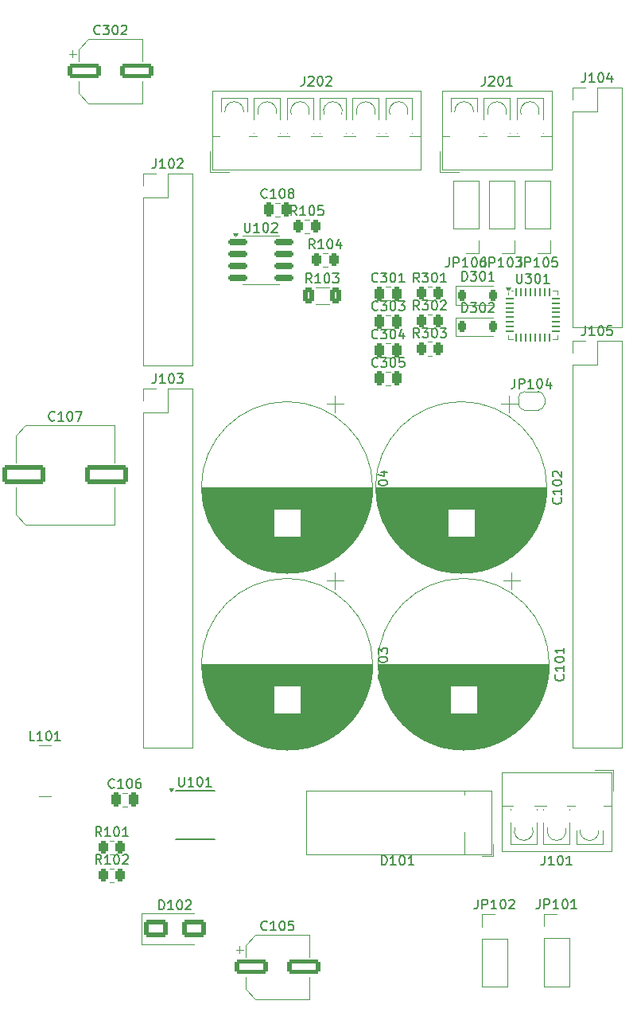
<source format=gbr>
%TF.GenerationSoftware,KiCad,Pcbnew,8.0.7*%
%TF.CreationDate,2025-01-01T21:40:25+01:00*%
%TF.ProjectId,adapater_a,61646170-6174-4657-925f-612e6b696361,rev?*%
%TF.SameCoordinates,Original*%
%TF.FileFunction,Legend,Top*%
%TF.FilePolarity,Positive*%
%FSLAX46Y46*%
G04 Gerber Fmt 4.6, Leading zero omitted, Abs format (unit mm)*
G04 Created by KiCad (PCBNEW 8.0.7) date 2025-01-01 21:40:25*
%MOMM*%
%LPD*%
G01*
G04 APERTURE LIST*
G04 Aperture macros list*
%AMRoundRect*
0 Rectangle with rounded corners*
0 $1 Rounding radius*
0 $2 $3 $4 $5 $6 $7 $8 $9 X,Y pos of 4 corners*
0 Add a 4 corners polygon primitive as box body*
4,1,4,$2,$3,$4,$5,$6,$7,$8,$9,$2,$3,0*
0 Add four circle primitives for the rounded corners*
1,1,$1+$1,$2,$3*
1,1,$1+$1,$4,$5*
1,1,$1+$1,$6,$7*
1,1,$1+$1,$8,$9*
0 Add four rect primitives between the rounded corners*
20,1,$1+$1,$2,$3,$4,$5,0*
20,1,$1+$1,$4,$5,$6,$7,0*
20,1,$1+$1,$6,$7,$8,$9,0*
20,1,$1+$1,$8,$9,$2,$3,0*%
%AMFreePoly0*
4,1,19,0.500000,-0.750000,0.000000,-0.750000,0.000000,-0.744911,-0.071157,-0.744911,-0.207708,-0.704816,-0.327430,-0.627875,-0.420627,-0.520320,-0.479746,-0.390866,-0.500000,-0.250000,-0.500000,0.250000,-0.479746,0.390866,-0.420627,0.520320,-0.327430,0.627875,-0.207708,0.704816,-0.071157,0.744911,0.000000,0.744911,0.000000,0.750000,0.500000,0.750000,0.500000,-0.750000,0.500000,-0.750000,
$1*%
%AMFreePoly1*
4,1,19,0.000000,0.744911,0.071157,0.744911,0.207708,0.704816,0.327430,0.627875,0.420627,0.520320,0.479746,0.390866,0.500000,0.250000,0.500000,-0.250000,0.479746,-0.390866,0.420627,-0.520320,0.327430,-0.627875,0.207708,-0.704816,0.071157,-0.744911,0.000000,-0.744911,0.000000,-0.750000,-0.500000,-0.750000,-0.500000,0.750000,0.000000,0.750000,0.000000,0.744911,0.000000,0.744911,
$1*%
G04 Aperture macros list end*
%ADD10C,0.150000*%
%ADD11C,0.120000*%
%ADD12RoundRect,0.250000X-1.500000X-0.550000X1.500000X-0.550000X1.500000X0.550000X-1.500000X0.550000X0*%
%ADD13RoundRect,0.250001X-2.049999X-0.799999X2.049999X-0.799999X2.049999X0.799999X-2.049999X0.799999X0*%
%ADD14RoundRect,0.250000X-1.000000X-0.650000X1.000000X-0.650000X1.000000X0.650000X-1.000000X0.650000X0*%
%ADD15R,1.700000X1.700000*%
%ADD16O,1.700000X1.700000*%
%ADD17RoundRect,0.150000X-0.825000X-0.150000X0.825000X-0.150000X0.825000X0.150000X-0.825000X0.150000X0*%
%ADD18RoundRect,0.250000X-0.262500X-0.450000X0.262500X-0.450000X0.262500X0.450000X-0.262500X0.450000X0*%
%ADD19R,2.150000X5.500000*%
%ADD20RoundRect,0.250000X-0.250000X-0.475000X0.250000X-0.475000X0.250000X0.475000X-0.250000X0.475000X0*%
%ADD21FreePoly0,0.000000*%
%ADD22FreePoly1,0.000000*%
%ADD23R,1.550000X0.600000*%
%ADD24R,2.600000X3.100000*%
%ADD25R,2.400000X2.400000*%
%ADD26C,2.400000*%
%ADD27RoundRect,0.250000X-0.312500X-0.625000X0.312500X-0.625000X0.312500X0.625000X-0.312500X0.625000X0*%
%ADD28RoundRect,0.062500X-0.375000X-0.062500X0.375000X-0.062500X0.375000X0.062500X-0.375000X0.062500X0*%
%ADD29RoundRect,0.062500X-0.062500X-0.375000X0.062500X-0.375000X0.062500X0.375000X-0.062500X0.375000X0*%
%ADD30R,3.500000X3.500000*%
%ADD31RoundRect,0.225000X-0.225000X-0.375000X0.225000X-0.375000X0.225000X0.375000X-0.225000X0.375000X0*%
%ADD32R,2.800000X2.800000*%
%ADD33C,2.800000*%
%ADD34R,2.600000X2.600000*%
%ADD35C,2.600000*%
G04 APERTURE END LIST*
D10*
X-70207048Y68506420D02*
X-70254667Y68458800D01*
X-70254667Y68458800D02*
X-70397524Y68411181D01*
X-70397524Y68411181D02*
X-70492762Y68411181D01*
X-70492762Y68411181D02*
X-70635619Y68458800D01*
X-70635619Y68458800D02*
X-70730857Y68554039D01*
X-70730857Y68554039D02*
X-70778476Y68649277D01*
X-70778476Y68649277D02*
X-70826095Y68839753D01*
X-70826095Y68839753D02*
X-70826095Y68982610D01*
X-70826095Y68982610D02*
X-70778476Y69173086D01*
X-70778476Y69173086D02*
X-70730857Y69268324D01*
X-70730857Y69268324D02*
X-70635619Y69363562D01*
X-70635619Y69363562D02*
X-70492762Y69411181D01*
X-70492762Y69411181D02*
X-70397524Y69411181D01*
X-70397524Y69411181D02*
X-70254667Y69363562D01*
X-70254667Y69363562D02*
X-70207048Y69315943D01*
X-69873714Y69411181D02*
X-69254667Y69411181D01*
X-69254667Y69411181D02*
X-69588000Y69030229D01*
X-69588000Y69030229D02*
X-69445143Y69030229D01*
X-69445143Y69030229D02*
X-69349905Y68982610D01*
X-69349905Y68982610D02*
X-69302286Y68934991D01*
X-69302286Y68934991D02*
X-69254667Y68839753D01*
X-69254667Y68839753D02*
X-69254667Y68601658D01*
X-69254667Y68601658D02*
X-69302286Y68506420D01*
X-69302286Y68506420D02*
X-69349905Y68458800D01*
X-69349905Y68458800D02*
X-69445143Y68411181D01*
X-69445143Y68411181D02*
X-69730857Y68411181D01*
X-69730857Y68411181D02*
X-69826095Y68458800D01*
X-69826095Y68458800D02*
X-69873714Y68506420D01*
X-68635619Y69411181D02*
X-68540381Y69411181D01*
X-68540381Y69411181D02*
X-68445143Y69363562D01*
X-68445143Y69363562D02*
X-68397524Y69315943D01*
X-68397524Y69315943D02*
X-68349905Y69220705D01*
X-68349905Y69220705D02*
X-68302286Y69030229D01*
X-68302286Y69030229D02*
X-68302286Y68792134D01*
X-68302286Y68792134D02*
X-68349905Y68601658D01*
X-68349905Y68601658D02*
X-68397524Y68506420D01*
X-68397524Y68506420D02*
X-68445143Y68458800D01*
X-68445143Y68458800D02*
X-68540381Y68411181D01*
X-68540381Y68411181D02*
X-68635619Y68411181D01*
X-68635619Y68411181D02*
X-68730857Y68458800D01*
X-68730857Y68458800D02*
X-68778476Y68506420D01*
X-68778476Y68506420D02*
X-68826095Y68601658D01*
X-68826095Y68601658D02*
X-68873714Y68792134D01*
X-68873714Y68792134D02*
X-68873714Y69030229D01*
X-68873714Y69030229D02*
X-68826095Y69220705D01*
X-68826095Y69220705D02*
X-68778476Y69315943D01*
X-68778476Y69315943D02*
X-68730857Y69363562D01*
X-68730857Y69363562D02*
X-68635619Y69411181D01*
X-67921333Y69315943D02*
X-67873714Y69363562D01*
X-67873714Y69363562D02*
X-67778476Y69411181D01*
X-67778476Y69411181D02*
X-67540381Y69411181D01*
X-67540381Y69411181D02*
X-67445143Y69363562D01*
X-67445143Y69363562D02*
X-67397524Y69315943D01*
X-67397524Y69315943D02*
X-67349905Y69220705D01*
X-67349905Y69220705D02*
X-67349905Y69125467D01*
X-67349905Y69125467D02*
X-67397524Y68982610D01*
X-67397524Y68982610D02*
X-67968952Y68411181D01*
X-67968952Y68411181D02*
X-67349905Y68411181D01*
X-52427048Y-26743580D02*
X-52474667Y-26791200D01*
X-52474667Y-26791200D02*
X-52617524Y-26838819D01*
X-52617524Y-26838819D02*
X-52712762Y-26838819D01*
X-52712762Y-26838819D02*
X-52855619Y-26791200D01*
X-52855619Y-26791200D02*
X-52950857Y-26695961D01*
X-52950857Y-26695961D02*
X-52998476Y-26600723D01*
X-52998476Y-26600723D02*
X-53046095Y-26410247D01*
X-53046095Y-26410247D02*
X-53046095Y-26267390D01*
X-53046095Y-26267390D02*
X-52998476Y-26076914D01*
X-52998476Y-26076914D02*
X-52950857Y-25981676D01*
X-52950857Y-25981676D02*
X-52855619Y-25886438D01*
X-52855619Y-25886438D02*
X-52712762Y-25838819D01*
X-52712762Y-25838819D02*
X-52617524Y-25838819D01*
X-52617524Y-25838819D02*
X-52474667Y-25886438D01*
X-52474667Y-25886438D02*
X-52427048Y-25934057D01*
X-51474667Y-26838819D02*
X-52046095Y-26838819D01*
X-51760381Y-26838819D02*
X-51760381Y-25838819D01*
X-51760381Y-25838819D02*
X-51855619Y-25981676D01*
X-51855619Y-25981676D02*
X-51950857Y-26076914D01*
X-51950857Y-26076914D02*
X-52046095Y-26124533D01*
X-50855619Y-25838819D02*
X-50760381Y-25838819D01*
X-50760381Y-25838819D02*
X-50665143Y-25886438D01*
X-50665143Y-25886438D02*
X-50617524Y-25934057D01*
X-50617524Y-25934057D02*
X-50569905Y-26029295D01*
X-50569905Y-26029295D02*
X-50522286Y-26219771D01*
X-50522286Y-26219771D02*
X-50522286Y-26457866D01*
X-50522286Y-26457866D02*
X-50569905Y-26648342D01*
X-50569905Y-26648342D02*
X-50617524Y-26743580D01*
X-50617524Y-26743580D02*
X-50665143Y-26791200D01*
X-50665143Y-26791200D02*
X-50760381Y-26838819D01*
X-50760381Y-26838819D02*
X-50855619Y-26838819D01*
X-50855619Y-26838819D02*
X-50950857Y-26791200D01*
X-50950857Y-26791200D02*
X-50998476Y-26743580D01*
X-50998476Y-26743580D02*
X-51046095Y-26648342D01*
X-51046095Y-26648342D02*
X-51093714Y-26457866D01*
X-51093714Y-26457866D02*
X-51093714Y-26219771D01*
X-51093714Y-26219771D02*
X-51046095Y-26029295D01*
X-51046095Y-26029295D02*
X-50998476Y-25934057D01*
X-50998476Y-25934057D02*
X-50950857Y-25886438D01*
X-50950857Y-25886438D02*
X-50855619Y-25838819D01*
X-49617524Y-25838819D02*
X-50093714Y-25838819D01*
X-50093714Y-25838819D02*
X-50141333Y-26315009D01*
X-50141333Y-26315009D02*
X-50093714Y-26267390D01*
X-50093714Y-26267390D02*
X-49998476Y-26219771D01*
X-49998476Y-26219771D02*
X-49760381Y-26219771D01*
X-49760381Y-26219771D02*
X-49665143Y-26267390D01*
X-49665143Y-26267390D02*
X-49617524Y-26315009D01*
X-49617524Y-26315009D02*
X-49569905Y-26410247D01*
X-49569905Y-26410247D02*
X-49569905Y-26648342D01*
X-49569905Y-26648342D02*
X-49617524Y-26743580D01*
X-49617524Y-26743580D02*
X-49665143Y-26791200D01*
X-49665143Y-26791200D02*
X-49760381Y-26838819D01*
X-49760381Y-26838819D02*
X-49998476Y-26838819D01*
X-49998476Y-26838819D02*
X-50093714Y-26791200D01*
X-50093714Y-26791200D02*
X-50141333Y-26743580D01*
X-75033048Y27430420D02*
X-75080667Y27382800D01*
X-75080667Y27382800D02*
X-75223524Y27335181D01*
X-75223524Y27335181D02*
X-75318762Y27335181D01*
X-75318762Y27335181D02*
X-75461619Y27382800D01*
X-75461619Y27382800D02*
X-75556857Y27478039D01*
X-75556857Y27478039D02*
X-75604476Y27573277D01*
X-75604476Y27573277D02*
X-75652095Y27763753D01*
X-75652095Y27763753D02*
X-75652095Y27906610D01*
X-75652095Y27906610D02*
X-75604476Y28097086D01*
X-75604476Y28097086D02*
X-75556857Y28192324D01*
X-75556857Y28192324D02*
X-75461619Y28287562D01*
X-75461619Y28287562D02*
X-75318762Y28335181D01*
X-75318762Y28335181D02*
X-75223524Y28335181D01*
X-75223524Y28335181D02*
X-75080667Y28287562D01*
X-75080667Y28287562D02*
X-75033048Y28239943D01*
X-74080667Y27335181D02*
X-74652095Y27335181D01*
X-74366381Y27335181D02*
X-74366381Y28335181D01*
X-74366381Y28335181D02*
X-74461619Y28192324D01*
X-74461619Y28192324D02*
X-74556857Y28097086D01*
X-74556857Y28097086D02*
X-74652095Y28049467D01*
X-73461619Y28335181D02*
X-73366381Y28335181D01*
X-73366381Y28335181D02*
X-73271143Y28287562D01*
X-73271143Y28287562D02*
X-73223524Y28239943D01*
X-73223524Y28239943D02*
X-73175905Y28144705D01*
X-73175905Y28144705D02*
X-73128286Y27954229D01*
X-73128286Y27954229D02*
X-73128286Y27716134D01*
X-73128286Y27716134D02*
X-73175905Y27525658D01*
X-73175905Y27525658D02*
X-73223524Y27430420D01*
X-73223524Y27430420D02*
X-73271143Y27382800D01*
X-73271143Y27382800D02*
X-73366381Y27335181D01*
X-73366381Y27335181D02*
X-73461619Y27335181D01*
X-73461619Y27335181D02*
X-73556857Y27382800D01*
X-73556857Y27382800D02*
X-73604476Y27430420D01*
X-73604476Y27430420D02*
X-73652095Y27525658D01*
X-73652095Y27525658D02*
X-73699714Y27716134D01*
X-73699714Y27716134D02*
X-73699714Y27954229D01*
X-73699714Y27954229D02*
X-73652095Y28144705D01*
X-73652095Y28144705D02*
X-73604476Y28239943D01*
X-73604476Y28239943D02*
X-73556857Y28287562D01*
X-73556857Y28287562D02*
X-73461619Y28335181D01*
X-72794952Y28335181D02*
X-72128286Y28335181D01*
X-72128286Y28335181D02*
X-72556857Y27335181D01*
X-63920476Y-24624819D02*
X-63920476Y-23624819D01*
X-63920476Y-23624819D02*
X-63682381Y-23624819D01*
X-63682381Y-23624819D02*
X-63539524Y-23672438D01*
X-63539524Y-23672438D02*
X-63444286Y-23767676D01*
X-63444286Y-23767676D02*
X-63396667Y-23862914D01*
X-63396667Y-23862914D02*
X-63349048Y-24053390D01*
X-63349048Y-24053390D02*
X-63349048Y-24196247D01*
X-63349048Y-24196247D02*
X-63396667Y-24386723D01*
X-63396667Y-24386723D02*
X-63444286Y-24481961D01*
X-63444286Y-24481961D02*
X-63539524Y-24577200D01*
X-63539524Y-24577200D02*
X-63682381Y-24624819D01*
X-63682381Y-24624819D02*
X-63920476Y-24624819D01*
X-62396667Y-24624819D02*
X-62968095Y-24624819D01*
X-62682381Y-24624819D02*
X-62682381Y-23624819D01*
X-62682381Y-23624819D02*
X-62777619Y-23767676D01*
X-62777619Y-23767676D02*
X-62872857Y-23862914D01*
X-62872857Y-23862914D02*
X-62968095Y-23910533D01*
X-61777619Y-23624819D02*
X-61682381Y-23624819D01*
X-61682381Y-23624819D02*
X-61587143Y-23672438D01*
X-61587143Y-23672438D02*
X-61539524Y-23720057D01*
X-61539524Y-23720057D02*
X-61491905Y-23815295D01*
X-61491905Y-23815295D02*
X-61444286Y-24005771D01*
X-61444286Y-24005771D02*
X-61444286Y-24243866D01*
X-61444286Y-24243866D02*
X-61491905Y-24434342D01*
X-61491905Y-24434342D02*
X-61539524Y-24529580D01*
X-61539524Y-24529580D02*
X-61587143Y-24577200D01*
X-61587143Y-24577200D02*
X-61682381Y-24624819D01*
X-61682381Y-24624819D02*
X-61777619Y-24624819D01*
X-61777619Y-24624819D02*
X-61872857Y-24577200D01*
X-61872857Y-24577200D02*
X-61920476Y-24529580D01*
X-61920476Y-24529580D02*
X-61968095Y-24434342D01*
X-61968095Y-24434342D02*
X-62015714Y-24243866D01*
X-62015714Y-24243866D02*
X-62015714Y-24005771D01*
X-62015714Y-24005771D02*
X-61968095Y-23815295D01*
X-61968095Y-23815295D02*
X-61920476Y-23720057D01*
X-61920476Y-23720057D02*
X-61872857Y-23672438D01*
X-61872857Y-23672438D02*
X-61777619Y-23624819D01*
X-61063333Y-23720057D02*
X-61015714Y-23672438D01*
X-61015714Y-23672438D02*
X-60920476Y-23624819D01*
X-60920476Y-23624819D02*
X-60682381Y-23624819D01*
X-60682381Y-23624819D02*
X-60587143Y-23672438D01*
X-60587143Y-23672438D02*
X-60539524Y-23720057D01*
X-60539524Y-23720057D02*
X-60491905Y-23815295D01*
X-60491905Y-23815295D02*
X-60491905Y-23910533D01*
X-60491905Y-23910533D02*
X-60539524Y-24053390D01*
X-60539524Y-24053390D02*
X-61110952Y-24624819D01*
X-61110952Y-24624819D02*
X-60491905Y-24624819D01*
X-29217715Y44697181D02*
X-29217715Y43982896D01*
X-29217715Y43982896D02*
X-29265334Y43840039D01*
X-29265334Y43840039D02*
X-29360572Y43744800D01*
X-29360572Y43744800D02*
X-29503429Y43697181D01*
X-29503429Y43697181D02*
X-29598667Y43697181D01*
X-28741524Y43697181D02*
X-28741524Y44697181D01*
X-28741524Y44697181D02*
X-28360572Y44697181D01*
X-28360572Y44697181D02*
X-28265334Y44649562D01*
X-28265334Y44649562D02*
X-28217715Y44601943D01*
X-28217715Y44601943D02*
X-28170096Y44506705D01*
X-28170096Y44506705D02*
X-28170096Y44363848D01*
X-28170096Y44363848D02*
X-28217715Y44268610D01*
X-28217715Y44268610D02*
X-28265334Y44220991D01*
X-28265334Y44220991D02*
X-28360572Y44173372D01*
X-28360572Y44173372D02*
X-28741524Y44173372D01*
X-27217715Y43697181D02*
X-27789143Y43697181D01*
X-27503429Y43697181D02*
X-27503429Y44697181D01*
X-27503429Y44697181D02*
X-27598667Y44554324D01*
X-27598667Y44554324D02*
X-27693905Y44459086D01*
X-27693905Y44459086D02*
X-27789143Y44411467D01*
X-26598667Y44697181D02*
X-26503429Y44697181D01*
X-26503429Y44697181D02*
X-26408191Y44649562D01*
X-26408191Y44649562D02*
X-26360572Y44601943D01*
X-26360572Y44601943D02*
X-26312953Y44506705D01*
X-26312953Y44506705D02*
X-26265334Y44316229D01*
X-26265334Y44316229D02*
X-26265334Y44078134D01*
X-26265334Y44078134D02*
X-26312953Y43887658D01*
X-26312953Y43887658D02*
X-26360572Y43792420D01*
X-26360572Y43792420D02*
X-26408191Y43744800D01*
X-26408191Y43744800D02*
X-26503429Y43697181D01*
X-26503429Y43697181D02*
X-26598667Y43697181D01*
X-26598667Y43697181D02*
X-26693905Y43744800D01*
X-26693905Y43744800D02*
X-26741524Y43792420D01*
X-26741524Y43792420D02*
X-26789143Y43887658D01*
X-26789143Y43887658D02*
X-26836762Y44078134D01*
X-26836762Y44078134D02*
X-26836762Y44316229D01*
X-26836762Y44316229D02*
X-26789143Y44506705D01*
X-26789143Y44506705D02*
X-26741524Y44601943D01*
X-26741524Y44601943D02*
X-26693905Y44649562D01*
X-26693905Y44649562D02*
X-26598667Y44697181D01*
X-25932000Y44697181D02*
X-25312953Y44697181D01*
X-25312953Y44697181D02*
X-25646286Y44316229D01*
X-25646286Y44316229D02*
X-25503429Y44316229D01*
X-25503429Y44316229D02*
X-25408191Y44268610D01*
X-25408191Y44268610D02*
X-25360572Y44220991D01*
X-25360572Y44220991D02*
X-25312953Y44125753D01*
X-25312953Y44125753D02*
X-25312953Y43887658D01*
X-25312953Y43887658D02*
X-25360572Y43792420D01*
X-25360572Y43792420D02*
X-25408191Y43744800D01*
X-25408191Y43744800D02*
X-25503429Y43697181D01*
X-25503429Y43697181D02*
X-25789143Y43697181D01*
X-25789143Y43697181D02*
X-25884381Y43744800D01*
X-25884381Y43744800D02*
X-25932000Y43792420D01*
X-54800286Y48395181D02*
X-54800286Y47585658D01*
X-54800286Y47585658D02*
X-54752667Y47490420D01*
X-54752667Y47490420D02*
X-54705048Y47442800D01*
X-54705048Y47442800D02*
X-54609810Y47395181D01*
X-54609810Y47395181D02*
X-54419334Y47395181D01*
X-54419334Y47395181D02*
X-54324096Y47442800D01*
X-54324096Y47442800D02*
X-54276477Y47490420D01*
X-54276477Y47490420D02*
X-54228858Y47585658D01*
X-54228858Y47585658D02*
X-54228858Y48395181D01*
X-53228858Y47395181D02*
X-53800286Y47395181D01*
X-53514572Y47395181D02*
X-53514572Y48395181D01*
X-53514572Y48395181D02*
X-53609810Y48252324D01*
X-53609810Y48252324D02*
X-53705048Y48157086D01*
X-53705048Y48157086D02*
X-53800286Y48109467D01*
X-52609810Y48395181D02*
X-52514572Y48395181D01*
X-52514572Y48395181D02*
X-52419334Y48347562D01*
X-52419334Y48347562D02*
X-52371715Y48299943D01*
X-52371715Y48299943D02*
X-52324096Y48204705D01*
X-52324096Y48204705D02*
X-52276477Y48014229D01*
X-52276477Y48014229D02*
X-52276477Y47776134D01*
X-52276477Y47776134D02*
X-52324096Y47585658D01*
X-52324096Y47585658D02*
X-52371715Y47490420D01*
X-52371715Y47490420D02*
X-52419334Y47442800D01*
X-52419334Y47442800D02*
X-52514572Y47395181D01*
X-52514572Y47395181D02*
X-52609810Y47395181D01*
X-52609810Y47395181D02*
X-52705048Y47442800D01*
X-52705048Y47442800D02*
X-52752667Y47490420D01*
X-52752667Y47490420D02*
X-52800286Y47585658D01*
X-52800286Y47585658D02*
X-52847905Y47776134D01*
X-52847905Y47776134D02*
X-52847905Y48014229D01*
X-52847905Y48014229D02*
X-52800286Y48204705D01*
X-52800286Y48204705D02*
X-52752667Y48299943D01*
X-52752667Y48299943D02*
X-52705048Y48347562D01*
X-52705048Y48347562D02*
X-52609810Y48395181D01*
X-51895524Y48299943D02*
X-51847905Y48347562D01*
X-51847905Y48347562D02*
X-51752667Y48395181D01*
X-51752667Y48395181D02*
X-51514572Y48395181D01*
X-51514572Y48395181D02*
X-51419334Y48347562D01*
X-51419334Y48347562D02*
X-51371715Y48299943D01*
X-51371715Y48299943D02*
X-51324096Y48204705D01*
X-51324096Y48204705D02*
X-51324096Y48109467D01*
X-51324096Y48109467D02*
X-51371715Y47966610D01*
X-51371715Y47966610D02*
X-51943143Y47395181D01*
X-51943143Y47395181D02*
X-51324096Y47395181D01*
X-70056548Y-19788819D02*
X-70389881Y-19312628D01*
X-70627976Y-19788819D02*
X-70627976Y-18788819D01*
X-70627976Y-18788819D02*
X-70247024Y-18788819D01*
X-70247024Y-18788819D02*
X-70151786Y-18836438D01*
X-70151786Y-18836438D02*
X-70104167Y-18884057D01*
X-70104167Y-18884057D02*
X-70056548Y-18979295D01*
X-70056548Y-18979295D02*
X-70056548Y-19122152D01*
X-70056548Y-19122152D02*
X-70104167Y-19217390D01*
X-70104167Y-19217390D02*
X-70151786Y-19265009D01*
X-70151786Y-19265009D02*
X-70247024Y-19312628D01*
X-70247024Y-19312628D02*
X-70627976Y-19312628D01*
X-69104167Y-19788819D02*
X-69675595Y-19788819D01*
X-69389881Y-19788819D02*
X-69389881Y-18788819D01*
X-69389881Y-18788819D02*
X-69485119Y-18931676D01*
X-69485119Y-18931676D02*
X-69580357Y-19026914D01*
X-69580357Y-19026914D02*
X-69675595Y-19074533D01*
X-68485119Y-18788819D02*
X-68389881Y-18788819D01*
X-68389881Y-18788819D02*
X-68294643Y-18836438D01*
X-68294643Y-18836438D02*
X-68247024Y-18884057D01*
X-68247024Y-18884057D02*
X-68199405Y-18979295D01*
X-68199405Y-18979295D02*
X-68151786Y-19169771D01*
X-68151786Y-19169771D02*
X-68151786Y-19407866D01*
X-68151786Y-19407866D02*
X-68199405Y-19598342D01*
X-68199405Y-19598342D02*
X-68247024Y-19693580D01*
X-68247024Y-19693580D02*
X-68294643Y-19741200D01*
X-68294643Y-19741200D02*
X-68389881Y-19788819D01*
X-68389881Y-19788819D02*
X-68485119Y-19788819D01*
X-68485119Y-19788819D02*
X-68580357Y-19741200D01*
X-68580357Y-19741200D02*
X-68627976Y-19693580D01*
X-68627976Y-19693580D02*
X-68675595Y-19598342D01*
X-68675595Y-19598342D02*
X-68723214Y-19407866D01*
X-68723214Y-19407866D02*
X-68723214Y-19169771D01*
X-68723214Y-19169771D02*
X-68675595Y-18979295D01*
X-68675595Y-18979295D02*
X-68627976Y-18884057D01*
X-68627976Y-18884057D02*
X-68580357Y-18836438D01*
X-68580357Y-18836438D02*
X-68485119Y-18788819D01*
X-67770833Y-18884057D02*
X-67723214Y-18836438D01*
X-67723214Y-18836438D02*
X-67627976Y-18788819D01*
X-67627976Y-18788819D02*
X-67389881Y-18788819D01*
X-67389881Y-18788819D02*
X-67294643Y-18836438D01*
X-67294643Y-18836438D02*
X-67247024Y-18884057D01*
X-67247024Y-18884057D02*
X-67199405Y-18979295D01*
X-67199405Y-18979295D02*
X-67199405Y-19074533D01*
X-67199405Y-19074533D02*
X-67247024Y-19217390D01*
X-67247024Y-19217390D02*
X-67818452Y-19788819D01*
X-67818452Y-19788819D02*
X-67199405Y-19788819D01*
X-70056548Y-16838819D02*
X-70389881Y-16362628D01*
X-70627976Y-16838819D02*
X-70627976Y-15838819D01*
X-70627976Y-15838819D02*
X-70247024Y-15838819D01*
X-70247024Y-15838819D02*
X-70151786Y-15886438D01*
X-70151786Y-15886438D02*
X-70104167Y-15934057D01*
X-70104167Y-15934057D02*
X-70056548Y-16029295D01*
X-70056548Y-16029295D02*
X-70056548Y-16172152D01*
X-70056548Y-16172152D02*
X-70104167Y-16267390D01*
X-70104167Y-16267390D02*
X-70151786Y-16315009D01*
X-70151786Y-16315009D02*
X-70247024Y-16362628D01*
X-70247024Y-16362628D02*
X-70627976Y-16362628D01*
X-69104167Y-16838819D02*
X-69675595Y-16838819D01*
X-69389881Y-16838819D02*
X-69389881Y-15838819D01*
X-69389881Y-15838819D02*
X-69485119Y-15981676D01*
X-69485119Y-15981676D02*
X-69580357Y-16076914D01*
X-69580357Y-16076914D02*
X-69675595Y-16124533D01*
X-68485119Y-15838819D02*
X-68389881Y-15838819D01*
X-68389881Y-15838819D02*
X-68294643Y-15886438D01*
X-68294643Y-15886438D02*
X-68247024Y-15934057D01*
X-68247024Y-15934057D02*
X-68199405Y-16029295D01*
X-68199405Y-16029295D02*
X-68151786Y-16219771D01*
X-68151786Y-16219771D02*
X-68151786Y-16457866D01*
X-68151786Y-16457866D02*
X-68199405Y-16648342D01*
X-68199405Y-16648342D02*
X-68247024Y-16743580D01*
X-68247024Y-16743580D02*
X-68294643Y-16791200D01*
X-68294643Y-16791200D02*
X-68389881Y-16838819D01*
X-68389881Y-16838819D02*
X-68485119Y-16838819D01*
X-68485119Y-16838819D02*
X-68580357Y-16791200D01*
X-68580357Y-16791200D02*
X-68627976Y-16743580D01*
X-68627976Y-16743580D02*
X-68675595Y-16648342D01*
X-68675595Y-16648342D02*
X-68723214Y-16457866D01*
X-68723214Y-16457866D02*
X-68723214Y-16219771D01*
X-68723214Y-16219771D02*
X-68675595Y-16029295D01*
X-68675595Y-16029295D02*
X-68627976Y-15934057D01*
X-68627976Y-15934057D02*
X-68580357Y-15886438D01*
X-68580357Y-15886438D02*
X-68485119Y-15838819D01*
X-67199405Y-16838819D02*
X-67770833Y-16838819D01*
X-67485119Y-16838819D02*
X-67485119Y-15838819D01*
X-67485119Y-15838819D02*
X-67580357Y-15981676D01*
X-67580357Y-15981676D02*
X-67675595Y-16076914D01*
X-67675595Y-16076914D02*
X-67770833Y-16124533D01*
X-49275548Y49201181D02*
X-49608881Y49677372D01*
X-49846976Y49201181D02*
X-49846976Y50201181D01*
X-49846976Y50201181D02*
X-49466024Y50201181D01*
X-49466024Y50201181D02*
X-49370786Y50153562D01*
X-49370786Y50153562D02*
X-49323167Y50105943D01*
X-49323167Y50105943D02*
X-49275548Y50010705D01*
X-49275548Y50010705D02*
X-49275548Y49867848D01*
X-49275548Y49867848D02*
X-49323167Y49772610D01*
X-49323167Y49772610D02*
X-49370786Y49724991D01*
X-49370786Y49724991D02*
X-49466024Y49677372D01*
X-49466024Y49677372D02*
X-49846976Y49677372D01*
X-48323167Y49201181D02*
X-48894595Y49201181D01*
X-48608881Y49201181D02*
X-48608881Y50201181D01*
X-48608881Y50201181D02*
X-48704119Y50058324D01*
X-48704119Y50058324D02*
X-48799357Y49963086D01*
X-48799357Y49963086D02*
X-48894595Y49915467D01*
X-47704119Y50201181D02*
X-47608881Y50201181D01*
X-47608881Y50201181D02*
X-47513643Y50153562D01*
X-47513643Y50153562D02*
X-47466024Y50105943D01*
X-47466024Y50105943D02*
X-47418405Y50010705D01*
X-47418405Y50010705D02*
X-47370786Y49820229D01*
X-47370786Y49820229D02*
X-47370786Y49582134D01*
X-47370786Y49582134D02*
X-47418405Y49391658D01*
X-47418405Y49391658D02*
X-47466024Y49296420D01*
X-47466024Y49296420D02*
X-47513643Y49248800D01*
X-47513643Y49248800D02*
X-47608881Y49201181D01*
X-47608881Y49201181D02*
X-47704119Y49201181D01*
X-47704119Y49201181D02*
X-47799357Y49248800D01*
X-47799357Y49248800D02*
X-47846976Y49296420D01*
X-47846976Y49296420D02*
X-47894595Y49391658D01*
X-47894595Y49391658D02*
X-47942214Y49582134D01*
X-47942214Y49582134D02*
X-47942214Y49820229D01*
X-47942214Y49820229D02*
X-47894595Y50010705D01*
X-47894595Y50010705D02*
X-47846976Y50105943D01*
X-47846976Y50105943D02*
X-47799357Y50153562D01*
X-47799357Y50153562D02*
X-47704119Y50201181D01*
X-46466024Y50201181D02*
X-46942214Y50201181D01*
X-46942214Y50201181D02*
X-46989833Y49724991D01*
X-46989833Y49724991D02*
X-46942214Y49772610D01*
X-46942214Y49772610D02*
X-46846976Y49820229D01*
X-46846976Y49820229D02*
X-46608881Y49820229D01*
X-46608881Y49820229D02*
X-46513643Y49772610D01*
X-46513643Y49772610D02*
X-46466024Y49724991D01*
X-46466024Y49724991D02*
X-46418405Y49629753D01*
X-46418405Y49629753D02*
X-46418405Y49391658D01*
X-46418405Y49391658D02*
X-46466024Y49296420D01*
X-46466024Y49296420D02*
X-46513643Y49248800D01*
X-46513643Y49248800D02*
X-46608881Y49201181D01*
X-46608881Y49201181D02*
X-46846976Y49201181D01*
X-46846976Y49201181D02*
X-46942214Y49248800D01*
X-46942214Y49248800D02*
X-46989833Y49296420D01*
X-47347048Y45645181D02*
X-47680381Y46121372D01*
X-47918476Y45645181D02*
X-47918476Y46645181D01*
X-47918476Y46645181D02*
X-47537524Y46645181D01*
X-47537524Y46645181D02*
X-47442286Y46597562D01*
X-47442286Y46597562D02*
X-47394667Y46549943D01*
X-47394667Y46549943D02*
X-47347048Y46454705D01*
X-47347048Y46454705D02*
X-47347048Y46311848D01*
X-47347048Y46311848D02*
X-47394667Y46216610D01*
X-47394667Y46216610D02*
X-47442286Y46168991D01*
X-47442286Y46168991D02*
X-47537524Y46121372D01*
X-47537524Y46121372D02*
X-47918476Y46121372D01*
X-46394667Y45645181D02*
X-46966095Y45645181D01*
X-46680381Y45645181D02*
X-46680381Y46645181D01*
X-46680381Y46645181D02*
X-46775619Y46502324D01*
X-46775619Y46502324D02*
X-46870857Y46407086D01*
X-46870857Y46407086D02*
X-46966095Y46359467D01*
X-45775619Y46645181D02*
X-45680381Y46645181D01*
X-45680381Y46645181D02*
X-45585143Y46597562D01*
X-45585143Y46597562D02*
X-45537524Y46549943D01*
X-45537524Y46549943D02*
X-45489905Y46454705D01*
X-45489905Y46454705D02*
X-45442286Y46264229D01*
X-45442286Y46264229D02*
X-45442286Y46026134D01*
X-45442286Y46026134D02*
X-45489905Y45835658D01*
X-45489905Y45835658D02*
X-45537524Y45740420D01*
X-45537524Y45740420D02*
X-45585143Y45692800D01*
X-45585143Y45692800D02*
X-45680381Y45645181D01*
X-45680381Y45645181D02*
X-45775619Y45645181D01*
X-45775619Y45645181D02*
X-45870857Y45692800D01*
X-45870857Y45692800D02*
X-45918476Y45740420D01*
X-45918476Y45740420D02*
X-45966095Y45835658D01*
X-45966095Y45835658D02*
X-46013714Y46026134D01*
X-46013714Y46026134D02*
X-46013714Y46264229D01*
X-46013714Y46264229D02*
X-45966095Y46454705D01*
X-45966095Y46454705D02*
X-45918476Y46549943D01*
X-45918476Y46549943D02*
X-45870857Y46597562D01*
X-45870857Y46597562D02*
X-45775619Y46645181D01*
X-44585143Y46311848D02*
X-44585143Y45645181D01*
X-44823238Y46692800D02*
X-45061333Y45978515D01*
X-45061333Y45978515D02*
X-44442286Y45978515D01*
X-77189048Y-6660819D02*
X-77665238Y-6660819D01*
X-77665238Y-6660819D02*
X-77665238Y-5660819D01*
X-76331905Y-6660819D02*
X-76903333Y-6660819D01*
X-76617619Y-6660819D02*
X-76617619Y-5660819D01*
X-76617619Y-5660819D02*
X-76712857Y-5803676D01*
X-76712857Y-5803676D02*
X-76808095Y-5898914D01*
X-76808095Y-5898914D02*
X-76903333Y-5946533D01*
X-75712857Y-5660819D02*
X-75617619Y-5660819D01*
X-75617619Y-5660819D02*
X-75522381Y-5708438D01*
X-75522381Y-5708438D02*
X-75474762Y-5756057D01*
X-75474762Y-5756057D02*
X-75427143Y-5851295D01*
X-75427143Y-5851295D02*
X-75379524Y-6041771D01*
X-75379524Y-6041771D02*
X-75379524Y-6279866D01*
X-75379524Y-6279866D02*
X-75427143Y-6470342D01*
X-75427143Y-6470342D02*
X-75474762Y-6565580D01*
X-75474762Y-6565580D02*
X-75522381Y-6613200D01*
X-75522381Y-6613200D02*
X-75617619Y-6660819D01*
X-75617619Y-6660819D02*
X-75712857Y-6660819D01*
X-75712857Y-6660819D02*
X-75808095Y-6613200D01*
X-75808095Y-6613200D02*
X-75855714Y-6565580D01*
X-75855714Y-6565580D02*
X-75903333Y-6470342D01*
X-75903333Y-6470342D02*
X-75950952Y-6279866D01*
X-75950952Y-6279866D02*
X-75950952Y-6041771D01*
X-75950952Y-6041771D02*
X-75903333Y-5851295D01*
X-75903333Y-5851295D02*
X-75855714Y-5756057D01*
X-75855714Y-5756057D02*
X-75808095Y-5708438D01*
X-75808095Y-5708438D02*
X-75712857Y-5660819D01*
X-74427143Y-6660819D02*
X-74998571Y-6660819D01*
X-74712857Y-6660819D02*
X-74712857Y-5660819D01*
X-74712857Y-5660819D02*
X-74808095Y-5803676D01*
X-74808095Y-5803676D02*
X-74903333Y-5898914D01*
X-74903333Y-5898914D02*
X-74998571Y-5946533D01*
X-52427048Y51104420D02*
X-52474667Y51056800D01*
X-52474667Y51056800D02*
X-52617524Y51009181D01*
X-52617524Y51009181D02*
X-52712762Y51009181D01*
X-52712762Y51009181D02*
X-52855619Y51056800D01*
X-52855619Y51056800D02*
X-52950857Y51152039D01*
X-52950857Y51152039D02*
X-52998476Y51247277D01*
X-52998476Y51247277D02*
X-53046095Y51437753D01*
X-53046095Y51437753D02*
X-53046095Y51580610D01*
X-53046095Y51580610D02*
X-52998476Y51771086D01*
X-52998476Y51771086D02*
X-52950857Y51866324D01*
X-52950857Y51866324D02*
X-52855619Y51961562D01*
X-52855619Y51961562D02*
X-52712762Y52009181D01*
X-52712762Y52009181D02*
X-52617524Y52009181D01*
X-52617524Y52009181D02*
X-52474667Y51961562D01*
X-52474667Y51961562D02*
X-52427048Y51913943D01*
X-51474667Y51009181D02*
X-52046095Y51009181D01*
X-51760381Y51009181D02*
X-51760381Y52009181D01*
X-51760381Y52009181D02*
X-51855619Y51866324D01*
X-51855619Y51866324D02*
X-51950857Y51771086D01*
X-51950857Y51771086D02*
X-52046095Y51723467D01*
X-50855619Y52009181D02*
X-50760381Y52009181D01*
X-50760381Y52009181D02*
X-50665143Y51961562D01*
X-50665143Y51961562D02*
X-50617524Y51913943D01*
X-50617524Y51913943D02*
X-50569905Y51818705D01*
X-50569905Y51818705D02*
X-50522286Y51628229D01*
X-50522286Y51628229D02*
X-50522286Y51390134D01*
X-50522286Y51390134D02*
X-50569905Y51199658D01*
X-50569905Y51199658D02*
X-50617524Y51104420D01*
X-50617524Y51104420D02*
X-50665143Y51056800D01*
X-50665143Y51056800D02*
X-50760381Y51009181D01*
X-50760381Y51009181D02*
X-50855619Y51009181D01*
X-50855619Y51009181D02*
X-50950857Y51056800D01*
X-50950857Y51056800D02*
X-50998476Y51104420D01*
X-50998476Y51104420D02*
X-51046095Y51199658D01*
X-51046095Y51199658D02*
X-51093714Y51390134D01*
X-51093714Y51390134D02*
X-51093714Y51628229D01*
X-51093714Y51628229D02*
X-51046095Y51818705D01*
X-51046095Y51818705D02*
X-50998476Y51913943D01*
X-50998476Y51913943D02*
X-50950857Y51961562D01*
X-50950857Y51961562D02*
X-50855619Y52009181D01*
X-49950857Y51580610D02*
X-50046095Y51628229D01*
X-50046095Y51628229D02*
X-50093714Y51675848D01*
X-50093714Y51675848D02*
X-50141333Y51771086D01*
X-50141333Y51771086D02*
X-50141333Y51818705D01*
X-50141333Y51818705D02*
X-50093714Y51913943D01*
X-50093714Y51913943D02*
X-50046095Y51961562D01*
X-50046095Y51961562D02*
X-49950857Y52009181D01*
X-49950857Y52009181D02*
X-49760381Y52009181D01*
X-49760381Y52009181D02*
X-49665143Y51961562D01*
X-49665143Y51961562D02*
X-49617524Y51913943D01*
X-49617524Y51913943D02*
X-49569905Y51818705D01*
X-49569905Y51818705D02*
X-49569905Y51771086D01*
X-49569905Y51771086D02*
X-49617524Y51675848D01*
X-49617524Y51675848D02*
X-49665143Y51628229D01*
X-49665143Y51628229D02*
X-49760381Y51580610D01*
X-49760381Y51580610D02*
X-49950857Y51580610D01*
X-49950857Y51580610D02*
X-50046095Y51532991D01*
X-50046095Y51532991D02*
X-50093714Y51485372D01*
X-50093714Y51485372D02*
X-50141333Y51390134D01*
X-50141333Y51390134D02*
X-50141333Y51199658D01*
X-50141333Y51199658D02*
X-50093714Y51104420D01*
X-50093714Y51104420D02*
X-50046095Y51056800D01*
X-50046095Y51056800D02*
X-49950857Y51009181D01*
X-49950857Y51009181D02*
X-49760381Y51009181D01*
X-49760381Y51009181D02*
X-49665143Y51056800D01*
X-49665143Y51056800D02*
X-49617524Y51104420D01*
X-49617524Y51104420D02*
X-49569905Y51199658D01*
X-49569905Y51199658D02*
X-49569905Y51390134D01*
X-49569905Y51390134D02*
X-49617524Y51485372D01*
X-49617524Y51485372D02*
X-49665143Y51532991D01*
X-49665143Y51532991D02*
X-49760381Y51580610D01*
X-68683048Y-11633580D02*
X-68730667Y-11681200D01*
X-68730667Y-11681200D02*
X-68873524Y-11728819D01*
X-68873524Y-11728819D02*
X-68968762Y-11728819D01*
X-68968762Y-11728819D02*
X-69111619Y-11681200D01*
X-69111619Y-11681200D02*
X-69206857Y-11585961D01*
X-69206857Y-11585961D02*
X-69254476Y-11490723D01*
X-69254476Y-11490723D02*
X-69302095Y-11300247D01*
X-69302095Y-11300247D02*
X-69302095Y-11157390D01*
X-69302095Y-11157390D02*
X-69254476Y-10966914D01*
X-69254476Y-10966914D02*
X-69206857Y-10871676D01*
X-69206857Y-10871676D02*
X-69111619Y-10776438D01*
X-69111619Y-10776438D02*
X-68968762Y-10728819D01*
X-68968762Y-10728819D02*
X-68873524Y-10728819D01*
X-68873524Y-10728819D02*
X-68730667Y-10776438D01*
X-68730667Y-10776438D02*
X-68683048Y-10824057D01*
X-67730667Y-11728819D02*
X-68302095Y-11728819D01*
X-68016381Y-11728819D02*
X-68016381Y-10728819D01*
X-68016381Y-10728819D02*
X-68111619Y-10871676D01*
X-68111619Y-10871676D02*
X-68206857Y-10966914D01*
X-68206857Y-10966914D02*
X-68302095Y-11014533D01*
X-67111619Y-10728819D02*
X-67016381Y-10728819D01*
X-67016381Y-10728819D02*
X-66921143Y-10776438D01*
X-66921143Y-10776438D02*
X-66873524Y-10824057D01*
X-66873524Y-10824057D02*
X-66825905Y-10919295D01*
X-66825905Y-10919295D02*
X-66778286Y-11109771D01*
X-66778286Y-11109771D02*
X-66778286Y-11347866D01*
X-66778286Y-11347866D02*
X-66825905Y-11538342D01*
X-66825905Y-11538342D02*
X-66873524Y-11633580D01*
X-66873524Y-11633580D02*
X-66921143Y-11681200D01*
X-66921143Y-11681200D02*
X-67016381Y-11728819D01*
X-67016381Y-11728819D02*
X-67111619Y-11728819D01*
X-67111619Y-11728819D02*
X-67206857Y-11681200D01*
X-67206857Y-11681200D02*
X-67254476Y-11633580D01*
X-67254476Y-11633580D02*
X-67302095Y-11538342D01*
X-67302095Y-11538342D02*
X-67349714Y-11347866D01*
X-67349714Y-11347866D02*
X-67349714Y-11109771D01*
X-67349714Y-11109771D02*
X-67302095Y-10919295D01*
X-67302095Y-10919295D02*
X-67254476Y-10824057D01*
X-67254476Y-10824057D02*
X-67206857Y-10776438D01*
X-67206857Y-10776438D02*
X-67111619Y-10728819D01*
X-65921143Y-10728819D02*
X-66111619Y-10728819D01*
X-66111619Y-10728819D02*
X-66206857Y-10776438D01*
X-66206857Y-10776438D02*
X-66254476Y-10824057D01*
X-66254476Y-10824057D02*
X-66349714Y-10966914D01*
X-66349714Y-10966914D02*
X-66397333Y-11157390D01*
X-66397333Y-11157390D02*
X-66397333Y-11538342D01*
X-66397333Y-11538342D02*
X-66349714Y-11633580D01*
X-66349714Y-11633580D02*
X-66302095Y-11681200D01*
X-66302095Y-11681200D02*
X-66206857Y-11728819D01*
X-66206857Y-11728819D02*
X-66016381Y-11728819D01*
X-66016381Y-11728819D02*
X-65921143Y-11681200D01*
X-65921143Y-11681200D02*
X-65873524Y-11633580D01*
X-65873524Y-11633580D02*
X-65825905Y-11538342D01*
X-65825905Y-11538342D02*
X-65825905Y-11300247D01*
X-65825905Y-11300247D02*
X-65873524Y-11205009D01*
X-65873524Y-11205009D02*
X-65921143Y-11157390D01*
X-65921143Y-11157390D02*
X-66016381Y-11109771D01*
X-66016381Y-11109771D02*
X-66206857Y-11109771D01*
X-66206857Y-11109771D02*
X-66302095Y-11157390D01*
X-66302095Y-11157390D02*
X-66349714Y-11205009D01*
X-66349714Y-11205009D02*
X-66397333Y-11300247D01*
X-64277715Y55199181D02*
X-64277715Y54484896D01*
X-64277715Y54484896D02*
X-64325334Y54342039D01*
X-64325334Y54342039D02*
X-64420572Y54246800D01*
X-64420572Y54246800D02*
X-64563429Y54199181D01*
X-64563429Y54199181D02*
X-64658667Y54199181D01*
X-63277715Y54199181D02*
X-63849143Y54199181D01*
X-63563429Y54199181D02*
X-63563429Y55199181D01*
X-63563429Y55199181D02*
X-63658667Y55056324D01*
X-63658667Y55056324D02*
X-63753905Y54961086D01*
X-63753905Y54961086D02*
X-63849143Y54913467D01*
X-62658667Y55199181D02*
X-62563429Y55199181D01*
X-62563429Y55199181D02*
X-62468191Y55151562D01*
X-62468191Y55151562D02*
X-62420572Y55103943D01*
X-62420572Y55103943D02*
X-62372953Y55008705D01*
X-62372953Y55008705D02*
X-62325334Y54818229D01*
X-62325334Y54818229D02*
X-62325334Y54580134D01*
X-62325334Y54580134D02*
X-62372953Y54389658D01*
X-62372953Y54389658D02*
X-62420572Y54294420D01*
X-62420572Y54294420D02*
X-62468191Y54246800D01*
X-62468191Y54246800D02*
X-62563429Y54199181D01*
X-62563429Y54199181D02*
X-62658667Y54199181D01*
X-62658667Y54199181D02*
X-62753905Y54246800D01*
X-62753905Y54246800D02*
X-62801524Y54294420D01*
X-62801524Y54294420D02*
X-62849143Y54389658D01*
X-62849143Y54389658D02*
X-62896762Y54580134D01*
X-62896762Y54580134D02*
X-62896762Y54818229D01*
X-62896762Y54818229D02*
X-62849143Y55008705D01*
X-62849143Y55008705D02*
X-62801524Y55103943D01*
X-62801524Y55103943D02*
X-62753905Y55151562D01*
X-62753905Y55151562D02*
X-62658667Y55199181D01*
X-61944381Y55103943D02*
X-61896762Y55151562D01*
X-61896762Y55151562D02*
X-61801524Y55199181D01*
X-61801524Y55199181D02*
X-61563429Y55199181D01*
X-61563429Y55199181D02*
X-61468191Y55151562D01*
X-61468191Y55151562D02*
X-61420572Y55103943D01*
X-61420572Y55103943D02*
X-61372953Y55008705D01*
X-61372953Y55008705D02*
X-61372953Y54913467D01*
X-61372953Y54913467D02*
X-61420572Y54770610D01*
X-61420572Y54770610D02*
X-61992000Y54199181D01*
X-61992000Y54199181D02*
X-61372953Y54199181D01*
X-18557715Y37419181D02*
X-18557715Y36704896D01*
X-18557715Y36704896D02*
X-18605334Y36562039D01*
X-18605334Y36562039D02*
X-18700572Y36466800D01*
X-18700572Y36466800D02*
X-18843429Y36419181D01*
X-18843429Y36419181D02*
X-18938667Y36419181D01*
X-17557715Y36419181D02*
X-18129143Y36419181D01*
X-17843429Y36419181D02*
X-17843429Y37419181D01*
X-17843429Y37419181D02*
X-17938667Y37276324D01*
X-17938667Y37276324D02*
X-18033905Y37181086D01*
X-18033905Y37181086D02*
X-18129143Y37133467D01*
X-16938667Y37419181D02*
X-16843429Y37419181D01*
X-16843429Y37419181D02*
X-16748191Y37371562D01*
X-16748191Y37371562D02*
X-16700572Y37323943D01*
X-16700572Y37323943D02*
X-16652953Y37228705D01*
X-16652953Y37228705D02*
X-16605334Y37038229D01*
X-16605334Y37038229D02*
X-16605334Y36800134D01*
X-16605334Y36800134D02*
X-16652953Y36609658D01*
X-16652953Y36609658D02*
X-16700572Y36514420D01*
X-16700572Y36514420D02*
X-16748191Y36466800D01*
X-16748191Y36466800D02*
X-16843429Y36419181D01*
X-16843429Y36419181D02*
X-16938667Y36419181D01*
X-16938667Y36419181D02*
X-17033905Y36466800D01*
X-17033905Y36466800D02*
X-17081524Y36514420D01*
X-17081524Y36514420D02*
X-17129143Y36609658D01*
X-17129143Y36609658D02*
X-17176762Y36800134D01*
X-17176762Y36800134D02*
X-17176762Y37038229D01*
X-17176762Y37038229D02*
X-17129143Y37228705D01*
X-17129143Y37228705D02*
X-17081524Y37323943D01*
X-17081524Y37323943D02*
X-17033905Y37371562D01*
X-17033905Y37371562D02*
X-16938667Y37419181D01*
X-15700572Y37419181D02*
X-16176762Y37419181D01*
X-16176762Y37419181D02*
X-16224381Y36942991D01*
X-16224381Y36942991D02*
X-16176762Y36990610D01*
X-16176762Y36990610D02*
X-16081524Y37038229D01*
X-16081524Y37038229D02*
X-15843429Y37038229D01*
X-15843429Y37038229D02*
X-15748191Y36990610D01*
X-15748191Y36990610D02*
X-15700572Y36942991D01*
X-15700572Y36942991D02*
X-15652953Y36847753D01*
X-15652953Y36847753D02*
X-15652953Y36609658D01*
X-15652953Y36609658D02*
X-15700572Y36514420D01*
X-15700572Y36514420D02*
X-15748191Y36466800D01*
X-15748191Y36466800D02*
X-15843429Y36419181D01*
X-15843429Y36419181D02*
X-16081524Y36419181D01*
X-16081524Y36419181D02*
X-16176762Y36466800D01*
X-16176762Y36466800D02*
X-16224381Y36514420D01*
X-18557715Y64343181D02*
X-18557715Y63628896D01*
X-18557715Y63628896D02*
X-18605334Y63486039D01*
X-18605334Y63486039D02*
X-18700572Y63390800D01*
X-18700572Y63390800D02*
X-18843429Y63343181D01*
X-18843429Y63343181D02*
X-18938667Y63343181D01*
X-17557715Y63343181D02*
X-18129143Y63343181D01*
X-17843429Y63343181D02*
X-17843429Y64343181D01*
X-17843429Y64343181D02*
X-17938667Y64200324D01*
X-17938667Y64200324D02*
X-18033905Y64105086D01*
X-18033905Y64105086D02*
X-18129143Y64057467D01*
X-16938667Y64343181D02*
X-16843429Y64343181D01*
X-16843429Y64343181D02*
X-16748191Y64295562D01*
X-16748191Y64295562D02*
X-16700572Y64247943D01*
X-16700572Y64247943D02*
X-16652953Y64152705D01*
X-16652953Y64152705D02*
X-16605334Y63962229D01*
X-16605334Y63962229D02*
X-16605334Y63724134D01*
X-16605334Y63724134D02*
X-16652953Y63533658D01*
X-16652953Y63533658D02*
X-16700572Y63438420D01*
X-16700572Y63438420D02*
X-16748191Y63390800D01*
X-16748191Y63390800D02*
X-16843429Y63343181D01*
X-16843429Y63343181D02*
X-16938667Y63343181D01*
X-16938667Y63343181D02*
X-17033905Y63390800D01*
X-17033905Y63390800D02*
X-17081524Y63438420D01*
X-17081524Y63438420D02*
X-17129143Y63533658D01*
X-17129143Y63533658D02*
X-17176762Y63724134D01*
X-17176762Y63724134D02*
X-17176762Y63962229D01*
X-17176762Y63962229D02*
X-17129143Y64152705D01*
X-17129143Y64152705D02*
X-17081524Y64247943D01*
X-17081524Y64247943D02*
X-17033905Y64295562D01*
X-17033905Y64295562D02*
X-16938667Y64343181D01*
X-15748191Y64009848D02*
X-15748191Y63343181D01*
X-15986286Y64390800D02*
X-16224381Y63676515D01*
X-16224381Y63676515D02*
X-15605334Y63676515D01*
X-64277715Y32339181D02*
X-64277715Y31624896D01*
X-64277715Y31624896D02*
X-64325334Y31482039D01*
X-64325334Y31482039D02*
X-64420572Y31386800D01*
X-64420572Y31386800D02*
X-64563429Y31339181D01*
X-64563429Y31339181D02*
X-64658667Y31339181D01*
X-63277715Y31339181D02*
X-63849143Y31339181D01*
X-63563429Y31339181D02*
X-63563429Y32339181D01*
X-63563429Y32339181D02*
X-63658667Y32196324D01*
X-63658667Y32196324D02*
X-63753905Y32101086D01*
X-63753905Y32101086D02*
X-63849143Y32053467D01*
X-62658667Y32339181D02*
X-62563429Y32339181D01*
X-62563429Y32339181D02*
X-62468191Y32291562D01*
X-62468191Y32291562D02*
X-62420572Y32243943D01*
X-62420572Y32243943D02*
X-62372953Y32148705D01*
X-62372953Y32148705D02*
X-62325334Y31958229D01*
X-62325334Y31958229D02*
X-62325334Y31720134D01*
X-62325334Y31720134D02*
X-62372953Y31529658D01*
X-62372953Y31529658D02*
X-62420572Y31434420D01*
X-62420572Y31434420D02*
X-62468191Y31386800D01*
X-62468191Y31386800D02*
X-62563429Y31339181D01*
X-62563429Y31339181D02*
X-62658667Y31339181D01*
X-62658667Y31339181D02*
X-62753905Y31386800D01*
X-62753905Y31386800D02*
X-62801524Y31434420D01*
X-62801524Y31434420D02*
X-62849143Y31529658D01*
X-62849143Y31529658D02*
X-62896762Y31720134D01*
X-62896762Y31720134D02*
X-62896762Y31958229D01*
X-62896762Y31958229D02*
X-62849143Y32148705D01*
X-62849143Y32148705D02*
X-62801524Y32243943D01*
X-62801524Y32243943D02*
X-62753905Y32291562D01*
X-62753905Y32291562D02*
X-62658667Y32339181D01*
X-61992000Y32339181D02*
X-61372953Y32339181D01*
X-61372953Y32339181D02*
X-61706286Y31958229D01*
X-61706286Y31958229D02*
X-61563429Y31958229D01*
X-61563429Y31958229D02*
X-61468191Y31910610D01*
X-61468191Y31910610D02*
X-61420572Y31862991D01*
X-61420572Y31862991D02*
X-61372953Y31767753D01*
X-61372953Y31767753D02*
X-61372953Y31529658D01*
X-61372953Y31529658D02*
X-61420572Y31434420D01*
X-61420572Y31434420D02*
X-61468191Y31386800D01*
X-61468191Y31386800D02*
X-61563429Y31339181D01*
X-61563429Y31339181D02*
X-61849143Y31339181D01*
X-61849143Y31339181D02*
X-61944381Y31386800D01*
X-61944381Y31386800D02*
X-61992000Y31434420D01*
X-26057715Y31809181D02*
X-26057715Y31094896D01*
X-26057715Y31094896D02*
X-26105334Y30952039D01*
X-26105334Y30952039D02*
X-26200572Y30856800D01*
X-26200572Y30856800D02*
X-26343429Y30809181D01*
X-26343429Y30809181D02*
X-26438667Y30809181D01*
X-25581524Y30809181D02*
X-25581524Y31809181D01*
X-25581524Y31809181D02*
X-25200572Y31809181D01*
X-25200572Y31809181D02*
X-25105334Y31761562D01*
X-25105334Y31761562D02*
X-25057715Y31713943D01*
X-25057715Y31713943D02*
X-25010096Y31618705D01*
X-25010096Y31618705D02*
X-25010096Y31475848D01*
X-25010096Y31475848D02*
X-25057715Y31380610D01*
X-25057715Y31380610D02*
X-25105334Y31332991D01*
X-25105334Y31332991D02*
X-25200572Y31285372D01*
X-25200572Y31285372D02*
X-25581524Y31285372D01*
X-24057715Y30809181D02*
X-24629143Y30809181D01*
X-24343429Y30809181D02*
X-24343429Y31809181D01*
X-24343429Y31809181D02*
X-24438667Y31666324D01*
X-24438667Y31666324D02*
X-24533905Y31571086D01*
X-24533905Y31571086D02*
X-24629143Y31523467D01*
X-23438667Y31809181D02*
X-23343429Y31809181D01*
X-23343429Y31809181D02*
X-23248191Y31761562D01*
X-23248191Y31761562D02*
X-23200572Y31713943D01*
X-23200572Y31713943D02*
X-23152953Y31618705D01*
X-23152953Y31618705D02*
X-23105334Y31428229D01*
X-23105334Y31428229D02*
X-23105334Y31190134D01*
X-23105334Y31190134D02*
X-23152953Y30999658D01*
X-23152953Y30999658D02*
X-23200572Y30904420D01*
X-23200572Y30904420D02*
X-23248191Y30856800D01*
X-23248191Y30856800D02*
X-23343429Y30809181D01*
X-23343429Y30809181D02*
X-23438667Y30809181D01*
X-23438667Y30809181D02*
X-23533905Y30856800D01*
X-23533905Y30856800D02*
X-23581524Y30904420D01*
X-23581524Y30904420D02*
X-23629143Y30999658D01*
X-23629143Y30999658D02*
X-23676762Y31190134D01*
X-23676762Y31190134D02*
X-23676762Y31428229D01*
X-23676762Y31428229D02*
X-23629143Y31618705D01*
X-23629143Y31618705D02*
X-23581524Y31713943D01*
X-23581524Y31713943D02*
X-23533905Y31761562D01*
X-23533905Y31761562D02*
X-23438667Y31809181D01*
X-22248191Y31475848D02*
X-22248191Y30809181D01*
X-22486286Y31856800D02*
X-22724381Y31142515D01*
X-22724381Y31142515D02*
X-22105334Y31142515D01*
X-61820286Y-10524819D02*
X-61820286Y-11334342D01*
X-61820286Y-11334342D02*
X-61772667Y-11429580D01*
X-61772667Y-11429580D02*
X-61725048Y-11477200D01*
X-61725048Y-11477200D02*
X-61629810Y-11524819D01*
X-61629810Y-11524819D02*
X-61439334Y-11524819D01*
X-61439334Y-11524819D02*
X-61344096Y-11477200D01*
X-61344096Y-11477200D02*
X-61296477Y-11429580D01*
X-61296477Y-11429580D02*
X-61248858Y-11334342D01*
X-61248858Y-11334342D02*
X-61248858Y-10524819D01*
X-60248858Y-11524819D02*
X-60820286Y-11524819D01*
X-60534572Y-11524819D02*
X-60534572Y-10524819D01*
X-60534572Y-10524819D02*
X-60629810Y-10667676D01*
X-60629810Y-10667676D02*
X-60725048Y-10762914D01*
X-60725048Y-10762914D02*
X-60820286Y-10810533D01*
X-59629810Y-10524819D02*
X-59534572Y-10524819D01*
X-59534572Y-10524819D02*
X-59439334Y-10572438D01*
X-59439334Y-10572438D02*
X-59391715Y-10620057D01*
X-59391715Y-10620057D02*
X-59344096Y-10715295D01*
X-59344096Y-10715295D02*
X-59296477Y-10905771D01*
X-59296477Y-10905771D02*
X-59296477Y-11143866D01*
X-59296477Y-11143866D02*
X-59344096Y-11334342D01*
X-59344096Y-11334342D02*
X-59391715Y-11429580D01*
X-59391715Y-11429580D02*
X-59439334Y-11477200D01*
X-59439334Y-11477200D02*
X-59534572Y-11524819D01*
X-59534572Y-11524819D02*
X-59629810Y-11524819D01*
X-59629810Y-11524819D02*
X-59725048Y-11477200D01*
X-59725048Y-11477200D02*
X-59772667Y-11429580D01*
X-59772667Y-11429580D02*
X-59820286Y-11334342D01*
X-59820286Y-11334342D02*
X-59867905Y-11143866D01*
X-59867905Y-11143866D02*
X-59867905Y-10905771D01*
X-59867905Y-10905771D02*
X-59820286Y-10715295D01*
X-59820286Y-10715295D02*
X-59772667Y-10620057D01*
X-59772667Y-10620057D02*
X-59725048Y-10572438D01*
X-59725048Y-10572438D02*
X-59629810Y-10524819D01*
X-58344096Y-11524819D02*
X-58915524Y-11524819D01*
X-58629810Y-11524819D02*
X-58629810Y-10524819D01*
X-58629810Y-10524819D02*
X-58725048Y-10667676D01*
X-58725048Y-10667676D02*
X-58820286Y-10762914D01*
X-58820286Y-10762914D02*
X-58915524Y-10810533D01*
X-39682420Y344953D02*
X-39634800Y297334D01*
X-39634800Y297334D02*
X-39587181Y154477D01*
X-39587181Y154477D02*
X-39587181Y59239D01*
X-39587181Y59239D02*
X-39634800Y-83618D01*
X-39634800Y-83618D02*
X-39730039Y-178856D01*
X-39730039Y-178856D02*
X-39825277Y-226475D01*
X-39825277Y-226475D02*
X-40015753Y-274094D01*
X-40015753Y-274094D02*
X-40158610Y-274094D01*
X-40158610Y-274094D02*
X-40349086Y-226475D01*
X-40349086Y-226475D02*
X-40444324Y-178856D01*
X-40444324Y-178856D02*
X-40539562Y-83618D01*
X-40539562Y-83618D02*
X-40587181Y59239D01*
X-40587181Y59239D02*
X-40587181Y154477D01*
X-40587181Y154477D02*
X-40539562Y297334D01*
X-40539562Y297334D02*
X-40491943Y344953D01*
X-39587181Y1297334D02*
X-39587181Y725906D01*
X-39587181Y1011620D02*
X-40587181Y1011620D01*
X-40587181Y1011620D02*
X-40444324Y916382D01*
X-40444324Y916382D02*
X-40349086Y821144D01*
X-40349086Y821144D02*
X-40301467Y725906D01*
X-40587181Y1916382D02*
X-40587181Y2011620D01*
X-40587181Y2011620D02*
X-40539562Y2106858D01*
X-40539562Y2106858D02*
X-40491943Y2154477D01*
X-40491943Y2154477D02*
X-40396705Y2202096D01*
X-40396705Y2202096D02*
X-40206229Y2249715D01*
X-40206229Y2249715D02*
X-39968134Y2249715D01*
X-39968134Y2249715D02*
X-39777658Y2202096D01*
X-39777658Y2202096D02*
X-39682420Y2154477D01*
X-39682420Y2154477D02*
X-39634800Y2106858D01*
X-39634800Y2106858D02*
X-39587181Y2011620D01*
X-39587181Y2011620D02*
X-39587181Y1916382D01*
X-39587181Y1916382D02*
X-39634800Y1821144D01*
X-39634800Y1821144D02*
X-39682420Y1773525D01*
X-39682420Y1773525D02*
X-39777658Y1725906D01*
X-39777658Y1725906D02*
X-39968134Y1678287D01*
X-39968134Y1678287D02*
X-40206229Y1678287D01*
X-40206229Y1678287D02*
X-40396705Y1725906D01*
X-40396705Y1725906D02*
X-40491943Y1773525D01*
X-40491943Y1773525D02*
X-40539562Y1821144D01*
X-40539562Y1821144D02*
X-40587181Y1916382D01*
X-40587181Y2583049D02*
X-40587181Y3202096D01*
X-40587181Y3202096D02*
X-40206229Y2868763D01*
X-40206229Y2868763D02*
X-40206229Y3011620D01*
X-40206229Y3011620D02*
X-40158610Y3106858D01*
X-40158610Y3106858D02*
X-40110991Y3154477D01*
X-40110991Y3154477D02*
X-40015753Y3202096D01*
X-40015753Y3202096D02*
X-39777658Y3202096D01*
X-39777658Y3202096D02*
X-39682420Y3154477D01*
X-39682420Y3154477D02*
X-39634800Y3106858D01*
X-39634800Y3106858D02*
X-39587181Y3011620D01*
X-39587181Y3011620D02*
X-39587181Y2725906D01*
X-39587181Y2725906D02*
X-39634800Y2630668D01*
X-39634800Y2630668D02*
X-39682420Y2583049D01*
X-39682420Y19140953D02*
X-39634800Y19093334D01*
X-39634800Y19093334D02*
X-39587181Y18950477D01*
X-39587181Y18950477D02*
X-39587181Y18855239D01*
X-39587181Y18855239D02*
X-39634800Y18712382D01*
X-39634800Y18712382D02*
X-39730039Y18617144D01*
X-39730039Y18617144D02*
X-39825277Y18569525D01*
X-39825277Y18569525D02*
X-40015753Y18521906D01*
X-40015753Y18521906D02*
X-40158610Y18521906D01*
X-40158610Y18521906D02*
X-40349086Y18569525D01*
X-40349086Y18569525D02*
X-40444324Y18617144D01*
X-40444324Y18617144D02*
X-40539562Y18712382D01*
X-40539562Y18712382D02*
X-40587181Y18855239D01*
X-40587181Y18855239D02*
X-40587181Y18950477D01*
X-40587181Y18950477D02*
X-40539562Y19093334D01*
X-40539562Y19093334D02*
X-40491943Y19140953D01*
X-39587181Y20093334D02*
X-39587181Y19521906D01*
X-39587181Y19807620D02*
X-40587181Y19807620D01*
X-40587181Y19807620D02*
X-40444324Y19712382D01*
X-40444324Y19712382D02*
X-40349086Y19617144D01*
X-40349086Y19617144D02*
X-40301467Y19521906D01*
X-40587181Y20712382D02*
X-40587181Y20807620D01*
X-40587181Y20807620D02*
X-40539562Y20902858D01*
X-40539562Y20902858D02*
X-40491943Y20950477D01*
X-40491943Y20950477D02*
X-40396705Y20998096D01*
X-40396705Y20998096D02*
X-40206229Y21045715D01*
X-40206229Y21045715D02*
X-39968134Y21045715D01*
X-39968134Y21045715D02*
X-39777658Y20998096D01*
X-39777658Y20998096D02*
X-39682420Y20950477D01*
X-39682420Y20950477D02*
X-39634800Y20902858D01*
X-39634800Y20902858D02*
X-39587181Y20807620D01*
X-39587181Y20807620D02*
X-39587181Y20712382D01*
X-39587181Y20712382D02*
X-39634800Y20617144D01*
X-39634800Y20617144D02*
X-39682420Y20569525D01*
X-39682420Y20569525D02*
X-39777658Y20521906D01*
X-39777658Y20521906D02*
X-39968134Y20474287D01*
X-39968134Y20474287D02*
X-40206229Y20474287D01*
X-40206229Y20474287D02*
X-40396705Y20521906D01*
X-40396705Y20521906D02*
X-40491943Y20569525D01*
X-40491943Y20569525D02*
X-40539562Y20617144D01*
X-40539562Y20617144D02*
X-40587181Y20712382D01*
X-40253848Y21902858D02*
X-39587181Y21902858D01*
X-40634800Y21664763D02*
X-39920515Y21426668D01*
X-39920515Y21426668D02*
X-39920515Y22045715D01*
X-21140420Y19140953D02*
X-21092800Y19093334D01*
X-21092800Y19093334D02*
X-21045181Y18950477D01*
X-21045181Y18950477D02*
X-21045181Y18855239D01*
X-21045181Y18855239D02*
X-21092800Y18712382D01*
X-21092800Y18712382D02*
X-21188039Y18617144D01*
X-21188039Y18617144D02*
X-21283277Y18569525D01*
X-21283277Y18569525D02*
X-21473753Y18521906D01*
X-21473753Y18521906D02*
X-21616610Y18521906D01*
X-21616610Y18521906D02*
X-21807086Y18569525D01*
X-21807086Y18569525D02*
X-21902324Y18617144D01*
X-21902324Y18617144D02*
X-21997562Y18712382D01*
X-21997562Y18712382D02*
X-22045181Y18855239D01*
X-22045181Y18855239D02*
X-22045181Y18950477D01*
X-22045181Y18950477D02*
X-21997562Y19093334D01*
X-21997562Y19093334D02*
X-21949943Y19140953D01*
X-21045181Y20093334D02*
X-21045181Y19521906D01*
X-21045181Y19807620D02*
X-22045181Y19807620D01*
X-22045181Y19807620D02*
X-21902324Y19712382D01*
X-21902324Y19712382D02*
X-21807086Y19617144D01*
X-21807086Y19617144D02*
X-21759467Y19521906D01*
X-22045181Y20712382D02*
X-22045181Y20807620D01*
X-22045181Y20807620D02*
X-21997562Y20902858D01*
X-21997562Y20902858D02*
X-21949943Y20950477D01*
X-21949943Y20950477D02*
X-21854705Y20998096D01*
X-21854705Y20998096D02*
X-21664229Y21045715D01*
X-21664229Y21045715D02*
X-21426134Y21045715D01*
X-21426134Y21045715D02*
X-21235658Y20998096D01*
X-21235658Y20998096D02*
X-21140420Y20950477D01*
X-21140420Y20950477D02*
X-21092800Y20902858D01*
X-21092800Y20902858D02*
X-21045181Y20807620D01*
X-21045181Y20807620D02*
X-21045181Y20712382D01*
X-21045181Y20712382D02*
X-21092800Y20617144D01*
X-21092800Y20617144D02*
X-21140420Y20569525D01*
X-21140420Y20569525D02*
X-21235658Y20521906D01*
X-21235658Y20521906D02*
X-21426134Y20474287D01*
X-21426134Y20474287D02*
X-21664229Y20474287D01*
X-21664229Y20474287D02*
X-21854705Y20521906D01*
X-21854705Y20521906D02*
X-21949943Y20569525D01*
X-21949943Y20569525D02*
X-21997562Y20617144D01*
X-21997562Y20617144D02*
X-22045181Y20712382D01*
X-21949943Y21426668D02*
X-21997562Y21474287D01*
X-21997562Y21474287D02*
X-22045181Y21569525D01*
X-22045181Y21569525D02*
X-22045181Y21807620D01*
X-22045181Y21807620D02*
X-21997562Y21902858D01*
X-21997562Y21902858D02*
X-21949943Y21950477D01*
X-21949943Y21950477D02*
X-21854705Y21998096D01*
X-21854705Y21998096D02*
X-21759467Y21998096D01*
X-21759467Y21998096D02*
X-21616610Y21950477D01*
X-21616610Y21950477D02*
X-21045181Y21379049D01*
X-21045181Y21379049D02*
X-21045181Y21998096D01*
X-20886420Y344953D02*
X-20838800Y297334D01*
X-20838800Y297334D02*
X-20791181Y154477D01*
X-20791181Y154477D02*
X-20791181Y59239D01*
X-20791181Y59239D02*
X-20838800Y-83618D01*
X-20838800Y-83618D02*
X-20934039Y-178856D01*
X-20934039Y-178856D02*
X-21029277Y-226475D01*
X-21029277Y-226475D02*
X-21219753Y-274094D01*
X-21219753Y-274094D02*
X-21362610Y-274094D01*
X-21362610Y-274094D02*
X-21553086Y-226475D01*
X-21553086Y-226475D02*
X-21648324Y-178856D01*
X-21648324Y-178856D02*
X-21743562Y-83618D01*
X-21743562Y-83618D02*
X-21791181Y59239D01*
X-21791181Y59239D02*
X-21791181Y154477D01*
X-21791181Y154477D02*
X-21743562Y297334D01*
X-21743562Y297334D02*
X-21695943Y344953D01*
X-20791181Y1297334D02*
X-20791181Y725906D01*
X-20791181Y1011620D02*
X-21791181Y1011620D01*
X-21791181Y1011620D02*
X-21648324Y916382D01*
X-21648324Y916382D02*
X-21553086Y821144D01*
X-21553086Y821144D02*
X-21505467Y725906D01*
X-21791181Y1916382D02*
X-21791181Y2011620D01*
X-21791181Y2011620D02*
X-21743562Y2106858D01*
X-21743562Y2106858D02*
X-21695943Y2154477D01*
X-21695943Y2154477D02*
X-21600705Y2202096D01*
X-21600705Y2202096D02*
X-21410229Y2249715D01*
X-21410229Y2249715D02*
X-21172134Y2249715D01*
X-21172134Y2249715D02*
X-20981658Y2202096D01*
X-20981658Y2202096D02*
X-20886420Y2154477D01*
X-20886420Y2154477D02*
X-20838800Y2106858D01*
X-20838800Y2106858D02*
X-20791181Y2011620D01*
X-20791181Y2011620D02*
X-20791181Y1916382D01*
X-20791181Y1916382D02*
X-20838800Y1821144D01*
X-20838800Y1821144D02*
X-20886420Y1773525D01*
X-20886420Y1773525D02*
X-20981658Y1725906D01*
X-20981658Y1725906D02*
X-21172134Y1678287D01*
X-21172134Y1678287D02*
X-21410229Y1678287D01*
X-21410229Y1678287D02*
X-21600705Y1725906D01*
X-21600705Y1725906D02*
X-21695943Y1773525D01*
X-21695943Y1773525D02*
X-21743562Y1821144D01*
X-21743562Y1821144D02*
X-21791181Y1916382D01*
X-20791181Y3202096D02*
X-20791181Y2630668D01*
X-20791181Y2916382D02*
X-21791181Y2916382D01*
X-21791181Y2916382D02*
X-21648324Y2821144D01*
X-21648324Y2821144D02*
X-21553086Y2725906D01*
X-21553086Y2725906D02*
X-21505467Y2630668D01*
X-47662548Y42005181D02*
X-47995881Y42481372D01*
X-48233976Y42005181D02*
X-48233976Y43005181D01*
X-48233976Y43005181D02*
X-47853024Y43005181D01*
X-47853024Y43005181D02*
X-47757786Y42957562D01*
X-47757786Y42957562D02*
X-47710167Y42909943D01*
X-47710167Y42909943D02*
X-47662548Y42814705D01*
X-47662548Y42814705D02*
X-47662548Y42671848D01*
X-47662548Y42671848D02*
X-47710167Y42576610D01*
X-47710167Y42576610D02*
X-47757786Y42528991D01*
X-47757786Y42528991D02*
X-47853024Y42481372D01*
X-47853024Y42481372D02*
X-48233976Y42481372D01*
X-46710167Y42005181D02*
X-47281595Y42005181D01*
X-46995881Y42005181D02*
X-46995881Y43005181D01*
X-46995881Y43005181D02*
X-47091119Y42862324D01*
X-47091119Y42862324D02*
X-47186357Y42767086D01*
X-47186357Y42767086D02*
X-47281595Y42719467D01*
X-46091119Y43005181D02*
X-45995881Y43005181D01*
X-45995881Y43005181D02*
X-45900643Y42957562D01*
X-45900643Y42957562D02*
X-45853024Y42909943D01*
X-45853024Y42909943D02*
X-45805405Y42814705D01*
X-45805405Y42814705D02*
X-45757786Y42624229D01*
X-45757786Y42624229D02*
X-45757786Y42386134D01*
X-45757786Y42386134D02*
X-45805405Y42195658D01*
X-45805405Y42195658D02*
X-45853024Y42100420D01*
X-45853024Y42100420D02*
X-45900643Y42052800D01*
X-45900643Y42052800D02*
X-45995881Y42005181D01*
X-45995881Y42005181D02*
X-46091119Y42005181D01*
X-46091119Y42005181D02*
X-46186357Y42052800D01*
X-46186357Y42052800D02*
X-46233976Y42100420D01*
X-46233976Y42100420D02*
X-46281595Y42195658D01*
X-46281595Y42195658D02*
X-46329214Y42386134D01*
X-46329214Y42386134D02*
X-46329214Y42624229D01*
X-46329214Y42624229D02*
X-46281595Y42814705D01*
X-46281595Y42814705D02*
X-46233976Y42909943D01*
X-46233976Y42909943D02*
X-46186357Y42957562D01*
X-46186357Y42957562D02*
X-46091119Y43005181D01*
X-45424452Y43005181D02*
X-44805405Y43005181D01*
X-44805405Y43005181D02*
X-45138738Y42624229D01*
X-45138738Y42624229D02*
X-44995881Y42624229D01*
X-44995881Y42624229D02*
X-44900643Y42576610D01*
X-44900643Y42576610D02*
X-44853024Y42528991D01*
X-44853024Y42528991D02*
X-44805405Y42433753D01*
X-44805405Y42433753D02*
X-44805405Y42195658D01*
X-44805405Y42195658D02*
X-44853024Y42100420D01*
X-44853024Y42100420D02*
X-44900643Y42052800D01*
X-44900643Y42052800D02*
X-44995881Y42005181D01*
X-44995881Y42005181D02*
X-45281595Y42005181D01*
X-45281595Y42005181D02*
X-45376833Y42052800D01*
X-45376833Y42052800D02*
X-45424452Y42100420D01*
X-25844286Y42983181D02*
X-25844286Y42173658D01*
X-25844286Y42173658D02*
X-25796667Y42078420D01*
X-25796667Y42078420D02*
X-25749048Y42030800D01*
X-25749048Y42030800D02*
X-25653810Y41983181D01*
X-25653810Y41983181D02*
X-25463334Y41983181D01*
X-25463334Y41983181D02*
X-25368096Y42030800D01*
X-25368096Y42030800D02*
X-25320477Y42078420D01*
X-25320477Y42078420D02*
X-25272858Y42173658D01*
X-25272858Y42173658D02*
X-25272858Y42983181D01*
X-24891905Y42983181D02*
X-24272858Y42983181D01*
X-24272858Y42983181D02*
X-24606191Y42602229D01*
X-24606191Y42602229D02*
X-24463334Y42602229D01*
X-24463334Y42602229D02*
X-24368096Y42554610D01*
X-24368096Y42554610D02*
X-24320477Y42506991D01*
X-24320477Y42506991D02*
X-24272858Y42411753D01*
X-24272858Y42411753D02*
X-24272858Y42173658D01*
X-24272858Y42173658D02*
X-24320477Y42078420D01*
X-24320477Y42078420D02*
X-24368096Y42030800D01*
X-24368096Y42030800D02*
X-24463334Y41983181D01*
X-24463334Y41983181D02*
X-24749048Y41983181D01*
X-24749048Y41983181D02*
X-24844286Y42030800D01*
X-24844286Y42030800D02*
X-24891905Y42078420D01*
X-23653810Y42983181D02*
X-23558572Y42983181D01*
X-23558572Y42983181D02*
X-23463334Y42935562D01*
X-23463334Y42935562D02*
X-23415715Y42887943D01*
X-23415715Y42887943D02*
X-23368096Y42792705D01*
X-23368096Y42792705D02*
X-23320477Y42602229D01*
X-23320477Y42602229D02*
X-23320477Y42364134D01*
X-23320477Y42364134D02*
X-23368096Y42173658D01*
X-23368096Y42173658D02*
X-23415715Y42078420D01*
X-23415715Y42078420D02*
X-23463334Y42030800D01*
X-23463334Y42030800D02*
X-23558572Y41983181D01*
X-23558572Y41983181D02*
X-23653810Y41983181D01*
X-23653810Y41983181D02*
X-23749048Y42030800D01*
X-23749048Y42030800D02*
X-23796667Y42078420D01*
X-23796667Y42078420D02*
X-23844286Y42173658D01*
X-23844286Y42173658D02*
X-23891905Y42364134D01*
X-23891905Y42364134D02*
X-23891905Y42602229D01*
X-23891905Y42602229D02*
X-23844286Y42792705D01*
X-23844286Y42792705D02*
X-23796667Y42887943D01*
X-23796667Y42887943D02*
X-23749048Y42935562D01*
X-23749048Y42935562D02*
X-23653810Y42983181D01*
X-22368096Y41983181D02*
X-22939524Y41983181D01*
X-22653810Y41983181D02*
X-22653810Y42983181D01*
X-22653810Y42983181D02*
X-22749048Y42840324D01*
X-22749048Y42840324D02*
X-22844286Y42745086D01*
X-22844286Y42745086D02*
X-22939524Y42697467D01*
X-36216048Y36183181D02*
X-36549381Y36659372D01*
X-36787476Y36183181D02*
X-36787476Y37183181D01*
X-36787476Y37183181D02*
X-36406524Y37183181D01*
X-36406524Y37183181D02*
X-36311286Y37135562D01*
X-36311286Y37135562D02*
X-36263667Y37087943D01*
X-36263667Y37087943D02*
X-36216048Y36992705D01*
X-36216048Y36992705D02*
X-36216048Y36849848D01*
X-36216048Y36849848D02*
X-36263667Y36754610D01*
X-36263667Y36754610D02*
X-36311286Y36706991D01*
X-36311286Y36706991D02*
X-36406524Y36659372D01*
X-36406524Y36659372D02*
X-36787476Y36659372D01*
X-35882714Y37183181D02*
X-35263667Y37183181D01*
X-35263667Y37183181D02*
X-35597000Y36802229D01*
X-35597000Y36802229D02*
X-35454143Y36802229D01*
X-35454143Y36802229D02*
X-35358905Y36754610D01*
X-35358905Y36754610D02*
X-35311286Y36706991D01*
X-35311286Y36706991D02*
X-35263667Y36611753D01*
X-35263667Y36611753D02*
X-35263667Y36373658D01*
X-35263667Y36373658D02*
X-35311286Y36278420D01*
X-35311286Y36278420D02*
X-35358905Y36230800D01*
X-35358905Y36230800D02*
X-35454143Y36183181D01*
X-35454143Y36183181D02*
X-35739857Y36183181D01*
X-35739857Y36183181D02*
X-35835095Y36230800D01*
X-35835095Y36230800D02*
X-35882714Y36278420D01*
X-34644619Y37183181D02*
X-34549381Y37183181D01*
X-34549381Y37183181D02*
X-34454143Y37135562D01*
X-34454143Y37135562D02*
X-34406524Y37087943D01*
X-34406524Y37087943D02*
X-34358905Y36992705D01*
X-34358905Y36992705D02*
X-34311286Y36802229D01*
X-34311286Y36802229D02*
X-34311286Y36564134D01*
X-34311286Y36564134D02*
X-34358905Y36373658D01*
X-34358905Y36373658D02*
X-34406524Y36278420D01*
X-34406524Y36278420D02*
X-34454143Y36230800D01*
X-34454143Y36230800D02*
X-34549381Y36183181D01*
X-34549381Y36183181D02*
X-34644619Y36183181D01*
X-34644619Y36183181D02*
X-34739857Y36230800D01*
X-34739857Y36230800D02*
X-34787476Y36278420D01*
X-34787476Y36278420D02*
X-34835095Y36373658D01*
X-34835095Y36373658D02*
X-34882714Y36564134D01*
X-34882714Y36564134D02*
X-34882714Y36802229D01*
X-34882714Y36802229D02*
X-34835095Y36992705D01*
X-34835095Y36992705D02*
X-34787476Y37087943D01*
X-34787476Y37087943D02*
X-34739857Y37135562D01*
X-34739857Y37135562D02*
X-34644619Y37183181D01*
X-33977952Y37183181D02*
X-33358905Y37183181D01*
X-33358905Y37183181D02*
X-33692238Y36802229D01*
X-33692238Y36802229D02*
X-33549381Y36802229D01*
X-33549381Y36802229D02*
X-33454143Y36754610D01*
X-33454143Y36754610D02*
X-33406524Y36706991D01*
X-33406524Y36706991D02*
X-33358905Y36611753D01*
X-33358905Y36611753D02*
X-33358905Y36373658D01*
X-33358905Y36373658D02*
X-33406524Y36278420D01*
X-33406524Y36278420D02*
X-33454143Y36230800D01*
X-33454143Y36230800D02*
X-33549381Y36183181D01*
X-33549381Y36183181D02*
X-33835095Y36183181D01*
X-33835095Y36183181D02*
X-33930333Y36230800D01*
X-33930333Y36230800D02*
X-33977952Y36278420D01*
X-36216048Y39133181D02*
X-36549381Y39609372D01*
X-36787476Y39133181D02*
X-36787476Y40133181D01*
X-36787476Y40133181D02*
X-36406524Y40133181D01*
X-36406524Y40133181D02*
X-36311286Y40085562D01*
X-36311286Y40085562D02*
X-36263667Y40037943D01*
X-36263667Y40037943D02*
X-36216048Y39942705D01*
X-36216048Y39942705D02*
X-36216048Y39799848D01*
X-36216048Y39799848D02*
X-36263667Y39704610D01*
X-36263667Y39704610D02*
X-36311286Y39656991D01*
X-36311286Y39656991D02*
X-36406524Y39609372D01*
X-36406524Y39609372D02*
X-36787476Y39609372D01*
X-35882714Y40133181D02*
X-35263667Y40133181D01*
X-35263667Y40133181D02*
X-35597000Y39752229D01*
X-35597000Y39752229D02*
X-35454143Y39752229D01*
X-35454143Y39752229D02*
X-35358905Y39704610D01*
X-35358905Y39704610D02*
X-35311286Y39656991D01*
X-35311286Y39656991D02*
X-35263667Y39561753D01*
X-35263667Y39561753D02*
X-35263667Y39323658D01*
X-35263667Y39323658D02*
X-35311286Y39228420D01*
X-35311286Y39228420D02*
X-35358905Y39180800D01*
X-35358905Y39180800D02*
X-35454143Y39133181D01*
X-35454143Y39133181D02*
X-35739857Y39133181D01*
X-35739857Y39133181D02*
X-35835095Y39180800D01*
X-35835095Y39180800D02*
X-35882714Y39228420D01*
X-34644619Y40133181D02*
X-34549381Y40133181D01*
X-34549381Y40133181D02*
X-34454143Y40085562D01*
X-34454143Y40085562D02*
X-34406524Y40037943D01*
X-34406524Y40037943D02*
X-34358905Y39942705D01*
X-34358905Y39942705D02*
X-34311286Y39752229D01*
X-34311286Y39752229D02*
X-34311286Y39514134D01*
X-34311286Y39514134D02*
X-34358905Y39323658D01*
X-34358905Y39323658D02*
X-34406524Y39228420D01*
X-34406524Y39228420D02*
X-34454143Y39180800D01*
X-34454143Y39180800D02*
X-34549381Y39133181D01*
X-34549381Y39133181D02*
X-34644619Y39133181D01*
X-34644619Y39133181D02*
X-34739857Y39180800D01*
X-34739857Y39180800D02*
X-34787476Y39228420D01*
X-34787476Y39228420D02*
X-34835095Y39323658D01*
X-34835095Y39323658D02*
X-34882714Y39514134D01*
X-34882714Y39514134D02*
X-34882714Y39752229D01*
X-34882714Y39752229D02*
X-34835095Y39942705D01*
X-34835095Y39942705D02*
X-34787476Y40037943D01*
X-34787476Y40037943D02*
X-34739857Y40085562D01*
X-34739857Y40085562D02*
X-34644619Y40133181D01*
X-33930333Y40037943D02*
X-33882714Y40085562D01*
X-33882714Y40085562D02*
X-33787476Y40133181D01*
X-33787476Y40133181D02*
X-33549381Y40133181D01*
X-33549381Y40133181D02*
X-33454143Y40085562D01*
X-33454143Y40085562D02*
X-33406524Y40037943D01*
X-33406524Y40037943D02*
X-33358905Y39942705D01*
X-33358905Y39942705D02*
X-33358905Y39847467D01*
X-33358905Y39847467D02*
X-33406524Y39704610D01*
X-33406524Y39704610D02*
X-33977952Y39133181D01*
X-33977952Y39133181D02*
X-33358905Y39133181D01*
X-36216048Y42083181D02*
X-36549381Y42559372D01*
X-36787476Y42083181D02*
X-36787476Y43083181D01*
X-36787476Y43083181D02*
X-36406524Y43083181D01*
X-36406524Y43083181D02*
X-36311286Y43035562D01*
X-36311286Y43035562D02*
X-36263667Y42987943D01*
X-36263667Y42987943D02*
X-36216048Y42892705D01*
X-36216048Y42892705D02*
X-36216048Y42749848D01*
X-36216048Y42749848D02*
X-36263667Y42654610D01*
X-36263667Y42654610D02*
X-36311286Y42606991D01*
X-36311286Y42606991D02*
X-36406524Y42559372D01*
X-36406524Y42559372D02*
X-36787476Y42559372D01*
X-35882714Y43083181D02*
X-35263667Y43083181D01*
X-35263667Y43083181D02*
X-35597000Y42702229D01*
X-35597000Y42702229D02*
X-35454143Y42702229D01*
X-35454143Y42702229D02*
X-35358905Y42654610D01*
X-35358905Y42654610D02*
X-35311286Y42606991D01*
X-35311286Y42606991D02*
X-35263667Y42511753D01*
X-35263667Y42511753D02*
X-35263667Y42273658D01*
X-35263667Y42273658D02*
X-35311286Y42178420D01*
X-35311286Y42178420D02*
X-35358905Y42130800D01*
X-35358905Y42130800D02*
X-35454143Y42083181D01*
X-35454143Y42083181D02*
X-35739857Y42083181D01*
X-35739857Y42083181D02*
X-35835095Y42130800D01*
X-35835095Y42130800D02*
X-35882714Y42178420D01*
X-34644619Y43083181D02*
X-34549381Y43083181D01*
X-34549381Y43083181D02*
X-34454143Y43035562D01*
X-34454143Y43035562D02*
X-34406524Y42987943D01*
X-34406524Y42987943D02*
X-34358905Y42892705D01*
X-34358905Y42892705D02*
X-34311286Y42702229D01*
X-34311286Y42702229D02*
X-34311286Y42464134D01*
X-34311286Y42464134D02*
X-34358905Y42273658D01*
X-34358905Y42273658D02*
X-34406524Y42178420D01*
X-34406524Y42178420D02*
X-34454143Y42130800D01*
X-34454143Y42130800D02*
X-34549381Y42083181D01*
X-34549381Y42083181D02*
X-34644619Y42083181D01*
X-34644619Y42083181D02*
X-34739857Y42130800D01*
X-34739857Y42130800D02*
X-34787476Y42178420D01*
X-34787476Y42178420D02*
X-34835095Y42273658D01*
X-34835095Y42273658D02*
X-34882714Y42464134D01*
X-34882714Y42464134D02*
X-34882714Y42702229D01*
X-34882714Y42702229D02*
X-34835095Y42892705D01*
X-34835095Y42892705D02*
X-34787476Y42987943D01*
X-34787476Y42987943D02*
X-34739857Y43035562D01*
X-34739857Y43035562D02*
X-34644619Y43083181D01*
X-33358905Y42083181D02*
X-33930333Y42083181D01*
X-33644619Y42083181D02*
X-33644619Y43083181D01*
X-33644619Y43083181D02*
X-33739857Y42940324D01*
X-33739857Y42940324D02*
X-33835095Y42845086D01*
X-33835095Y42845086D02*
X-33930333Y42797467D01*
X-23375715Y-23540819D02*
X-23375715Y-24255104D01*
X-23375715Y-24255104D02*
X-23423334Y-24397961D01*
X-23423334Y-24397961D02*
X-23518572Y-24493200D01*
X-23518572Y-24493200D02*
X-23661429Y-24540819D01*
X-23661429Y-24540819D02*
X-23756667Y-24540819D01*
X-22899524Y-24540819D02*
X-22899524Y-23540819D01*
X-22899524Y-23540819D02*
X-22518572Y-23540819D01*
X-22518572Y-23540819D02*
X-22423334Y-23588438D01*
X-22423334Y-23588438D02*
X-22375715Y-23636057D01*
X-22375715Y-23636057D02*
X-22328096Y-23731295D01*
X-22328096Y-23731295D02*
X-22328096Y-23874152D01*
X-22328096Y-23874152D02*
X-22375715Y-23969390D01*
X-22375715Y-23969390D02*
X-22423334Y-24017009D01*
X-22423334Y-24017009D02*
X-22518572Y-24064628D01*
X-22518572Y-24064628D02*
X-22899524Y-24064628D01*
X-21375715Y-24540819D02*
X-21947143Y-24540819D01*
X-21661429Y-24540819D02*
X-21661429Y-23540819D01*
X-21661429Y-23540819D02*
X-21756667Y-23683676D01*
X-21756667Y-23683676D02*
X-21851905Y-23778914D01*
X-21851905Y-23778914D02*
X-21947143Y-23826533D01*
X-20756667Y-23540819D02*
X-20661429Y-23540819D01*
X-20661429Y-23540819D02*
X-20566191Y-23588438D01*
X-20566191Y-23588438D02*
X-20518572Y-23636057D01*
X-20518572Y-23636057D02*
X-20470953Y-23731295D01*
X-20470953Y-23731295D02*
X-20423334Y-23921771D01*
X-20423334Y-23921771D02*
X-20423334Y-24159866D01*
X-20423334Y-24159866D02*
X-20470953Y-24350342D01*
X-20470953Y-24350342D02*
X-20518572Y-24445580D01*
X-20518572Y-24445580D02*
X-20566191Y-24493200D01*
X-20566191Y-24493200D02*
X-20661429Y-24540819D01*
X-20661429Y-24540819D02*
X-20756667Y-24540819D01*
X-20756667Y-24540819D02*
X-20851905Y-24493200D01*
X-20851905Y-24493200D02*
X-20899524Y-24445580D01*
X-20899524Y-24445580D02*
X-20947143Y-24350342D01*
X-20947143Y-24350342D02*
X-20994762Y-24159866D01*
X-20994762Y-24159866D02*
X-20994762Y-23921771D01*
X-20994762Y-23921771D02*
X-20947143Y-23731295D01*
X-20947143Y-23731295D02*
X-20899524Y-23636057D01*
X-20899524Y-23636057D02*
X-20851905Y-23588438D01*
X-20851905Y-23588438D02*
X-20756667Y-23540819D01*
X-19470953Y-24540819D02*
X-20042381Y-24540819D01*
X-19756667Y-24540819D02*
X-19756667Y-23540819D01*
X-19756667Y-23540819D02*
X-19851905Y-23683676D01*
X-19851905Y-23683676D02*
X-19947143Y-23778914D01*
X-19947143Y-23778914D02*
X-20042381Y-23826533D01*
X-33027715Y44697181D02*
X-33027715Y43982896D01*
X-33027715Y43982896D02*
X-33075334Y43840039D01*
X-33075334Y43840039D02*
X-33170572Y43744800D01*
X-33170572Y43744800D02*
X-33313429Y43697181D01*
X-33313429Y43697181D02*
X-33408667Y43697181D01*
X-32551524Y43697181D02*
X-32551524Y44697181D01*
X-32551524Y44697181D02*
X-32170572Y44697181D01*
X-32170572Y44697181D02*
X-32075334Y44649562D01*
X-32075334Y44649562D02*
X-32027715Y44601943D01*
X-32027715Y44601943D02*
X-31980096Y44506705D01*
X-31980096Y44506705D02*
X-31980096Y44363848D01*
X-31980096Y44363848D02*
X-32027715Y44268610D01*
X-32027715Y44268610D02*
X-32075334Y44220991D01*
X-32075334Y44220991D02*
X-32170572Y44173372D01*
X-32170572Y44173372D02*
X-32551524Y44173372D01*
X-31027715Y43697181D02*
X-31599143Y43697181D01*
X-31313429Y43697181D02*
X-31313429Y44697181D01*
X-31313429Y44697181D02*
X-31408667Y44554324D01*
X-31408667Y44554324D02*
X-31503905Y44459086D01*
X-31503905Y44459086D02*
X-31599143Y44411467D01*
X-30408667Y44697181D02*
X-30313429Y44697181D01*
X-30313429Y44697181D02*
X-30218191Y44649562D01*
X-30218191Y44649562D02*
X-30170572Y44601943D01*
X-30170572Y44601943D02*
X-30122953Y44506705D01*
X-30122953Y44506705D02*
X-30075334Y44316229D01*
X-30075334Y44316229D02*
X-30075334Y44078134D01*
X-30075334Y44078134D02*
X-30122953Y43887658D01*
X-30122953Y43887658D02*
X-30170572Y43792420D01*
X-30170572Y43792420D02*
X-30218191Y43744800D01*
X-30218191Y43744800D02*
X-30313429Y43697181D01*
X-30313429Y43697181D02*
X-30408667Y43697181D01*
X-30408667Y43697181D02*
X-30503905Y43744800D01*
X-30503905Y43744800D02*
X-30551524Y43792420D01*
X-30551524Y43792420D02*
X-30599143Y43887658D01*
X-30599143Y43887658D02*
X-30646762Y44078134D01*
X-30646762Y44078134D02*
X-30646762Y44316229D01*
X-30646762Y44316229D02*
X-30599143Y44506705D01*
X-30599143Y44506705D02*
X-30551524Y44601943D01*
X-30551524Y44601943D02*
X-30503905Y44649562D01*
X-30503905Y44649562D02*
X-30408667Y44697181D01*
X-29218191Y44697181D02*
X-29408667Y44697181D01*
X-29408667Y44697181D02*
X-29503905Y44649562D01*
X-29503905Y44649562D02*
X-29551524Y44601943D01*
X-29551524Y44601943D02*
X-29646762Y44459086D01*
X-29646762Y44459086D02*
X-29694381Y44268610D01*
X-29694381Y44268610D02*
X-29694381Y43887658D01*
X-29694381Y43887658D02*
X-29646762Y43792420D01*
X-29646762Y43792420D02*
X-29599143Y43744800D01*
X-29599143Y43744800D02*
X-29503905Y43697181D01*
X-29503905Y43697181D02*
X-29313429Y43697181D01*
X-29313429Y43697181D02*
X-29218191Y43744800D01*
X-29218191Y43744800D02*
X-29170572Y43792420D01*
X-29170572Y43792420D02*
X-29122953Y43887658D01*
X-29122953Y43887658D02*
X-29122953Y44125753D01*
X-29122953Y44125753D02*
X-29170572Y44220991D01*
X-29170572Y44220991D02*
X-29218191Y44268610D01*
X-29218191Y44268610D02*
X-29313429Y44316229D01*
X-29313429Y44316229D02*
X-29503905Y44316229D01*
X-29503905Y44316229D02*
X-29599143Y44268610D01*
X-29599143Y44268610D02*
X-29646762Y44220991D01*
X-29646762Y44220991D02*
X-29694381Y44125753D01*
X-31662476Y38883181D02*
X-31662476Y39883181D01*
X-31662476Y39883181D02*
X-31424381Y39883181D01*
X-31424381Y39883181D02*
X-31281524Y39835562D01*
X-31281524Y39835562D02*
X-31186286Y39740324D01*
X-31186286Y39740324D02*
X-31138667Y39645086D01*
X-31138667Y39645086D02*
X-31091048Y39454610D01*
X-31091048Y39454610D02*
X-31091048Y39311753D01*
X-31091048Y39311753D02*
X-31138667Y39121277D01*
X-31138667Y39121277D02*
X-31186286Y39026039D01*
X-31186286Y39026039D02*
X-31281524Y38930800D01*
X-31281524Y38930800D02*
X-31424381Y38883181D01*
X-31424381Y38883181D02*
X-31662476Y38883181D01*
X-30757714Y39883181D02*
X-30138667Y39883181D01*
X-30138667Y39883181D02*
X-30472000Y39502229D01*
X-30472000Y39502229D02*
X-30329143Y39502229D01*
X-30329143Y39502229D02*
X-30233905Y39454610D01*
X-30233905Y39454610D02*
X-30186286Y39406991D01*
X-30186286Y39406991D02*
X-30138667Y39311753D01*
X-30138667Y39311753D02*
X-30138667Y39073658D01*
X-30138667Y39073658D02*
X-30186286Y38978420D01*
X-30186286Y38978420D02*
X-30233905Y38930800D01*
X-30233905Y38930800D02*
X-30329143Y38883181D01*
X-30329143Y38883181D02*
X-30614857Y38883181D01*
X-30614857Y38883181D02*
X-30710095Y38930800D01*
X-30710095Y38930800D02*
X-30757714Y38978420D01*
X-29519619Y39883181D02*
X-29424381Y39883181D01*
X-29424381Y39883181D02*
X-29329143Y39835562D01*
X-29329143Y39835562D02*
X-29281524Y39787943D01*
X-29281524Y39787943D02*
X-29233905Y39692705D01*
X-29233905Y39692705D02*
X-29186286Y39502229D01*
X-29186286Y39502229D02*
X-29186286Y39264134D01*
X-29186286Y39264134D02*
X-29233905Y39073658D01*
X-29233905Y39073658D02*
X-29281524Y38978420D01*
X-29281524Y38978420D02*
X-29329143Y38930800D01*
X-29329143Y38930800D02*
X-29424381Y38883181D01*
X-29424381Y38883181D02*
X-29519619Y38883181D01*
X-29519619Y38883181D02*
X-29614857Y38930800D01*
X-29614857Y38930800D02*
X-29662476Y38978420D01*
X-29662476Y38978420D02*
X-29710095Y39073658D01*
X-29710095Y39073658D02*
X-29757714Y39264134D01*
X-29757714Y39264134D02*
X-29757714Y39502229D01*
X-29757714Y39502229D02*
X-29710095Y39692705D01*
X-29710095Y39692705D02*
X-29662476Y39787943D01*
X-29662476Y39787943D02*
X-29614857Y39835562D01*
X-29614857Y39835562D02*
X-29519619Y39883181D01*
X-28805333Y39787943D02*
X-28757714Y39835562D01*
X-28757714Y39835562D02*
X-28662476Y39883181D01*
X-28662476Y39883181D02*
X-28424381Y39883181D01*
X-28424381Y39883181D02*
X-28329143Y39835562D01*
X-28329143Y39835562D02*
X-28281524Y39787943D01*
X-28281524Y39787943D02*
X-28233905Y39692705D01*
X-28233905Y39692705D02*
X-28233905Y39597467D01*
X-28233905Y39597467D02*
X-28281524Y39454610D01*
X-28281524Y39454610D02*
X-28852952Y38883181D01*
X-28852952Y38883181D02*
X-28233905Y38883181D01*
X-31662476Y42233181D02*
X-31662476Y43233181D01*
X-31662476Y43233181D02*
X-31424381Y43233181D01*
X-31424381Y43233181D02*
X-31281524Y43185562D01*
X-31281524Y43185562D02*
X-31186286Y43090324D01*
X-31186286Y43090324D02*
X-31138667Y42995086D01*
X-31138667Y42995086D02*
X-31091048Y42804610D01*
X-31091048Y42804610D02*
X-31091048Y42661753D01*
X-31091048Y42661753D02*
X-31138667Y42471277D01*
X-31138667Y42471277D02*
X-31186286Y42376039D01*
X-31186286Y42376039D02*
X-31281524Y42280800D01*
X-31281524Y42280800D02*
X-31424381Y42233181D01*
X-31424381Y42233181D02*
X-31662476Y42233181D01*
X-30757714Y43233181D02*
X-30138667Y43233181D01*
X-30138667Y43233181D02*
X-30472000Y42852229D01*
X-30472000Y42852229D02*
X-30329143Y42852229D01*
X-30329143Y42852229D02*
X-30233905Y42804610D01*
X-30233905Y42804610D02*
X-30186286Y42756991D01*
X-30186286Y42756991D02*
X-30138667Y42661753D01*
X-30138667Y42661753D02*
X-30138667Y42423658D01*
X-30138667Y42423658D02*
X-30186286Y42328420D01*
X-30186286Y42328420D02*
X-30233905Y42280800D01*
X-30233905Y42280800D02*
X-30329143Y42233181D01*
X-30329143Y42233181D02*
X-30614857Y42233181D01*
X-30614857Y42233181D02*
X-30710095Y42280800D01*
X-30710095Y42280800D02*
X-30757714Y42328420D01*
X-29519619Y43233181D02*
X-29424381Y43233181D01*
X-29424381Y43233181D02*
X-29329143Y43185562D01*
X-29329143Y43185562D02*
X-29281524Y43137943D01*
X-29281524Y43137943D02*
X-29233905Y43042705D01*
X-29233905Y43042705D02*
X-29186286Y42852229D01*
X-29186286Y42852229D02*
X-29186286Y42614134D01*
X-29186286Y42614134D02*
X-29233905Y42423658D01*
X-29233905Y42423658D02*
X-29281524Y42328420D01*
X-29281524Y42328420D02*
X-29329143Y42280800D01*
X-29329143Y42280800D02*
X-29424381Y42233181D01*
X-29424381Y42233181D02*
X-29519619Y42233181D01*
X-29519619Y42233181D02*
X-29614857Y42280800D01*
X-29614857Y42280800D02*
X-29662476Y42328420D01*
X-29662476Y42328420D02*
X-29710095Y42423658D01*
X-29710095Y42423658D02*
X-29757714Y42614134D01*
X-29757714Y42614134D02*
X-29757714Y42852229D01*
X-29757714Y42852229D02*
X-29710095Y43042705D01*
X-29710095Y43042705D02*
X-29662476Y43137943D01*
X-29662476Y43137943D02*
X-29614857Y43185562D01*
X-29614857Y43185562D02*
X-29519619Y43233181D01*
X-28233905Y42233181D02*
X-28805333Y42233181D01*
X-28519619Y42233181D02*
X-28519619Y43233181D01*
X-28519619Y43233181D02*
X-28614857Y43090324D01*
X-28614857Y43090324D02*
X-28710095Y42995086D01*
X-28710095Y42995086D02*
X-28805333Y42947467D01*
X-40224476Y-19882819D02*
X-40224476Y-18882819D01*
X-40224476Y-18882819D02*
X-39986381Y-18882819D01*
X-39986381Y-18882819D02*
X-39843524Y-18930438D01*
X-39843524Y-18930438D02*
X-39748286Y-19025676D01*
X-39748286Y-19025676D02*
X-39700667Y-19120914D01*
X-39700667Y-19120914D02*
X-39653048Y-19311390D01*
X-39653048Y-19311390D02*
X-39653048Y-19454247D01*
X-39653048Y-19454247D02*
X-39700667Y-19644723D01*
X-39700667Y-19644723D02*
X-39748286Y-19739961D01*
X-39748286Y-19739961D02*
X-39843524Y-19835200D01*
X-39843524Y-19835200D02*
X-39986381Y-19882819D01*
X-39986381Y-19882819D02*
X-40224476Y-19882819D01*
X-38700667Y-19882819D02*
X-39272095Y-19882819D01*
X-38986381Y-19882819D02*
X-38986381Y-18882819D01*
X-38986381Y-18882819D02*
X-39081619Y-19025676D01*
X-39081619Y-19025676D02*
X-39176857Y-19120914D01*
X-39176857Y-19120914D02*
X-39272095Y-19168533D01*
X-38081619Y-18882819D02*
X-37986381Y-18882819D01*
X-37986381Y-18882819D02*
X-37891143Y-18930438D01*
X-37891143Y-18930438D02*
X-37843524Y-18978057D01*
X-37843524Y-18978057D02*
X-37795905Y-19073295D01*
X-37795905Y-19073295D02*
X-37748286Y-19263771D01*
X-37748286Y-19263771D02*
X-37748286Y-19501866D01*
X-37748286Y-19501866D02*
X-37795905Y-19692342D01*
X-37795905Y-19692342D02*
X-37843524Y-19787580D01*
X-37843524Y-19787580D02*
X-37891143Y-19835200D01*
X-37891143Y-19835200D02*
X-37986381Y-19882819D01*
X-37986381Y-19882819D02*
X-38081619Y-19882819D01*
X-38081619Y-19882819D02*
X-38176857Y-19835200D01*
X-38176857Y-19835200D02*
X-38224476Y-19787580D01*
X-38224476Y-19787580D02*
X-38272095Y-19692342D01*
X-38272095Y-19692342D02*
X-38319714Y-19501866D01*
X-38319714Y-19501866D02*
X-38319714Y-19263771D01*
X-38319714Y-19263771D02*
X-38272095Y-19073295D01*
X-38272095Y-19073295D02*
X-38224476Y-18978057D01*
X-38224476Y-18978057D02*
X-38176857Y-18930438D01*
X-38176857Y-18930438D02*
X-38081619Y-18882819D01*
X-36795905Y-19882819D02*
X-37367333Y-19882819D01*
X-37081619Y-19882819D02*
X-37081619Y-18882819D01*
X-37081619Y-18882819D02*
X-37176857Y-19025676D01*
X-37176857Y-19025676D02*
X-37272095Y-19120914D01*
X-37272095Y-19120914D02*
X-37367333Y-19168533D01*
X-40646048Y33148420D02*
X-40693667Y33100800D01*
X-40693667Y33100800D02*
X-40836524Y33053181D01*
X-40836524Y33053181D02*
X-40931762Y33053181D01*
X-40931762Y33053181D02*
X-41074619Y33100800D01*
X-41074619Y33100800D02*
X-41169857Y33196039D01*
X-41169857Y33196039D02*
X-41217476Y33291277D01*
X-41217476Y33291277D02*
X-41265095Y33481753D01*
X-41265095Y33481753D02*
X-41265095Y33624610D01*
X-41265095Y33624610D02*
X-41217476Y33815086D01*
X-41217476Y33815086D02*
X-41169857Y33910324D01*
X-41169857Y33910324D02*
X-41074619Y34005562D01*
X-41074619Y34005562D02*
X-40931762Y34053181D01*
X-40931762Y34053181D02*
X-40836524Y34053181D01*
X-40836524Y34053181D02*
X-40693667Y34005562D01*
X-40693667Y34005562D02*
X-40646048Y33957943D01*
X-40312714Y34053181D02*
X-39693667Y34053181D01*
X-39693667Y34053181D02*
X-40027000Y33672229D01*
X-40027000Y33672229D02*
X-39884143Y33672229D01*
X-39884143Y33672229D02*
X-39788905Y33624610D01*
X-39788905Y33624610D02*
X-39741286Y33576991D01*
X-39741286Y33576991D02*
X-39693667Y33481753D01*
X-39693667Y33481753D02*
X-39693667Y33243658D01*
X-39693667Y33243658D02*
X-39741286Y33148420D01*
X-39741286Y33148420D02*
X-39788905Y33100800D01*
X-39788905Y33100800D02*
X-39884143Y33053181D01*
X-39884143Y33053181D02*
X-40169857Y33053181D01*
X-40169857Y33053181D02*
X-40265095Y33100800D01*
X-40265095Y33100800D02*
X-40312714Y33148420D01*
X-39074619Y34053181D02*
X-38979381Y34053181D01*
X-38979381Y34053181D02*
X-38884143Y34005562D01*
X-38884143Y34005562D02*
X-38836524Y33957943D01*
X-38836524Y33957943D02*
X-38788905Y33862705D01*
X-38788905Y33862705D02*
X-38741286Y33672229D01*
X-38741286Y33672229D02*
X-38741286Y33434134D01*
X-38741286Y33434134D02*
X-38788905Y33243658D01*
X-38788905Y33243658D02*
X-38836524Y33148420D01*
X-38836524Y33148420D02*
X-38884143Y33100800D01*
X-38884143Y33100800D02*
X-38979381Y33053181D01*
X-38979381Y33053181D02*
X-39074619Y33053181D01*
X-39074619Y33053181D02*
X-39169857Y33100800D01*
X-39169857Y33100800D02*
X-39217476Y33148420D01*
X-39217476Y33148420D02*
X-39265095Y33243658D01*
X-39265095Y33243658D02*
X-39312714Y33434134D01*
X-39312714Y33434134D02*
X-39312714Y33672229D01*
X-39312714Y33672229D02*
X-39265095Y33862705D01*
X-39265095Y33862705D02*
X-39217476Y33957943D01*
X-39217476Y33957943D02*
X-39169857Y34005562D01*
X-39169857Y34005562D02*
X-39074619Y34053181D01*
X-37836524Y34053181D02*
X-38312714Y34053181D01*
X-38312714Y34053181D02*
X-38360333Y33576991D01*
X-38360333Y33576991D02*
X-38312714Y33624610D01*
X-38312714Y33624610D02*
X-38217476Y33672229D01*
X-38217476Y33672229D02*
X-37979381Y33672229D01*
X-37979381Y33672229D02*
X-37884143Y33624610D01*
X-37884143Y33624610D02*
X-37836524Y33576991D01*
X-37836524Y33576991D02*
X-37788905Y33481753D01*
X-37788905Y33481753D02*
X-37788905Y33243658D01*
X-37788905Y33243658D02*
X-37836524Y33148420D01*
X-37836524Y33148420D02*
X-37884143Y33100800D01*
X-37884143Y33100800D02*
X-37979381Y33053181D01*
X-37979381Y33053181D02*
X-38217476Y33053181D01*
X-38217476Y33053181D02*
X-38312714Y33100800D01*
X-38312714Y33100800D02*
X-38360333Y33148420D01*
X-40646048Y36158420D02*
X-40693667Y36110800D01*
X-40693667Y36110800D02*
X-40836524Y36063181D01*
X-40836524Y36063181D02*
X-40931762Y36063181D01*
X-40931762Y36063181D02*
X-41074619Y36110800D01*
X-41074619Y36110800D02*
X-41169857Y36206039D01*
X-41169857Y36206039D02*
X-41217476Y36301277D01*
X-41217476Y36301277D02*
X-41265095Y36491753D01*
X-41265095Y36491753D02*
X-41265095Y36634610D01*
X-41265095Y36634610D02*
X-41217476Y36825086D01*
X-41217476Y36825086D02*
X-41169857Y36920324D01*
X-41169857Y36920324D02*
X-41074619Y37015562D01*
X-41074619Y37015562D02*
X-40931762Y37063181D01*
X-40931762Y37063181D02*
X-40836524Y37063181D01*
X-40836524Y37063181D02*
X-40693667Y37015562D01*
X-40693667Y37015562D02*
X-40646048Y36967943D01*
X-40312714Y37063181D02*
X-39693667Y37063181D01*
X-39693667Y37063181D02*
X-40027000Y36682229D01*
X-40027000Y36682229D02*
X-39884143Y36682229D01*
X-39884143Y36682229D02*
X-39788905Y36634610D01*
X-39788905Y36634610D02*
X-39741286Y36586991D01*
X-39741286Y36586991D02*
X-39693667Y36491753D01*
X-39693667Y36491753D02*
X-39693667Y36253658D01*
X-39693667Y36253658D02*
X-39741286Y36158420D01*
X-39741286Y36158420D02*
X-39788905Y36110800D01*
X-39788905Y36110800D02*
X-39884143Y36063181D01*
X-39884143Y36063181D02*
X-40169857Y36063181D01*
X-40169857Y36063181D02*
X-40265095Y36110800D01*
X-40265095Y36110800D02*
X-40312714Y36158420D01*
X-39074619Y37063181D02*
X-38979381Y37063181D01*
X-38979381Y37063181D02*
X-38884143Y37015562D01*
X-38884143Y37015562D02*
X-38836524Y36967943D01*
X-38836524Y36967943D02*
X-38788905Y36872705D01*
X-38788905Y36872705D02*
X-38741286Y36682229D01*
X-38741286Y36682229D02*
X-38741286Y36444134D01*
X-38741286Y36444134D02*
X-38788905Y36253658D01*
X-38788905Y36253658D02*
X-38836524Y36158420D01*
X-38836524Y36158420D02*
X-38884143Y36110800D01*
X-38884143Y36110800D02*
X-38979381Y36063181D01*
X-38979381Y36063181D02*
X-39074619Y36063181D01*
X-39074619Y36063181D02*
X-39169857Y36110800D01*
X-39169857Y36110800D02*
X-39217476Y36158420D01*
X-39217476Y36158420D02*
X-39265095Y36253658D01*
X-39265095Y36253658D02*
X-39312714Y36444134D01*
X-39312714Y36444134D02*
X-39312714Y36682229D01*
X-39312714Y36682229D02*
X-39265095Y36872705D01*
X-39265095Y36872705D02*
X-39217476Y36967943D01*
X-39217476Y36967943D02*
X-39169857Y37015562D01*
X-39169857Y37015562D02*
X-39074619Y37063181D01*
X-37884143Y36729848D02*
X-37884143Y36063181D01*
X-38122238Y37110800D02*
X-38360333Y36396515D01*
X-38360333Y36396515D02*
X-37741286Y36396515D01*
X-40646048Y39168420D02*
X-40693667Y39120800D01*
X-40693667Y39120800D02*
X-40836524Y39073181D01*
X-40836524Y39073181D02*
X-40931762Y39073181D01*
X-40931762Y39073181D02*
X-41074619Y39120800D01*
X-41074619Y39120800D02*
X-41169857Y39216039D01*
X-41169857Y39216039D02*
X-41217476Y39311277D01*
X-41217476Y39311277D02*
X-41265095Y39501753D01*
X-41265095Y39501753D02*
X-41265095Y39644610D01*
X-41265095Y39644610D02*
X-41217476Y39835086D01*
X-41217476Y39835086D02*
X-41169857Y39930324D01*
X-41169857Y39930324D02*
X-41074619Y40025562D01*
X-41074619Y40025562D02*
X-40931762Y40073181D01*
X-40931762Y40073181D02*
X-40836524Y40073181D01*
X-40836524Y40073181D02*
X-40693667Y40025562D01*
X-40693667Y40025562D02*
X-40646048Y39977943D01*
X-40312714Y40073181D02*
X-39693667Y40073181D01*
X-39693667Y40073181D02*
X-40027000Y39692229D01*
X-40027000Y39692229D02*
X-39884143Y39692229D01*
X-39884143Y39692229D02*
X-39788905Y39644610D01*
X-39788905Y39644610D02*
X-39741286Y39596991D01*
X-39741286Y39596991D02*
X-39693667Y39501753D01*
X-39693667Y39501753D02*
X-39693667Y39263658D01*
X-39693667Y39263658D02*
X-39741286Y39168420D01*
X-39741286Y39168420D02*
X-39788905Y39120800D01*
X-39788905Y39120800D02*
X-39884143Y39073181D01*
X-39884143Y39073181D02*
X-40169857Y39073181D01*
X-40169857Y39073181D02*
X-40265095Y39120800D01*
X-40265095Y39120800D02*
X-40312714Y39168420D01*
X-39074619Y40073181D02*
X-38979381Y40073181D01*
X-38979381Y40073181D02*
X-38884143Y40025562D01*
X-38884143Y40025562D02*
X-38836524Y39977943D01*
X-38836524Y39977943D02*
X-38788905Y39882705D01*
X-38788905Y39882705D02*
X-38741286Y39692229D01*
X-38741286Y39692229D02*
X-38741286Y39454134D01*
X-38741286Y39454134D02*
X-38788905Y39263658D01*
X-38788905Y39263658D02*
X-38836524Y39168420D01*
X-38836524Y39168420D02*
X-38884143Y39120800D01*
X-38884143Y39120800D02*
X-38979381Y39073181D01*
X-38979381Y39073181D02*
X-39074619Y39073181D01*
X-39074619Y39073181D02*
X-39169857Y39120800D01*
X-39169857Y39120800D02*
X-39217476Y39168420D01*
X-39217476Y39168420D02*
X-39265095Y39263658D01*
X-39265095Y39263658D02*
X-39312714Y39454134D01*
X-39312714Y39454134D02*
X-39312714Y39692229D01*
X-39312714Y39692229D02*
X-39265095Y39882705D01*
X-39265095Y39882705D02*
X-39217476Y39977943D01*
X-39217476Y39977943D02*
X-39169857Y40025562D01*
X-39169857Y40025562D02*
X-39074619Y40073181D01*
X-38407952Y40073181D02*
X-37788905Y40073181D01*
X-37788905Y40073181D02*
X-38122238Y39692229D01*
X-38122238Y39692229D02*
X-37979381Y39692229D01*
X-37979381Y39692229D02*
X-37884143Y39644610D01*
X-37884143Y39644610D02*
X-37836524Y39596991D01*
X-37836524Y39596991D02*
X-37788905Y39501753D01*
X-37788905Y39501753D02*
X-37788905Y39263658D01*
X-37788905Y39263658D02*
X-37836524Y39168420D01*
X-37836524Y39168420D02*
X-37884143Y39120800D01*
X-37884143Y39120800D02*
X-37979381Y39073181D01*
X-37979381Y39073181D02*
X-38265095Y39073181D01*
X-38265095Y39073181D02*
X-38360333Y39120800D01*
X-38360333Y39120800D02*
X-38407952Y39168420D01*
X-40646048Y42178420D02*
X-40693667Y42130800D01*
X-40693667Y42130800D02*
X-40836524Y42083181D01*
X-40836524Y42083181D02*
X-40931762Y42083181D01*
X-40931762Y42083181D02*
X-41074619Y42130800D01*
X-41074619Y42130800D02*
X-41169857Y42226039D01*
X-41169857Y42226039D02*
X-41217476Y42321277D01*
X-41217476Y42321277D02*
X-41265095Y42511753D01*
X-41265095Y42511753D02*
X-41265095Y42654610D01*
X-41265095Y42654610D02*
X-41217476Y42845086D01*
X-41217476Y42845086D02*
X-41169857Y42940324D01*
X-41169857Y42940324D02*
X-41074619Y43035562D01*
X-41074619Y43035562D02*
X-40931762Y43083181D01*
X-40931762Y43083181D02*
X-40836524Y43083181D01*
X-40836524Y43083181D02*
X-40693667Y43035562D01*
X-40693667Y43035562D02*
X-40646048Y42987943D01*
X-40312714Y43083181D02*
X-39693667Y43083181D01*
X-39693667Y43083181D02*
X-40027000Y42702229D01*
X-40027000Y42702229D02*
X-39884143Y42702229D01*
X-39884143Y42702229D02*
X-39788905Y42654610D01*
X-39788905Y42654610D02*
X-39741286Y42606991D01*
X-39741286Y42606991D02*
X-39693667Y42511753D01*
X-39693667Y42511753D02*
X-39693667Y42273658D01*
X-39693667Y42273658D02*
X-39741286Y42178420D01*
X-39741286Y42178420D02*
X-39788905Y42130800D01*
X-39788905Y42130800D02*
X-39884143Y42083181D01*
X-39884143Y42083181D02*
X-40169857Y42083181D01*
X-40169857Y42083181D02*
X-40265095Y42130800D01*
X-40265095Y42130800D02*
X-40312714Y42178420D01*
X-39074619Y43083181D02*
X-38979381Y43083181D01*
X-38979381Y43083181D02*
X-38884143Y43035562D01*
X-38884143Y43035562D02*
X-38836524Y42987943D01*
X-38836524Y42987943D02*
X-38788905Y42892705D01*
X-38788905Y42892705D02*
X-38741286Y42702229D01*
X-38741286Y42702229D02*
X-38741286Y42464134D01*
X-38741286Y42464134D02*
X-38788905Y42273658D01*
X-38788905Y42273658D02*
X-38836524Y42178420D01*
X-38836524Y42178420D02*
X-38884143Y42130800D01*
X-38884143Y42130800D02*
X-38979381Y42083181D01*
X-38979381Y42083181D02*
X-39074619Y42083181D01*
X-39074619Y42083181D02*
X-39169857Y42130800D01*
X-39169857Y42130800D02*
X-39217476Y42178420D01*
X-39217476Y42178420D02*
X-39265095Y42273658D01*
X-39265095Y42273658D02*
X-39312714Y42464134D01*
X-39312714Y42464134D02*
X-39312714Y42702229D01*
X-39312714Y42702229D02*
X-39265095Y42892705D01*
X-39265095Y42892705D02*
X-39217476Y42987943D01*
X-39217476Y42987943D02*
X-39169857Y43035562D01*
X-39169857Y43035562D02*
X-39074619Y43083181D01*
X-37788905Y42083181D02*
X-38360333Y42083181D01*
X-38074619Y42083181D02*
X-38074619Y43083181D01*
X-38074619Y43083181D02*
X-38169857Y42940324D01*
X-38169857Y42940324D02*
X-38265095Y42845086D01*
X-38265095Y42845086D02*
X-38360333Y42797467D01*
X-29979715Y-23555819D02*
X-29979715Y-24270104D01*
X-29979715Y-24270104D02*
X-30027334Y-24412961D01*
X-30027334Y-24412961D02*
X-30122572Y-24508200D01*
X-30122572Y-24508200D02*
X-30265429Y-24555819D01*
X-30265429Y-24555819D02*
X-30360667Y-24555819D01*
X-29503524Y-24555819D02*
X-29503524Y-23555819D01*
X-29503524Y-23555819D02*
X-29122572Y-23555819D01*
X-29122572Y-23555819D02*
X-29027334Y-23603438D01*
X-29027334Y-23603438D02*
X-28979715Y-23651057D01*
X-28979715Y-23651057D02*
X-28932096Y-23746295D01*
X-28932096Y-23746295D02*
X-28932096Y-23889152D01*
X-28932096Y-23889152D02*
X-28979715Y-23984390D01*
X-28979715Y-23984390D02*
X-29027334Y-24032009D01*
X-29027334Y-24032009D02*
X-29122572Y-24079628D01*
X-29122572Y-24079628D02*
X-29503524Y-24079628D01*
X-27979715Y-24555819D02*
X-28551143Y-24555819D01*
X-28265429Y-24555819D02*
X-28265429Y-23555819D01*
X-28265429Y-23555819D02*
X-28360667Y-23698676D01*
X-28360667Y-23698676D02*
X-28455905Y-23793914D01*
X-28455905Y-23793914D02*
X-28551143Y-23841533D01*
X-27360667Y-23555819D02*
X-27265429Y-23555819D01*
X-27265429Y-23555819D02*
X-27170191Y-23603438D01*
X-27170191Y-23603438D02*
X-27122572Y-23651057D01*
X-27122572Y-23651057D02*
X-27074953Y-23746295D01*
X-27074953Y-23746295D02*
X-27027334Y-23936771D01*
X-27027334Y-23936771D02*
X-27027334Y-24174866D01*
X-27027334Y-24174866D02*
X-27074953Y-24365342D01*
X-27074953Y-24365342D02*
X-27122572Y-24460580D01*
X-27122572Y-24460580D02*
X-27170191Y-24508200D01*
X-27170191Y-24508200D02*
X-27265429Y-24555819D01*
X-27265429Y-24555819D02*
X-27360667Y-24555819D01*
X-27360667Y-24555819D02*
X-27455905Y-24508200D01*
X-27455905Y-24508200D02*
X-27503524Y-24460580D01*
X-27503524Y-24460580D02*
X-27551143Y-24365342D01*
X-27551143Y-24365342D02*
X-27598762Y-24174866D01*
X-27598762Y-24174866D02*
X-27598762Y-23936771D01*
X-27598762Y-23936771D02*
X-27551143Y-23746295D01*
X-27551143Y-23746295D02*
X-27503524Y-23651057D01*
X-27503524Y-23651057D02*
X-27455905Y-23603438D01*
X-27455905Y-23603438D02*
X-27360667Y-23555819D01*
X-26646381Y-23651057D02*
X-26598762Y-23603438D01*
X-26598762Y-23603438D02*
X-26503524Y-23555819D01*
X-26503524Y-23555819D02*
X-26265429Y-23555819D01*
X-26265429Y-23555819D02*
X-26170191Y-23603438D01*
X-26170191Y-23603438D02*
X-26122572Y-23651057D01*
X-26122572Y-23651057D02*
X-26074953Y-23746295D01*
X-26074953Y-23746295D02*
X-26074953Y-23841533D01*
X-26074953Y-23841533D02*
X-26122572Y-23984390D01*
X-26122572Y-23984390D02*
X-26694000Y-24555819D01*
X-26694000Y-24555819D02*
X-26074953Y-24555819D01*
X-48445715Y63979181D02*
X-48445715Y63264896D01*
X-48445715Y63264896D02*
X-48493334Y63122039D01*
X-48493334Y63122039D02*
X-48588572Y63026800D01*
X-48588572Y63026800D02*
X-48731429Y62979181D01*
X-48731429Y62979181D02*
X-48826667Y62979181D01*
X-48017143Y63883943D02*
X-47969524Y63931562D01*
X-47969524Y63931562D02*
X-47874286Y63979181D01*
X-47874286Y63979181D02*
X-47636191Y63979181D01*
X-47636191Y63979181D02*
X-47540953Y63931562D01*
X-47540953Y63931562D02*
X-47493334Y63883943D01*
X-47493334Y63883943D02*
X-47445715Y63788705D01*
X-47445715Y63788705D02*
X-47445715Y63693467D01*
X-47445715Y63693467D02*
X-47493334Y63550610D01*
X-47493334Y63550610D02*
X-48064762Y62979181D01*
X-48064762Y62979181D02*
X-47445715Y62979181D01*
X-46826667Y63979181D02*
X-46731429Y63979181D01*
X-46731429Y63979181D02*
X-46636191Y63931562D01*
X-46636191Y63931562D02*
X-46588572Y63883943D01*
X-46588572Y63883943D02*
X-46540953Y63788705D01*
X-46540953Y63788705D02*
X-46493334Y63598229D01*
X-46493334Y63598229D02*
X-46493334Y63360134D01*
X-46493334Y63360134D02*
X-46540953Y63169658D01*
X-46540953Y63169658D02*
X-46588572Y63074420D01*
X-46588572Y63074420D02*
X-46636191Y63026800D01*
X-46636191Y63026800D02*
X-46731429Y62979181D01*
X-46731429Y62979181D02*
X-46826667Y62979181D01*
X-46826667Y62979181D02*
X-46921905Y63026800D01*
X-46921905Y63026800D02*
X-46969524Y63074420D01*
X-46969524Y63074420D02*
X-47017143Y63169658D01*
X-47017143Y63169658D02*
X-47064762Y63360134D01*
X-47064762Y63360134D02*
X-47064762Y63598229D01*
X-47064762Y63598229D02*
X-47017143Y63788705D01*
X-47017143Y63788705D02*
X-46969524Y63883943D01*
X-46969524Y63883943D02*
X-46921905Y63931562D01*
X-46921905Y63931562D02*
X-46826667Y63979181D01*
X-46112381Y63883943D02*
X-46064762Y63931562D01*
X-46064762Y63931562D02*
X-45969524Y63979181D01*
X-45969524Y63979181D02*
X-45731429Y63979181D01*
X-45731429Y63979181D02*
X-45636191Y63931562D01*
X-45636191Y63931562D02*
X-45588572Y63883943D01*
X-45588572Y63883943D02*
X-45540953Y63788705D01*
X-45540953Y63788705D02*
X-45540953Y63693467D01*
X-45540953Y63693467D02*
X-45588572Y63550610D01*
X-45588572Y63550610D02*
X-46160000Y62979181D01*
X-46160000Y62979181D02*
X-45540953Y62979181D01*
X-22875715Y-18893819D02*
X-22875715Y-19608104D01*
X-22875715Y-19608104D02*
X-22923334Y-19750961D01*
X-22923334Y-19750961D02*
X-23018572Y-19846200D01*
X-23018572Y-19846200D02*
X-23161429Y-19893819D01*
X-23161429Y-19893819D02*
X-23256667Y-19893819D01*
X-21875715Y-19893819D02*
X-22447143Y-19893819D01*
X-22161429Y-19893819D02*
X-22161429Y-18893819D01*
X-22161429Y-18893819D02*
X-22256667Y-19036676D01*
X-22256667Y-19036676D02*
X-22351905Y-19131914D01*
X-22351905Y-19131914D02*
X-22447143Y-19179533D01*
X-21256667Y-18893819D02*
X-21161429Y-18893819D01*
X-21161429Y-18893819D02*
X-21066191Y-18941438D01*
X-21066191Y-18941438D02*
X-21018572Y-18989057D01*
X-21018572Y-18989057D02*
X-20970953Y-19084295D01*
X-20970953Y-19084295D02*
X-20923334Y-19274771D01*
X-20923334Y-19274771D02*
X-20923334Y-19512866D01*
X-20923334Y-19512866D02*
X-20970953Y-19703342D01*
X-20970953Y-19703342D02*
X-21018572Y-19798580D01*
X-21018572Y-19798580D02*
X-21066191Y-19846200D01*
X-21066191Y-19846200D02*
X-21161429Y-19893819D01*
X-21161429Y-19893819D02*
X-21256667Y-19893819D01*
X-21256667Y-19893819D02*
X-21351905Y-19846200D01*
X-21351905Y-19846200D02*
X-21399524Y-19798580D01*
X-21399524Y-19798580D02*
X-21447143Y-19703342D01*
X-21447143Y-19703342D02*
X-21494762Y-19512866D01*
X-21494762Y-19512866D02*
X-21494762Y-19274771D01*
X-21494762Y-19274771D02*
X-21447143Y-19084295D01*
X-21447143Y-19084295D02*
X-21399524Y-18989057D01*
X-21399524Y-18989057D02*
X-21351905Y-18941438D01*
X-21351905Y-18941438D02*
X-21256667Y-18893819D01*
X-19970953Y-19893819D02*
X-20542381Y-19893819D01*
X-20256667Y-19893819D02*
X-20256667Y-18893819D01*
X-20256667Y-18893819D02*
X-20351905Y-19036676D01*
X-20351905Y-19036676D02*
X-20447143Y-19131914D01*
X-20447143Y-19131914D02*
X-20542381Y-19179533D01*
X-29225715Y63979181D02*
X-29225715Y63264896D01*
X-29225715Y63264896D02*
X-29273334Y63122039D01*
X-29273334Y63122039D02*
X-29368572Y63026800D01*
X-29368572Y63026800D02*
X-29511429Y62979181D01*
X-29511429Y62979181D02*
X-29606667Y62979181D01*
X-28797143Y63883943D02*
X-28749524Y63931562D01*
X-28749524Y63931562D02*
X-28654286Y63979181D01*
X-28654286Y63979181D02*
X-28416191Y63979181D01*
X-28416191Y63979181D02*
X-28320953Y63931562D01*
X-28320953Y63931562D02*
X-28273334Y63883943D01*
X-28273334Y63883943D02*
X-28225715Y63788705D01*
X-28225715Y63788705D02*
X-28225715Y63693467D01*
X-28225715Y63693467D02*
X-28273334Y63550610D01*
X-28273334Y63550610D02*
X-28844762Y62979181D01*
X-28844762Y62979181D02*
X-28225715Y62979181D01*
X-27606667Y63979181D02*
X-27511429Y63979181D01*
X-27511429Y63979181D02*
X-27416191Y63931562D01*
X-27416191Y63931562D02*
X-27368572Y63883943D01*
X-27368572Y63883943D02*
X-27320953Y63788705D01*
X-27320953Y63788705D02*
X-27273334Y63598229D01*
X-27273334Y63598229D02*
X-27273334Y63360134D01*
X-27273334Y63360134D02*
X-27320953Y63169658D01*
X-27320953Y63169658D02*
X-27368572Y63074420D01*
X-27368572Y63074420D02*
X-27416191Y63026800D01*
X-27416191Y63026800D02*
X-27511429Y62979181D01*
X-27511429Y62979181D02*
X-27606667Y62979181D01*
X-27606667Y62979181D02*
X-27701905Y63026800D01*
X-27701905Y63026800D02*
X-27749524Y63074420D01*
X-27749524Y63074420D02*
X-27797143Y63169658D01*
X-27797143Y63169658D02*
X-27844762Y63360134D01*
X-27844762Y63360134D02*
X-27844762Y63598229D01*
X-27844762Y63598229D02*
X-27797143Y63788705D01*
X-27797143Y63788705D02*
X-27749524Y63883943D01*
X-27749524Y63883943D02*
X-27701905Y63931562D01*
X-27701905Y63931562D02*
X-27606667Y63979181D01*
X-26320953Y62979181D02*
X-26892381Y62979181D01*
X-26606667Y62979181D02*
X-26606667Y63979181D01*
X-26606667Y63979181D02*
X-26701905Y63836324D01*
X-26701905Y63836324D02*
X-26797143Y63741086D01*
X-26797143Y63741086D02*
X-26892381Y63693467D01*
X-25407715Y44712181D02*
X-25407715Y43997896D01*
X-25407715Y43997896D02*
X-25455334Y43855039D01*
X-25455334Y43855039D02*
X-25550572Y43759800D01*
X-25550572Y43759800D02*
X-25693429Y43712181D01*
X-25693429Y43712181D02*
X-25788667Y43712181D01*
X-24931524Y43712181D02*
X-24931524Y44712181D01*
X-24931524Y44712181D02*
X-24550572Y44712181D01*
X-24550572Y44712181D02*
X-24455334Y44664562D01*
X-24455334Y44664562D02*
X-24407715Y44616943D01*
X-24407715Y44616943D02*
X-24360096Y44521705D01*
X-24360096Y44521705D02*
X-24360096Y44378848D01*
X-24360096Y44378848D02*
X-24407715Y44283610D01*
X-24407715Y44283610D02*
X-24455334Y44235991D01*
X-24455334Y44235991D02*
X-24550572Y44188372D01*
X-24550572Y44188372D02*
X-24931524Y44188372D01*
X-23407715Y43712181D02*
X-23979143Y43712181D01*
X-23693429Y43712181D02*
X-23693429Y44712181D01*
X-23693429Y44712181D02*
X-23788667Y44569324D01*
X-23788667Y44569324D02*
X-23883905Y44474086D01*
X-23883905Y44474086D02*
X-23979143Y44426467D01*
X-22788667Y44712181D02*
X-22693429Y44712181D01*
X-22693429Y44712181D02*
X-22598191Y44664562D01*
X-22598191Y44664562D02*
X-22550572Y44616943D01*
X-22550572Y44616943D02*
X-22502953Y44521705D01*
X-22502953Y44521705D02*
X-22455334Y44331229D01*
X-22455334Y44331229D02*
X-22455334Y44093134D01*
X-22455334Y44093134D02*
X-22502953Y43902658D01*
X-22502953Y43902658D02*
X-22550572Y43807420D01*
X-22550572Y43807420D02*
X-22598191Y43759800D01*
X-22598191Y43759800D02*
X-22693429Y43712181D01*
X-22693429Y43712181D02*
X-22788667Y43712181D01*
X-22788667Y43712181D02*
X-22883905Y43759800D01*
X-22883905Y43759800D02*
X-22931524Y43807420D01*
X-22931524Y43807420D02*
X-22979143Y43902658D01*
X-22979143Y43902658D02*
X-23026762Y44093134D01*
X-23026762Y44093134D02*
X-23026762Y44331229D01*
X-23026762Y44331229D02*
X-22979143Y44521705D01*
X-22979143Y44521705D02*
X-22931524Y44616943D01*
X-22931524Y44616943D02*
X-22883905Y44664562D01*
X-22883905Y44664562D02*
X-22788667Y44712181D01*
X-21550572Y44712181D02*
X-22026762Y44712181D01*
X-22026762Y44712181D02*
X-22074381Y44235991D01*
X-22074381Y44235991D02*
X-22026762Y44283610D01*
X-22026762Y44283610D02*
X-21931524Y44331229D01*
X-21931524Y44331229D02*
X-21693429Y44331229D01*
X-21693429Y44331229D02*
X-21598191Y44283610D01*
X-21598191Y44283610D02*
X-21550572Y44235991D01*
X-21550572Y44235991D02*
X-21502953Y44140753D01*
X-21502953Y44140753D02*
X-21502953Y43902658D01*
X-21502953Y43902658D02*
X-21550572Y43807420D01*
X-21550572Y43807420D02*
X-21598191Y43759800D01*
X-21598191Y43759800D02*
X-21693429Y43712181D01*
X-21693429Y43712181D02*
X-21931524Y43712181D01*
X-21931524Y43712181D02*
X-22026762Y43759800D01*
X-22026762Y43759800D02*
X-22074381Y43807420D01*
D11*
%TO.C,C302*%
X-73525500Y66363500D02*
X-72738000Y66363500D01*
X-73131750Y66757250D02*
X-73131750Y65969750D01*
X-72498000Y66861563D02*
X-72498000Y65576000D01*
X-72498000Y66861563D02*
X-71433563Y67926000D01*
X-72498000Y62170437D02*
X-72498000Y63456000D01*
X-72498000Y62170437D02*
X-71433563Y61106000D01*
X-71433563Y67926000D02*
X-65678000Y67926000D01*
X-71433563Y61106000D02*
X-65678000Y61106000D01*
X-65678000Y67926000D02*
X-65678000Y65576000D01*
X-65678000Y61106000D02*
X-65678000Y63456000D01*
%TO.C,C105*%
X-55745500Y-28886500D02*
X-54958000Y-28886500D01*
X-55351750Y-28492750D02*
X-55351750Y-29280250D01*
X-54718000Y-28388437D02*
X-54718000Y-29674000D01*
X-54718000Y-28388437D02*
X-53653563Y-27324000D01*
X-54718000Y-33079563D02*
X-54718000Y-31794000D01*
X-54718000Y-33079563D02*
X-53653563Y-34144000D01*
X-53653563Y-27324000D02*
X-47898000Y-27324000D01*
X-53653563Y-34144000D02*
X-47898000Y-34144000D01*
X-47898000Y-27324000D02*
X-47898000Y-29674000D01*
X-47898000Y-34144000D02*
X-47898000Y-31794000D01*
%TO.C,C107*%
X-79174000Y25785563D02*
X-79174000Y22900000D01*
X-79174000Y25785563D02*
X-78109563Y26850000D01*
X-79174000Y17394437D02*
X-79174000Y20280000D01*
X-79174000Y17394437D02*
X-78109563Y16330000D01*
X-78109563Y26850000D02*
X-68654000Y26850000D01*
X-78109563Y16330000D02*
X-68654000Y16330000D01*
X-68654000Y26850000D02*
X-68654000Y22900000D01*
X-68654000Y16330000D02*
X-68654000Y20280000D01*
%TO.C,D102*%
X-65740000Y-25020000D02*
X-65740000Y-28320000D01*
X-65740000Y-25020000D02*
X-60230000Y-25020000D01*
X-65740000Y-28320000D02*
X-60230000Y-28320000D01*
%TO.C,JP103*%
X-26102000Y45152000D02*
X-27432000Y45152000D01*
X-26102000Y46482000D02*
X-26102000Y45152000D01*
X-26102000Y47752000D02*
X-26102000Y52892000D01*
X-26102000Y47752000D02*
X-28762000Y47752000D01*
X-26102000Y52892000D02*
X-28762000Y52892000D01*
X-28762000Y47752000D02*
X-28762000Y52892000D01*
%TO.C,U102*%
X-53086000Y47010000D02*
X-55036000Y47010000D01*
X-53086000Y47010000D02*
X-51136000Y47010000D01*
X-53086000Y41890000D02*
X-55036000Y41890000D01*
X-53086000Y41890000D02*
X-51136000Y41890000D01*
X-55786000Y46915000D02*
X-56026000Y47245000D01*
X-55546000Y47245000D01*
X-55786000Y46915000D01*
G36*
X-55786000Y46915000D02*
G01*
X-56026000Y47245000D01*
X-55546000Y47245000D01*
X-55786000Y46915000D01*
G37*
%TO.C,R102*%
X-69164564Y-20249000D02*
X-68710436Y-20249000D01*
X-69164564Y-21719000D02*
X-68710436Y-21719000D01*
%TO.C,R101*%
X-69164564Y-17299000D02*
X-68710436Y-17299000D01*
X-69164564Y-18769000D02*
X-68710436Y-18769000D01*
%TO.C,R105*%
X-48383564Y48741000D02*
X-47929436Y48741000D01*
X-48383564Y47271000D02*
X-47929436Y47271000D01*
%TO.C,R104*%
X-46455064Y45185000D02*
X-46000936Y45185000D01*
X-46455064Y43715000D02*
X-46000936Y43715000D01*
%TO.C,L101*%
X-76720000Y-7196000D02*
X-75420000Y-7196000D01*
X-76720000Y-12616000D02*
X-75420000Y-12616000D01*
%TO.C,C108*%
X-51569252Y50519000D02*
X-51046748Y50519000D01*
X-51569252Y49049000D02*
X-51046748Y49049000D01*
%TO.C,C106*%
X-67825252Y-12219000D02*
X-67302748Y-12219000D01*
X-67825252Y-13689000D02*
X-67302748Y-13689000D01*
%TO.C,J102*%
X-65592000Y53654000D02*
X-64262000Y53654000D01*
X-65592000Y52324000D02*
X-65592000Y53654000D01*
X-65592000Y51054000D02*
X-65592000Y33214000D01*
X-65592000Y51054000D02*
X-62992000Y51054000D01*
X-65592000Y33214000D02*
X-60392000Y33214000D01*
X-62992000Y53654000D02*
X-60392000Y53654000D01*
X-62992000Y51054000D02*
X-62992000Y53654000D01*
X-60392000Y53654000D02*
X-60392000Y33214000D01*
%TO.C,J105*%
X-19872000Y35874000D02*
X-18542000Y35874000D01*
X-19872000Y34544000D02*
X-19872000Y35874000D01*
X-19872000Y33274000D02*
X-19872000Y-7426000D01*
X-19872000Y33274000D02*
X-17272000Y33274000D01*
X-19872000Y-7426000D02*
X-14672000Y-7426000D01*
X-17272000Y35874000D02*
X-14672000Y35874000D01*
X-17272000Y33274000D02*
X-17272000Y35874000D01*
X-14672000Y35874000D02*
X-14672000Y-7426000D01*
%TO.C,J104*%
X-19872000Y62798000D02*
X-18542000Y62798000D01*
X-19872000Y61468000D02*
X-19872000Y62798000D01*
X-19872000Y60198000D02*
X-19872000Y37278000D01*
X-19872000Y60198000D02*
X-17272000Y60198000D01*
X-19872000Y37278000D02*
X-14672000Y37278000D01*
X-17272000Y62798000D02*
X-14672000Y62798000D01*
X-17272000Y60198000D02*
X-17272000Y62798000D01*
X-14672000Y62798000D02*
X-14672000Y37278000D01*
%TO.C,J103*%
X-60392000Y30794000D02*
X-60392000Y-7426000D01*
X-62992000Y28194000D02*
X-62992000Y30794000D01*
X-62992000Y30794000D02*
X-60392000Y30794000D01*
X-65592000Y-7426000D02*
X-60392000Y-7426000D01*
X-65592000Y28194000D02*
X-62992000Y28194000D01*
X-65592000Y28194000D02*
X-65592000Y-7426000D01*
X-65592000Y29464000D02*
X-65592000Y30794000D01*
X-65592000Y30794000D02*
X-64262000Y30794000D01*
%TO.C,JP104*%
X-25672000Y29164000D02*
X-25672000Y29764000D01*
X-24972000Y30464000D02*
X-23572000Y30464000D01*
X-23572000Y28464000D02*
X-24972000Y28464000D01*
X-22872000Y29764000D02*
X-22872000Y29164000D01*
X-25672000Y29764000D02*
G75*
G02*
X-24972000Y30464000I699999J1D01*
G01*
X-24972000Y28464000D02*
G75*
G02*
X-25672000Y29164000I-1J699999D01*
G01*
X-23572000Y30464000D02*
G75*
G02*
X-22872000Y29764000I0J-700000D01*
G01*
X-22872000Y29164000D02*
G75*
G02*
X-23572000Y28464000I-700000J0D01*
G01*
D10*
%TO.C,U101*%
X-62181000Y-11995000D02*
X-58031000Y-11995000D01*
X-62181000Y-17145000D02*
X-58031000Y-17145000D01*
D11*
X-62606000Y-12070000D02*
X-62846000Y-11740000D01*
X-62366000Y-11740000D01*
X-62606000Y-12070000D01*
G36*
X-62606000Y-12070000D02*
G01*
X-62846000Y-11740000D01*
X-62366000Y-11740000D01*
X-62606000Y-12070000D01*
G37*
%TO.C,C103*%
X-45177000Y11223440D02*
X-45177000Y9423440D01*
X-44277000Y10323440D02*
X-46077000Y10323440D01*
X-41211000Y1464000D02*
X-59373000Y1464000D01*
X-41212000Y1424000D02*
X-59372000Y1424000D01*
X-41212000Y1384000D02*
X-59372000Y1384000D01*
X-41212000Y1344000D02*
X-59372000Y1344000D01*
X-41213000Y1304000D02*
X-59371000Y1304000D01*
X-41214000Y1264000D02*
X-59370000Y1264000D01*
X-41215000Y1224000D02*
X-59369000Y1224000D01*
X-41216000Y1184000D02*
X-59368000Y1184000D01*
X-41217000Y1144000D02*
X-59367000Y1144000D01*
X-41219000Y1104000D02*
X-59365000Y1104000D01*
X-41220000Y1064000D02*
X-59364000Y1064000D01*
X-41222000Y1024000D02*
X-59362000Y1024000D01*
X-41224000Y984000D02*
X-59360000Y984000D01*
X-41226000Y944000D02*
X-59358000Y944000D01*
X-41229000Y904000D02*
X-59355000Y904000D01*
X-41231000Y864000D02*
X-59353000Y864000D01*
X-41234000Y824000D02*
X-59350000Y824000D01*
X-41237000Y784000D02*
X-59347000Y784000D01*
X-41240000Y743000D02*
X-59344000Y743000D01*
X-41243000Y703000D02*
X-59341000Y703000D01*
X-41247000Y663000D02*
X-59337000Y663000D01*
X-41250000Y623000D02*
X-59334000Y623000D01*
X-41254000Y583000D02*
X-59330000Y583000D01*
X-41258000Y543000D02*
X-59326000Y543000D01*
X-41262000Y503000D02*
X-59322000Y503000D01*
X-41266000Y463000D02*
X-59318000Y463000D01*
X-41271000Y423000D02*
X-59313000Y423000D01*
X-41276000Y383000D02*
X-59308000Y383000D01*
X-41281000Y343000D02*
X-59303000Y343000D01*
X-41286000Y303000D02*
X-59298000Y303000D01*
X-41291000Y263000D02*
X-59293000Y263000D01*
X-41296000Y223000D02*
X-59288000Y223000D01*
X-41302000Y183000D02*
X-59282000Y183000D01*
X-41308000Y143000D02*
X-59276000Y143000D01*
X-41313000Y103000D02*
X-59271000Y103000D01*
X-41320000Y63000D02*
X-59264000Y63000D01*
X-41326000Y23000D02*
X-59258000Y23000D01*
X-41332000Y-17000D02*
X-59252000Y-17000D01*
X-41339000Y-57000D02*
X-59245000Y-57000D01*
X-41346000Y-97000D02*
X-59238000Y-97000D01*
X-41353000Y-137000D02*
X-59231000Y-137000D01*
X-41360000Y-177000D02*
X-59224000Y-177000D01*
X-41368000Y-217000D02*
X-59216000Y-217000D01*
X-41375000Y-257000D02*
X-59209000Y-257000D01*
X-41383000Y-297000D02*
X-59201000Y-297000D01*
X-41391000Y-337000D02*
X-59193000Y-337000D01*
X-41399000Y-377000D02*
X-59185000Y-377000D01*
X-41407000Y-417000D02*
X-59177000Y-417000D01*
X-41416000Y-457000D02*
X-59168000Y-457000D01*
X-41425000Y-497000D02*
X-59159000Y-497000D01*
X-41434000Y-537000D02*
X-59150000Y-537000D01*
X-41443000Y-577000D02*
X-59141000Y-577000D01*
X-41452000Y-617000D02*
X-59132000Y-617000D01*
X-41461000Y-657000D02*
X-59123000Y-657000D01*
X-41471000Y-697000D02*
X-59113000Y-697000D01*
X-41481000Y-737000D02*
X-59103000Y-737000D01*
X-41491000Y-777000D02*
X-59093000Y-777000D01*
X-41501000Y-817000D02*
X-59083000Y-817000D01*
X-41512000Y-857000D02*
X-48852000Y-857000D01*
X-51732000Y-857000D02*
X-59072000Y-857000D01*
X-41522000Y-897000D02*
X-48852000Y-897000D01*
X-51732000Y-897000D02*
X-59062000Y-897000D01*
X-41533000Y-937000D02*
X-48852000Y-937000D01*
X-51732000Y-937000D02*
X-59051000Y-937000D01*
X-41544000Y-977000D02*
X-48852000Y-977000D01*
X-51732000Y-977000D02*
X-59040000Y-977000D01*
X-41555000Y-1017000D02*
X-48852000Y-1017000D01*
X-51732000Y-1017000D02*
X-59029000Y-1017000D01*
X-41567000Y-1057000D02*
X-48852000Y-1057000D01*
X-51732000Y-1057000D02*
X-59017000Y-1057000D01*
X-41578000Y-1097000D02*
X-48852000Y-1097000D01*
X-51732000Y-1097000D02*
X-59006000Y-1097000D01*
X-41590000Y-1137000D02*
X-48852000Y-1137000D01*
X-51732000Y-1137000D02*
X-58994000Y-1137000D01*
X-41602000Y-1177000D02*
X-48852000Y-1177000D01*
X-51732000Y-1177000D02*
X-58982000Y-1177000D01*
X-41614000Y-1217000D02*
X-48852000Y-1217000D01*
X-51732000Y-1217000D02*
X-58970000Y-1217000D01*
X-41627000Y-1257000D02*
X-48852000Y-1257000D01*
X-51732000Y-1257000D02*
X-58957000Y-1257000D01*
X-41639000Y-1297000D02*
X-48852000Y-1297000D01*
X-51732000Y-1297000D02*
X-58945000Y-1297000D01*
X-41652000Y-1337000D02*
X-48852000Y-1337000D01*
X-51732000Y-1337000D02*
X-58932000Y-1337000D01*
X-41665000Y-1377000D02*
X-48852000Y-1377000D01*
X-51732000Y-1377000D02*
X-58919000Y-1377000D01*
X-41678000Y-1417000D02*
X-48852000Y-1417000D01*
X-51732000Y-1417000D02*
X-58906000Y-1417000D01*
X-41692000Y-1457000D02*
X-48852000Y-1457000D01*
X-51732000Y-1457000D02*
X-58892000Y-1457000D01*
X-41705000Y-1497000D02*
X-48852000Y-1497000D01*
X-51732000Y-1497000D02*
X-58879000Y-1497000D01*
X-41719000Y-1537000D02*
X-48852000Y-1537000D01*
X-51732000Y-1537000D02*
X-58865000Y-1537000D01*
X-41733000Y-1577000D02*
X-48852000Y-1577000D01*
X-51732000Y-1577000D02*
X-58851000Y-1577000D01*
X-41747000Y-1617000D02*
X-48852000Y-1617000D01*
X-51732000Y-1617000D02*
X-58837000Y-1617000D01*
X-41762000Y-1657000D02*
X-48852000Y-1657000D01*
X-51732000Y-1657000D02*
X-58822000Y-1657000D01*
X-41776000Y-1697000D02*
X-48852000Y-1697000D01*
X-51732000Y-1697000D02*
X-58808000Y-1697000D01*
X-41791000Y-1737000D02*
X-48852000Y-1737000D01*
X-51732000Y-1737000D02*
X-58793000Y-1737000D01*
X-41806000Y-1777000D02*
X-48852000Y-1777000D01*
X-51732000Y-1777000D02*
X-58778000Y-1777000D01*
X-41822000Y-1817000D02*
X-48852000Y-1817000D01*
X-51732000Y-1817000D02*
X-58762000Y-1817000D01*
X-41837000Y-1857000D02*
X-48852000Y-1857000D01*
X-51732000Y-1857000D02*
X-58747000Y-1857000D01*
X-41853000Y-1897000D02*
X-48852000Y-1897000D01*
X-51732000Y-1897000D02*
X-58731000Y-1897000D01*
X-41869000Y-1937000D02*
X-48852000Y-1937000D01*
X-51732000Y-1937000D02*
X-58715000Y-1937000D01*
X-41885000Y-1977000D02*
X-48852000Y-1977000D01*
X-51732000Y-1977000D02*
X-58699000Y-1977000D01*
X-41902000Y-2017000D02*
X-48852000Y-2017000D01*
X-51732000Y-2017000D02*
X-58682000Y-2017000D01*
X-41918000Y-2057000D02*
X-48852000Y-2057000D01*
X-51732000Y-2057000D02*
X-58666000Y-2057000D01*
X-41935000Y-2097000D02*
X-48852000Y-2097000D01*
X-51732000Y-2097000D02*
X-58649000Y-2097000D01*
X-41952000Y-2137000D02*
X-48852000Y-2137000D01*
X-51732000Y-2137000D02*
X-58632000Y-2137000D01*
X-41969000Y-2177000D02*
X-48852000Y-2177000D01*
X-51732000Y-2177000D02*
X-58615000Y-2177000D01*
X-41987000Y-2217000D02*
X-48852000Y-2217000D01*
X-51732000Y-2217000D02*
X-58597000Y-2217000D01*
X-42005000Y-2257000D02*
X-48852000Y-2257000D01*
X-51732000Y-2257000D02*
X-58579000Y-2257000D01*
X-42023000Y-2297000D02*
X-48852000Y-2297000D01*
X-51732000Y-2297000D02*
X-58561000Y-2297000D01*
X-42041000Y-2337000D02*
X-48852000Y-2337000D01*
X-51732000Y-2337000D02*
X-58543000Y-2337000D01*
X-42059000Y-2377000D02*
X-48852000Y-2377000D01*
X-51732000Y-2377000D02*
X-58525000Y-2377000D01*
X-42078000Y-2417000D02*
X-48852000Y-2417000D01*
X-51732000Y-2417000D02*
X-58506000Y-2417000D01*
X-42097000Y-2457000D02*
X-48852000Y-2457000D01*
X-51732000Y-2457000D02*
X-58487000Y-2457000D01*
X-42116000Y-2497000D02*
X-48852000Y-2497000D01*
X-51732000Y-2497000D02*
X-58468000Y-2497000D01*
X-42136000Y-2537000D02*
X-48852000Y-2537000D01*
X-51732000Y-2537000D02*
X-58448000Y-2537000D01*
X-42155000Y-2577000D02*
X-48852000Y-2577000D01*
X-51732000Y-2577000D02*
X-58429000Y-2577000D01*
X-42175000Y-2617000D02*
X-48852000Y-2617000D01*
X-51732000Y-2617000D02*
X-58409000Y-2617000D01*
X-42195000Y-2657000D02*
X-48852000Y-2657000D01*
X-51732000Y-2657000D02*
X-58389000Y-2657000D01*
X-42216000Y-2697000D02*
X-48852000Y-2697000D01*
X-51732000Y-2697000D02*
X-58368000Y-2697000D01*
X-42236000Y-2737000D02*
X-48852000Y-2737000D01*
X-51732000Y-2737000D02*
X-58348000Y-2737000D01*
X-42257000Y-2777000D02*
X-48852000Y-2777000D01*
X-51732000Y-2777000D02*
X-58327000Y-2777000D01*
X-42278000Y-2817000D02*
X-48852000Y-2817000D01*
X-51732000Y-2817000D02*
X-58306000Y-2817000D01*
X-42300000Y-2857000D02*
X-48852000Y-2857000D01*
X-51732000Y-2857000D02*
X-58284000Y-2857000D01*
X-42321000Y-2897000D02*
X-48852000Y-2897000D01*
X-51732000Y-2897000D02*
X-58263000Y-2897000D01*
X-42343000Y-2937000D02*
X-48852000Y-2937000D01*
X-51732000Y-2937000D02*
X-58241000Y-2937000D01*
X-42365000Y-2977000D02*
X-48852000Y-2977000D01*
X-51732000Y-2977000D02*
X-58219000Y-2977000D01*
X-42388000Y-3017000D02*
X-48852000Y-3017000D01*
X-51732000Y-3017000D02*
X-58196000Y-3017000D01*
X-42410000Y-3057000D02*
X-48852000Y-3057000D01*
X-51732000Y-3057000D02*
X-58174000Y-3057000D01*
X-42433000Y-3097000D02*
X-48852000Y-3097000D01*
X-51732000Y-3097000D02*
X-58151000Y-3097000D01*
X-42457000Y-3137000D02*
X-48852000Y-3137000D01*
X-51732000Y-3137000D02*
X-58127000Y-3137000D01*
X-42480000Y-3177000D02*
X-48852000Y-3177000D01*
X-51732000Y-3177000D02*
X-58104000Y-3177000D01*
X-42504000Y-3217000D02*
X-48852000Y-3217000D01*
X-51732000Y-3217000D02*
X-58080000Y-3217000D01*
X-42528000Y-3257000D02*
X-48852000Y-3257000D01*
X-51732000Y-3257000D02*
X-58056000Y-3257000D01*
X-42552000Y-3297000D02*
X-48852000Y-3297000D01*
X-51732000Y-3297000D02*
X-58032000Y-3297000D01*
X-42577000Y-3337000D02*
X-48852000Y-3337000D01*
X-51732000Y-3337000D02*
X-58007000Y-3337000D01*
X-42602000Y-3377000D02*
X-48852000Y-3377000D01*
X-51732000Y-3377000D02*
X-57982000Y-3377000D01*
X-42627000Y-3417000D02*
X-48852000Y-3417000D01*
X-51732000Y-3417000D02*
X-57957000Y-3417000D01*
X-42652000Y-3457000D02*
X-48852000Y-3457000D01*
X-51732000Y-3457000D02*
X-57932000Y-3457000D01*
X-42678000Y-3497000D02*
X-48852000Y-3497000D01*
X-51732000Y-3497000D02*
X-57906000Y-3497000D01*
X-42704000Y-3537000D02*
X-48852000Y-3537000D01*
X-51732000Y-3537000D02*
X-57880000Y-3537000D01*
X-42731000Y-3577000D02*
X-48852000Y-3577000D01*
X-51732000Y-3577000D02*
X-57853000Y-3577000D01*
X-42757000Y-3617000D02*
X-48852000Y-3617000D01*
X-51732000Y-3617000D02*
X-57827000Y-3617000D01*
X-42784000Y-3657000D02*
X-48852000Y-3657000D01*
X-51732000Y-3657000D02*
X-57800000Y-3657000D01*
X-42812000Y-3697000D02*
X-48852000Y-3697000D01*
X-51732000Y-3697000D02*
X-57772000Y-3697000D01*
X-42839000Y-3737000D02*
X-57745000Y-3737000D01*
X-42867000Y-3777000D02*
X-57717000Y-3777000D01*
X-42895000Y-3817000D02*
X-57689000Y-3817000D01*
X-42924000Y-3857000D02*
X-57660000Y-3857000D01*
X-42953000Y-3897000D02*
X-57631000Y-3897000D01*
X-42982000Y-3937000D02*
X-57602000Y-3937000D01*
X-43012000Y-3977000D02*
X-57572000Y-3977000D01*
X-43042000Y-4017000D02*
X-57542000Y-4017000D01*
X-43072000Y-4057000D02*
X-57512000Y-4057000D01*
X-43102000Y-4097000D02*
X-57482000Y-4097000D01*
X-43133000Y-4137000D02*
X-57451000Y-4137000D01*
X-43165000Y-4177000D02*
X-57419000Y-4177000D01*
X-43196000Y-4217000D02*
X-57388000Y-4217000D01*
X-43228000Y-4257000D02*
X-57356000Y-4257000D01*
X-43261000Y-4297000D02*
X-57323000Y-4297000D01*
X-43293000Y-4337000D02*
X-57291000Y-4337000D01*
X-43327000Y-4377000D02*
X-57257000Y-4377000D01*
X-43360000Y-4417000D02*
X-57224000Y-4417000D01*
X-43394000Y-4457000D02*
X-57190000Y-4457000D01*
X-43428000Y-4497000D02*
X-57156000Y-4497000D01*
X-43463000Y-4537000D02*
X-57121000Y-4537000D01*
X-43498000Y-4577000D02*
X-57086000Y-4577000D01*
X-43534000Y-4617000D02*
X-57050000Y-4617000D01*
X-43570000Y-4657000D02*
X-57014000Y-4657000D01*
X-43606000Y-4697000D02*
X-56978000Y-4697000D01*
X-43643000Y-4737000D02*
X-56941000Y-4737000D01*
X-43680000Y-4777000D02*
X-56904000Y-4777000D01*
X-43718000Y-4817000D02*
X-56866000Y-4817000D01*
X-43756000Y-4857000D02*
X-56828000Y-4857000D01*
X-43795000Y-4897000D02*
X-56789000Y-4897000D01*
X-43834000Y-4937000D02*
X-56750000Y-4937000D01*
X-43874000Y-4977000D02*
X-56710000Y-4977000D01*
X-43914000Y-5017000D02*
X-56670000Y-5017000D01*
X-43955000Y-5057000D02*
X-56629000Y-5057000D01*
X-43996000Y-5097000D02*
X-56588000Y-5097000D01*
X-44038000Y-5137000D02*
X-56546000Y-5137000D01*
X-44080000Y-5177000D02*
X-56504000Y-5177000D01*
X-44122000Y-5217000D02*
X-56462000Y-5217000D01*
X-44166000Y-5257000D02*
X-56418000Y-5257000D01*
X-44210000Y-5297000D02*
X-56374000Y-5297000D01*
X-44254000Y-5337000D02*
X-56330000Y-5337000D01*
X-44299000Y-5377000D02*
X-56285000Y-5377000D01*
X-44345000Y-5417000D02*
X-56239000Y-5417000D01*
X-44391000Y-5457000D02*
X-56193000Y-5457000D01*
X-44438000Y-5497000D02*
X-56146000Y-5497000D01*
X-44486000Y-5537000D02*
X-56098000Y-5537000D01*
X-44534000Y-5577000D02*
X-56050000Y-5577000D01*
X-44583000Y-5617000D02*
X-56001000Y-5617000D01*
X-44632000Y-5657000D02*
X-55952000Y-5657000D01*
X-44683000Y-5697000D02*
X-55901000Y-5697000D01*
X-44734000Y-5737000D02*
X-55850000Y-5737000D01*
X-44786000Y-5777000D02*
X-55798000Y-5777000D01*
X-44838000Y-5817000D02*
X-55746000Y-5817000D01*
X-44892000Y-5857000D02*
X-55692000Y-5857000D01*
X-44946000Y-5897000D02*
X-55638000Y-5897000D01*
X-45001000Y-5937000D02*
X-55583000Y-5937000D01*
X-45057000Y-5977000D02*
X-55527000Y-5977000D01*
X-45114000Y-6017000D02*
X-55470000Y-6017000D01*
X-45172000Y-6057000D02*
X-55412000Y-6057000D01*
X-45230000Y-6097000D02*
X-55354000Y-6097000D01*
X-45290000Y-6137000D02*
X-55294000Y-6137000D01*
X-45351000Y-6177000D02*
X-55233000Y-6177000D01*
X-45413000Y-6217000D02*
X-55171000Y-6217000D01*
X-45476000Y-6257000D02*
X-55108000Y-6257000D01*
X-45540000Y-6297000D02*
X-55044000Y-6297000D01*
X-45606000Y-6337000D02*
X-54978000Y-6337000D01*
X-45672000Y-6377000D02*
X-54912000Y-6377000D01*
X-45740000Y-6417000D02*
X-54844000Y-6417000D01*
X-45810000Y-6457000D02*
X-54774000Y-6457000D01*
X-45880000Y-6497000D02*
X-54704000Y-6497000D01*
X-45953000Y-6537000D02*
X-54631000Y-6537000D01*
X-46027000Y-6577000D02*
X-54557000Y-6577000D01*
X-46102000Y-6617000D02*
X-54482000Y-6617000D01*
X-46179000Y-6657000D02*
X-54405000Y-6657000D01*
X-46259000Y-6697000D02*
X-54325000Y-6697000D01*
X-46340000Y-6736000D02*
X-54244000Y-6736000D01*
X-46423000Y-6776000D02*
X-54161000Y-6776000D01*
X-46508000Y-6816000D02*
X-54076000Y-6816000D01*
X-46596000Y-6856000D02*
X-53988000Y-6856000D01*
X-46687000Y-6896000D02*
X-53897000Y-6896000D01*
X-46780000Y-6936000D02*
X-53804000Y-6936000D01*
X-46876000Y-6976000D02*
X-53708000Y-6976000D01*
X-46975000Y-7016000D02*
X-53609000Y-7016000D01*
X-47078000Y-7056000D02*
X-53506000Y-7056000D01*
X-47185000Y-7096000D02*
X-53399000Y-7096000D01*
X-47296000Y-7136000D02*
X-53288000Y-7136000D01*
X-47412000Y-7176000D02*
X-53172000Y-7176000D01*
X-47533000Y-7216000D02*
X-53051000Y-7216000D01*
X-47660000Y-7256000D02*
X-52924000Y-7256000D01*
X-47794000Y-7296000D02*
X-52790000Y-7296000D01*
X-47937000Y-7336000D02*
X-52647000Y-7336000D01*
X-48089000Y-7376000D02*
X-52495000Y-7376000D01*
X-48253000Y-7416000D02*
X-52331000Y-7416000D01*
X-48432000Y-7456000D02*
X-52152000Y-7456000D01*
X-48631000Y-7496000D02*
X-51953000Y-7496000D01*
X-48857000Y-7536000D02*
X-51727000Y-7536000D01*
X-49126000Y-7576000D02*
X-51458000Y-7576000D01*
X-49478000Y-7616000D02*
X-51106000Y-7616000D01*
X-50252000Y-7656000D02*
X-50332000Y-7656000D01*
X-41172000Y1464000D02*
G75*
G02*
X-59412000Y1464000I-9120000J0D01*
G01*
X-59412000Y1464000D02*
G75*
G02*
X-41172000Y1464000I9120000J0D01*
G01*
%TO.C,C104*%
X-45177000Y30019440D02*
X-45177000Y28219440D01*
X-44277000Y29119440D02*
X-46077000Y29119440D01*
X-41211000Y20260000D02*
X-59373000Y20260000D01*
X-41212000Y20220000D02*
X-59372000Y20220000D01*
X-41212000Y20180000D02*
X-59372000Y20180000D01*
X-41212000Y20140000D02*
X-59372000Y20140000D01*
X-41213000Y20100000D02*
X-59371000Y20100000D01*
X-41214000Y20060000D02*
X-59370000Y20060000D01*
X-41215000Y20020000D02*
X-59369000Y20020000D01*
X-41216000Y19980000D02*
X-59368000Y19980000D01*
X-41217000Y19940000D02*
X-59367000Y19940000D01*
X-41219000Y19900000D02*
X-59365000Y19900000D01*
X-41220000Y19860000D02*
X-59364000Y19860000D01*
X-41222000Y19820000D02*
X-59362000Y19820000D01*
X-41224000Y19780000D02*
X-59360000Y19780000D01*
X-41226000Y19740000D02*
X-59358000Y19740000D01*
X-41229000Y19700000D02*
X-59355000Y19700000D01*
X-41231000Y19660000D02*
X-59353000Y19660000D01*
X-41234000Y19620000D02*
X-59350000Y19620000D01*
X-41237000Y19580000D02*
X-59347000Y19580000D01*
X-41240000Y19539000D02*
X-59344000Y19539000D01*
X-41243000Y19499000D02*
X-59341000Y19499000D01*
X-41247000Y19459000D02*
X-59337000Y19459000D01*
X-41250000Y19419000D02*
X-59334000Y19419000D01*
X-41254000Y19379000D02*
X-59330000Y19379000D01*
X-41258000Y19339000D02*
X-59326000Y19339000D01*
X-41262000Y19299000D02*
X-59322000Y19299000D01*
X-41266000Y19259000D02*
X-59318000Y19259000D01*
X-41271000Y19219000D02*
X-59313000Y19219000D01*
X-41276000Y19179000D02*
X-59308000Y19179000D01*
X-41281000Y19139000D02*
X-59303000Y19139000D01*
X-41286000Y19099000D02*
X-59298000Y19099000D01*
X-41291000Y19059000D02*
X-59293000Y19059000D01*
X-41296000Y19019000D02*
X-59288000Y19019000D01*
X-41302000Y18979000D02*
X-59282000Y18979000D01*
X-41308000Y18939000D02*
X-59276000Y18939000D01*
X-41313000Y18899000D02*
X-59271000Y18899000D01*
X-41320000Y18859000D02*
X-59264000Y18859000D01*
X-41326000Y18819000D02*
X-59258000Y18819000D01*
X-41332000Y18779000D02*
X-59252000Y18779000D01*
X-41339000Y18739000D02*
X-59245000Y18739000D01*
X-41346000Y18699000D02*
X-59238000Y18699000D01*
X-41353000Y18659000D02*
X-59231000Y18659000D01*
X-41360000Y18619000D02*
X-59224000Y18619000D01*
X-41368000Y18579000D02*
X-59216000Y18579000D01*
X-41375000Y18539000D02*
X-59209000Y18539000D01*
X-41383000Y18499000D02*
X-59201000Y18499000D01*
X-41391000Y18459000D02*
X-59193000Y18459000D01*
X-41399000Y18419000D02*
X-59185000Y18419000D01*
X-41407000Y18379000D02*
X-59177000Y18379000D01*
X-41416000Y18339000D02*
X-59168000Y18339000D01*
X-41425000Y18299000D02*
X-59159000Y18299000D01*
X-41434000Y18259000D02*
X-59150000Y18259000D01*
X-41443000Y18219000D02*
X-59141000Y18219000D01*
X-41452000Y18179000D02*
X-59132000Y18179000D01*
X-41461000Y18139000D02*
X-59123000Y18139000D01*
X-41471000Y18099000D02*
X-59113000Y18099000D01*
X-41481000Y18059000D02*
X-59103000Y18059000D01*
X-41491000Y18019000D02*
X-59093000Y18019000D01*
X-41501000Y17979000D02*
X-59083000Y17979000D01*
X-41512000Y17939000D02*
X-48852000Y17939000D01*
X-51732000Y17939000D02*
X-59072000Y17939000D01*
X-41522000Y17899000D02*
X-48852000Y17899000D01*
X-51732000Y17899000D02*
X-59062000Y17899000D01*
X-41533000Y17859000D02*
X-48852000Y17859000D01*
X-51732000Y17859000D02*
X-59051000Y17859000D01*
X-41544000Y17819000D02*
X-48852000Y17819000D01*
X-51732000Y17819000D02*
X-59040000Y17819000D01*
X-41555000Y17779000D02*
X-48852000Y17779000D01*
X-51732000Y17779000D02*
X-59029000Y17779000D01*
X-41567000Y17739000D02*
X-48852000Y17739000D01*
X-51732000Y17739000D02*
X-59017000Y17739000D01*
X-41578000Y17699000D02*
X-48852000Y17699000D01*
X-51732000Y17699000D02*
X-59006000Y17699000D01*
X-41590000Y17659000D02*
X-48852000Y17659000D01*
X-51732000Y17659000D02*
X-58994000Y17659000D01*
X-41602000Y17619000D02*
X-48852000Y17619000D01*
X-51732000Y17619000D02*
X-58982000Y17619000D01*
X-41614000Y17579000D02*
X-48852000Y17579000D01*
X-51732000Y17579000D02*
X-58970000Y17579000D01*
X-41627000Y17539000D02*
X-48852000Y17539000D01*
X-51732000Y17539000D02*
X-58957000Y17539000D01*
X-41639000Y17499000D02*
X-48852000Y17499000D01*
X-51732000Y17499000D02*
X-58945000Y17499000D01*
X-41652000Y17459000D02*
X-48852000Y17459000D01*
X-51732000Y17459000D02*
X-58932000Y17459000D01*
X-41665000Y17419000D02*
X-48852000Y17419000D01*
X-51732000Y17419000D02*
X-58919000Y17419000D01*
X-41678000Y17379000D02*
X-48852000Y17379000D01*
X-51732000Y17379000D02*
X-58906000Y17379000D01*
X-41692000Y17339000D02*
X-48852000Y17339000D01*
X-51732000Y17339000D02*
X-58892000Y17339000D01*
X-41705000Y17299000D02*
X-48852000Y17299000D01*
X-51732000Y17299000D02*
X-58879000Y17299000D01*
X-41719000Y17259000D02*
X-48852000Y17259000D01*
X-51732000Y17259000D02*
X-58865000Y17259000D01*
X-41733000Y17219000D02*
X-48852000Y17219000D01*
X-51732000Y17219000D02*
X-58851000Y17219000D01*
X-41747000Y17179000D02*
X-48852000Y17179000D01*
X-51732000Y17179000D02*
X-58837000Y17179000D01*
X-41762000Y17139000D02*
X-48852000Y17139000D01*
X-51732000Y17139000D02*
X-58822000Y17139000D01*
X-41776000Y17099000D02*
X-48852000Y17099000D01*
X-51732000Y17099000D02*
X-58808000Y17099000D01*
X-41791000Y17059000D02*
X-48852000Y17059000D01*
X-51732000Y17059000D02*
X-58793000Y17059000D01*
X-41806000Y17019000D02*
X-48852000Y17019000D01*
X-51732000Y17019000D02*
X-58778000Y17019000D01*
X-41822000Y16979000D02*
X-48852000Y16979000D01*
X-51732000Y16979000D02*
X-58762000Y16979000D01*
X-41837000Y16939000D02*
X-48852000Y16939000D01*
X-51732000Y16939000D02*
X-58747000Y16939000D01*
X-41853000Y16899000D02*
X-48852000Y16899000D01*
X-51732000Y16899000D02*
X-58731000Y16899000D01*
X-41869000Y16859000D02*
X-48852000Y16859000D01*
X-51732000Y16859000D02*
X-58715000Y16859000D01*
X-41885000Y16819000D02*
X-48852000Y16819000D01*
X-51732000Y16819000D02*
X-58699000Y16819000D01*
X-41902000Y16779000D02*
X-48852000Y16779000D01*
X-51732000Y16779000D02*
X-58682000Y16779000D01*
X-41918000Y16739000D02*
X-48852000Y16739000D01*
X-51732000Y16739000D02*
X-58666000Y16739000D01*
X-41935000Y16699000D02*
X-48852000Y16699000D01*
X-51732000Y16699000D02*
X-58649000Y16699000D01*
X-41952000Y16659000D02*
X-48852000Y16659000D01*
X-51732000Y16659000D02*
X-58632000Y16659000D01*
X-41969000Y16619000D02*
X-48852000Y16619000D01*
X-51732000Y16619000D02*
X-58615000Y16619000D01*
X-41987000Y16579000D02*
X-48852000Y16579000D01*
X-51732000Y16579000D02*
X-58597000Y16579000D01*
X-42005000Y16539000D02*
X-48852000Y16539000D01*
X-51732000Y16539000D02*
X-58579000Y16539000D01*
X-42023000Y16499000D02*
X-48852000Y16499000D01*
X-51732000Y16499000D02*
X-58561000Y16499000D01*
X-42041000Y16459000D02*
X-48852000Y16459000D01*
X-51732000Y16459000D02*
X-58543000Y16459000D01*
X-42059000Y16419000D02*
X-48852000Y16419000D01*
X-51732000Y16419000D02*
X-58525000Y16419000D01*
X-42078000Y16379000D02*
X-48852000Y16379000D01*
X-51732000Y16379000D02*
X-58506000Y16379000D01*
X-42097000Y16339000D02*
X-48852000Y16339000D01*
X-51732000Y16339000D02*
X-58487000Y16339000D01*
X-42116000Y16299000D02*
X-48852000Y16299000D01*
X-51732000Y16299000D02*
X-58468000Y16299000D01*
X-42136000Y16259000D02*
X-48852000Y16259000D01*
X-51732000Y16259000D02*
X-58448000Y16259000D01*
X-42155000Y16219000D02*
X-48852000Y16219000D01*
X-51732000Y16219000D02*
X-58429000Y16219000D01*
X-42175000Y16179000D02*
X-48852000Y16179000D01*
X-51732000Y16179000D02*
X-58409000Y16179000D01*
X-42195000Y16139000D02*
X-48852000Y16139000D01*
X-51732000Y16139000D02*
X-58389000Y16139000D01*
X-42216000Y16099000D02*
X-48852000Y16099000D01*
X-51732000Y16099000D02*
X-58368000Y16099000D01*
X-42236000Y16059000D02*
X-48852000Y16059000D01*
X-51732000Y16059000D02*
X-58348000Y16059000D01*
X-42257000Y16019000D02*
X-48852000Y16019000D01*
X-51732000Y16019000D02*
X-58327000Y16019000D01*
X-42278000Y15979000D02*
X-48852000Y15979000D01*
X-51732000Y15979000D02*
X-58306000Y15979000D01*
X-42300000Y15939000D02*
X-48852000Y15939000D01*
X-51732000Y15939000D02*
X-58284000Y15939000D01*
X-42321000Y15899000D02*
X-48852000Y15899000D01*
X-51732000Y15899000D02*
X-58263000Y15899000D01*
X-42343000Y15859000D02*
X-48852000Y15859000D01*
X-51732000Y15859000D02*
X-58241000Y15859000D01*
X-42365000Y15819000D02*
X-48852000Y15819000D01*
X-51732000Y15819000D02*
X-58219000Y15819000D01*
X-42388000Y15779000D02*
X-48852000Y15779000D01*
X-51732000Y15779000D02*
X-58196000Y15779000D01*
X-42410000Y15739000D02*
X-48852000Y15739000D01*
X-51732000Y15739000D02*
X-58174000Y15739000D01*
X-42433000Y15699000D02*
X-48852000Y15699000D01*
X-51732000Y15699000D02*
X-58151000Y15699000D01*
X-42457000Y15659000D02*
X-48852000Y15659000D01*
X-51732000Y15659000D02*
X-58127000Y15659000D01*
X-42480000Y15619000D02*
X-48852000Y15619000D01*
X-51732000Y15619000D02*
X-58104000Y15619000D01*
X-42504000Y15579000D02*
X-48852000Y15579000D01*
X-51732000Y15579000D02*
X-58080000Y15579000D01*
X-42528000Y15539000D02*
X-48852000Y15539000D01*
X-51732000Y15539000D02*
X-58056000Y15539000D01*
X-42552000Y15499000D02*
X-48852000Y15499000D01*
X-51732000Y15499000D02*
X-58032000Y15499000D01*
X-42577000Y15459000D02*
X-48852000Y15459000D01*
X-51732000Y15459000D02*
X-58007000Y15459000D01*
X-42602000Y15419000D02*
X-48852000Y15419000D01*
X-51732000Y15419000D02*
X-57982000Y15419000D01*
X-42627000Y15379000D02*
X-48852000Y15379000D01*
X-51732000Y15379000D02*
X-57957000Y15379000D01*
X-42652000Y15339000D02*
X-48852000Y15339000D01*
X-51732000Y15339000D02*
X-57932000Y15339000D01*
X-42678000Y15299000D02*
X-48852000Y15299000D01*
X-51732000Y15299000D02*
X-57906000Y15299000D01*
X-42704000Y15259000D02*
X-48852000Y15259000D01*
X-51732000Y15259000D02*
X-57880000Y15259000D01*
X-42731000Y15219000D02*
X-48852000Y15219000D01*
X-51732000Y15219000D02*
X-57853000Y15219000D01*
X-42757000Y15179000D02*
X-48852000Y15179000D01*
X-51732000Y15179000D02*
X-57827000Y15179000D01*
X-42784000Y15139000D02*
X-48852000Y15139000D01*
X-51732000Y15139000D02*
X-57800000Y15139000D01*
X-42812000Y15099000D02*
X-48852000Y15099000D01*
X-51732000Y15099000D02*
X-57772000Y15099000D01*
X-42839000Y15059000D02*
X-57745000Y15059000D01*
X-42867000Y15019000D02*
X-57717000Y15019000D01*
X-42895000Y14979000D02*
X-57689000Y14979000D01*
X-42924000Y14939000D02*
X-57660000Y14939000D01*
X-42953000Y14899000D02*
X-57631000Y14899000D01*
X-42982000Y14859000D02*
X-57602000Y14859000D01*
X-43012000Y14819000D02*
X-57572000Y14819000D01*
X-43042000Y14779000D02*
X-57542000Y14779000D01*
X-43072000Y14739000D02*
X-57512000Y14739000D01*
X-43102000Y14699000D02*
X-57482000Y14699000D01*
X-43133000Y14659000D02*
X-57451000Y14659000D01*
X-43165000Y14619000D02*
X-57419000Y14619000D01*
X-43196000Y14579000D02*
X-57388000Y14579000D01*
X-43228000Y14539000D02*
X-57356000Y14539000D01*
X-43261000Y14499000D02*
X-57323000Y14499000D01*
X-43293000Y14459000D02*
X-57291000Y14459000D01*
X-43327000Y14419000D02*
X-57257000Y14419000D01*
X-43360000Y14379000D02*
X-57224000Y14379000D01*
X-43394000Y14339000D02*
X-57190000Y14339000D01*
X-43428000Y14299000D02*
X-57156000Y14299000D01*
X-43463000Y14259000D02*
X-57121000Y14259000D01*
X-43498000Y14219000D02*
X-57086000Y14219000D01*
X-43534000Y14179000D02*
X-57050000Y14179000D01*
X-43570000Y14139000D02*
X-57014000Y14139000D01*
X-43606000Y14099000D02*
X-56978000Y14099000D01*
X-43643000Y14059000D02*
X-56941000Y14059000D01*
X-43680000Y14019000D02*
X-56904000Y14019000D01*
X-43718000Y13979000D02*
X-56866000Y13979000D01*
X-43756000Y13939000D02*
X-56828000Y13939000D01*
X-43795000Y13899000D02*
X-56789000Y13899000D01*
X-43834000Y13859000D02*
X-56750000Y13859000D01*
X-43874000Y13819000D02*
X-56710000Y13819000D01*
X-43914000Y13779000D02*
X-56670000Y13779000D01*
X-43955000Y13739000D02*
X-56629000Y13739000D01*
X-43996000Y13699000D02*
X-56588000Y13699000D01*
X-44038000Y13659000D02*
X-56546000Y13659000D01*
X-44080000Y13619000D02*
X-56504000Y13619000D01*
X-44122000Y13579000D02*
X-56462000Y13579000D01*
X-44166000Y13539000D02*
X-56418000Y13539000D01*
X-44210000Y13499000D02*
X-56374000Y13499000D01*
X-44254000Y13459000D02*
X-56330000Y13459000D01*
X-44299000Y13419000D02*
X-56285000Y13419000D01*
X-44345000Y13379000D02*
X-56239000Y13379000D01*
X-44391000Y13339000D02*
X-56193000Y13339000D01*
X-44438000Y13299000D02*
X-56146000Y13299000D01*
X-44486000Y13259000D02*
X-56098000Y13259000D01*
X-44534000Y13219000D02*
X-56050000Y13219000D01*
X-44583000Y13179000D02*
X-56001000Y13179000D01*
X-44632000Y13139000D02*
X-55952000Y13139000D01*
X-44683000Y13099000D02*
X-55901000Y13099000D01*
X-44734000Y13059000D02*
X-55850000Y13059000D01*
X-44786000Y13019000D02*
X-55798000Y13019000D01*
X-44838000Y12979000D02*
X-55746000Y12979000D01*
X-44892000Y12939000D02*
X-55692000Y12939000D01*
X-44946000Y12899000D02*
X-55638000Y12899000D01*
X-45001000Y12859000D02*
X-55583000Y12859000D01*
X-45057000Y12819000D02*
X-55527000Y12819000D01*
X-45114000Y12779000D02*
X-55470000Y12779000D01*
X-45172000Y12739000D02*
X-55412000Y12739000D01*
X-45230000Y12699000D02*
X-55354000Y12699000D01*
X-45290000Y12659000D02*
X-55294000Y12659000D01*
X-45351000Y12619000D02*
X-55233000Y12619000D01*
X-45413000Y12579000D02*
X-55171000Y12579000D01*
X-45476000Y12539000D02*
X-55108000Y12539000D01*
X-45540000Y12499000D02*
X-55044000Y12499000D01*
X-45606000Y12459000D02*
X-54978000Y12459000D01*
X-45672000Y12419000D02*
X-54912000Y12419000D01*
X-45740000Y12379000D02*
X-54844000Y12379000D01*
X-45810000Y12339000D02*
X-54774000Y12339000D01*
X-45880000Y12299000D02*
X-54704000Y12299000D01*
X-45953000Y12259000D02*
X-54631000Y12259000D01*
X-46027000Y12219000D02*
X-54557000Y12219000D01*
X-46102000Y12179000D02*
X-54482000Y12179000D01*
X-46179000Y12139000D02*
X-54405000Y12139000D01*
X-46259000Y12099000D02*
X-54325000Y12099000D01*
X-46340000Y12060000D02*
X-54244000Y12060000D01*
X-46423000Y12020000D02*
X-54161000Y12020000D01*
X-46508000Y11980000D02*
X-54076000Y11980000D01*
X-46596000Y11940000D02*
X-53988000Y11940000D01*
X-46687000Y11900000D02*
X-53897000Y11900000D01*
X-46780000Y11860000D02*
X-53804000Y11860000D01*
X-46876000Y11820000D02*
X-53708000Y11820000D01*
X-46975000Y11780000D02*
X-53609000Y11780000D01*
X-47078000Y11740000D02*
X-53506000Y11740000D01*
X-47185000Y11700000D02*
X-53399000Y11700000D01*
X-47296000Y11660000D02*
X-53288000Y11660000D01*
X-47412000Y11620000D02*
X-53172000Y11620000D01*
X-47533000Y11580000D02*
X-53051000Y11580000D01*
X-47660000Y11540000D02*
X-52924000Y11540000D01*
X-47794000Y11500000D02*
X-52790000Y11500000D01*
X-47937000Y11460000D02*
X-52647000Y11460000D01*
X-48089000Y11420000D02*
X-52495000Y11420000D01*
X-48253000Y11380000D02*
X-52331000Y11380000D01*
X-48432000Y11340000D02*
X-52152000Y11340000D01*
X-48631000Y11300000D02*
X-51953000Y11300000D01*
X-48857000Y11260000D02*
X-51727000Y11260000D01*
X-49126000Y11220000D02*
X-51458000Y11220000D01*
X-49478000Y11180000D02*
X-51106000Y11180000D01*
X-50252000Y11140000D02*
X-50332000Y11140000D01*
X-41172000Y20260000D02*
G75*
G02*
X-59412000Y20260000I-9120000J0D01*
G01*
X-59412000Y20260000D02*
G75*
G02*
X-41172000Y20260000I9120000J0D01*
G01*
%TO.C,C102*%
X-26635000Y30019440D02*
X-26635000Y28219440D01*
X-25735000Y29119440D02*
X-27535000Y29119440D01*
X-22669000Y20260000D02*
X-40831000Y20260000D01*
X-22670000Y20220000D02*
X-40830000Y20220000D01*
X-22670000Y20180000D02*
X-40830000Y20180000D01*
X-22670000Y20140000D02*
X-40830000Y20140000D01*
X-22671000Y20100000D02*
X-40829000Y20100000D01*
X-22672000Y20060000D02*
X-40828000Y20060000D01*
X-22673000Y20020000D02*
X-40827000Y20020000D01*
X-22674000Y19980000D02*
X-40826000Y19980000D01*
X-22675000Y19940000D02*
X-40825000Y19940000D01*
X-22677000Y19900000D02*
X-40823000Y19900000D01*
X-22678000Y19860000D02*
X-40822000Y19860000D01*
X-22680000Y19820000D02*
X-40820000Y19820000D01*
X-22682000Y19780000D02*
X-40818000Y19780000D01*
X-22684000Y19740000D02*
X-40816000Y19740000D01*
X-22687000Y19700000D02*
X-40813000Y19700000D01*
X-22689000Y19660000D02*
X-40811000Y19660000D01*
X-22692000Y19620000D02*
X-40808000Y19620000D01*
X-22695000Y19580000D02*
X-40805000Y19580000D01*
X-22698000Y19539000D02*
X-40802000Y19539000D01*
X-22701000Y19499000D02*
X-40799000Y19499000D01*
X-22705000Y19459000D02*
X-40795000Y19459000D01*
X-22708000Y19419000D02*
X-40792000Y19419000D01*
X-22712000Y19379000D02*
X-40788000Y19379000D01*
X-22716000Y19339000D02*
X-40784000Y19339000D01*
X-22720000Y19299000D02*
X-40780000Y19299000D01*
X-22724000Y19259000D02*
X-40776000Y19259000D01*
X-22729000Y19219000D02*
X-40771000Y19219000D01*
X-22734000Y19179000D02*
X-40766000Y19179000D01*
X-22739000Y19139000D02*
X-40761000Y19139000D01*
X-22744000Y19099000D02*
X-40756000Y19099000D01*
X-22749000Y19059000D02*
X-40751000Y19059000D01*
X-22754000Y19019000D02*
X-40746000Y19019000D01*
X-22760000Y18979000D02*
X-40740000Y18979000D01*
X-22766000Y18939000D02*
X-40734000Y18939000D01*
X-22771000Y18899000D02*
X-40729000Y18899000D01*
X-22778000Y18859000D02*
X-40722000Y18859000D01*
X-22784000Y18819000D02*
X-40716000Y18819000D01*
X-22790000Y18779000D02*
X-40710000Y18779000D01*
X-22797000Y18739000D02*
X-40703000Y18739000D01*
X-22804000Y18699000D02*
X-40696000Y18699000D01*
X-22811000Y18659000D02*
X-40689000Y18659000D01*
X-22818000Y18619000D02*
X-40682000Y18619000D01*
X-22826000Y18579000D02*
X-40674000Y18579000D01*
X-22833000Y18539000D02*
X-40667000Y18539000D01*
X-22841000Y18499000D02*
X-40659000Y18499000D01*
X-22849000Y18459000D02*
X-40651000Y18459000D01*
X-22857000Y18419000D02*
X-40643000Y18419000D01*
X-22865000Y18379000D02*
X-40635000Y18379000D01*
X-22874000Y18339000D02*
X-40626000Y18339000D01*
X-22883000Y18299000D02*
X-40617000Y18299000D01*
X-22892000Y18259000D02*
X-40608000Y18259000D01*
X-22901000Y18219000D02*
X-40599000Y18219000D01*
X-22910000Y18179000D02*
X-40590000Y18179000D01*
X-22919000Y18139000D02*
X-40581000Y18139000D01*
X-22929000Y18099000D02*
X-40571000Y18099000D01*
X-22939000Y18059000D02*
X-40561000Y18059000D01*
X-22949000Y18019000D02*
X-40551000Y18019000D01*
X-22959000Y17979000D02*
X-40541000Y17979000D01*
X-22970000Y17939000D02*
X-30310000Y17939000D01*
X-33190000Y17939000D02*
X-40530000Y17939000D01*
X-22980000Y17899000D02*
X-30310000Y17899000D01*
X-33190000Y17899000D02*
X-40520000Y17899000D01*
X-22991000Y17859000D02*
X-30310000Y17859000D01*
X-33190000Y17859000D02*
X-40509000Y17859000D01*
X-23002000Y17819000D02*
X-30310000Y17819000D01*
X-33190000Y17819000D02*
X-40498000Y17819000D01*
X-23013000Y17779000D02*
X-30310000Y17779000D01*
X-33190000Y17779000D02*
X-40487000Y17779000D01*
X-23025000Y17739000D02*
X-30310000Y17739000D01*
X-33190000Y17739000D02*
X-40475000Y17739000D01*
X-23036000Y17699000D02*
X-30310000Y17699000D01*
X-33190000Y17699000D02*
X-40464000Y17699000D01*
X-23048000Y17659000D02*
X-30310000Y17659000D01*
X-33190000Y17659000D02*
X-40452000Y17659000D01*
X-23060000Y17619000D02*
X-30310000Y17619000D01*
X-33190000Y17619000D02*
X-40440000Y17619000D01*
X-23072000Y17579000D02*
X-30310000Y17579000D01*
X-33190000Y17579000D02*
X-40428000Y17579000D01*
X-23085000Y17539000D02*
X-30310000Y17539000D01*
X-33190000Y17539000D02*
X-40415000Y17539000D01*
X-23097000Y17499000D02*
X-30310000Y17499000D01*
X-33190000Y17499000D02*
X-40403000Y17499000D01*
X-23110000Y17459000D02*
X-30310000Y17459000D01*
X-33190000Y17459000D02*
X-40390000Y17459000D01*
X-23123000Y17419000D02*
X-30310000Y17419000D01*
X-33190000Y17419000D02*
X-40377000Y17419000D01*
X-23136000Y17379000D02*
X-30310000Y17379000D01*
X-33190000Y17379000D02*
X-40364000Y17379000D01*
X-23150000Y17339000D02*
X-30310000Y17339000D01*
X-33190000Y17339000D02*
X-40350000Y17339000D01*
X-23163000Y17299000D02*
X-30310000Y17299000D01*
X-33190000Y17299000D02*
X-40337000Y17299000D01*
X-23177000Y17259000D02*
X-30310000Y17259000D01*
X-33190000Y17259000D02*
X-40323000Y17259000D01*
X-23191000Y17219000D02*
X-30310000Y17219000D01*
X-33190000Y17219000D02*
X-40309000Y17219000D01*
X-23205000Y17179000D02*
X-30310000Y17179000D01*
X-33190000Y17179000D02*
X-40295000Y17179000D01*
X-23220000Y17139000D02*
X-30310000Y17139000D01*
X-33190000Y17139000D02*
X-40280000Y17139000D01*
X-23234000Y17099000D02*
X-30310000Y17099000D01*
X-33190000Y17099000D02*
X-40266000Y17099000D01*
X-23249000Y17059000D02*
X-30310000Y17059000D01*
X-33190000Y17059000D02*
X-40251000Y17059000D01*
X-23264000Y17019000D02*
X-30310000Y17019000D01*
X-33190000Y17019000D02*
X-40236000Y17019000D01*
X-23280000Y16979000D02*
X-30310000Y16979000D01*
X-33190000Y16979000D02*
X-40220000Y16979000D01*
X-23295000Y16939000D02*
X-30310000Y16939000D01*
X-33190000Y16939000D02*
X-40205000Y16939000D01*
X-23311000Y16899000D02*
X-30310000Y16899000D01*
X-33190000Y16899000D02*
X-40189000Y16899000D01*
X-23327000Y16859000D02*
X-30310000Y16859000D01*
X-33190000Y16859000D02*
X-40173000Y16859000D01*
X-23343000Y16819000D02*
X-30310000Y16819000D01*
X-33190000Y16819000D02*
X-40157000Y16819000D01*
X-23360000Y16779000D02*
X-30310000Y16779000D01*
X-33190000Y16779000D02*
X-40140000Y16779000D01*
X-23376000Y16739000D02*
X-30310000Y16739000D01*
X-33190000Y16739000D02*
X-40124000Y16739000D01*
X-23393000Y16699000D02*
X-30310000Y16699000D01*
X-33190000Y16699000D02*
X-40107000Y16699000D01*
X-23410000Y16659000D02*
X-30310000Y16659000D01*
X-33190000Y16659000D02*
X-40090000Y16659000D01*
X-23427000Y16619000D02*
X-30310000Y16619000D01*
X-33190000Y16619000D02*
X-40073000Y16619000D01*
X-23445000Y16579000D02*
X-30310000Y16579000D01*
X-33190000Y16579000D02*
X-40055000Y16579000D01*
X-23463000Y16539000D02*
X-30310000Y16539000D01*
X-33190000Y16539000D02*
X-40037000Y16539000D01*
X-23481000Y16499000D02*
X-30310000Y16499000D01*
X-33190000Y16499000D02*
X-40019000Y16499000D01*
X-23499000Y16459000D02*
X-30310000Y16459000D01*
X-33190000Y16459000D02*
X-40001000Y16459000D01*
X-23517000Y16419000D02*
X-30310000Y16419000D01*
X-33190000Y16419000D02*
X-39983000Y16419000D01*
X-23536000Y16379000D02*
X-30310000Y16379000D01*
X-33190000Y16379000D02*
X-39964000Y16379000D01*
X-23555000Y16339000D02*
X-30310000Y16339000D01*
X-33190000Y16339000D02*
X-39945000Y16339000D01*
X-23574000Y16299000D02*
X-30310000Y16299000D01*
X-33190000Y16299000D02*
X-39926000Y16299000D01*
X-23594000Y16259000D02*
X-30310000Y16259000D01*
X-33190000Y16259000D02*
X-39906000Y16259000D01*
X-23613000Y16219000D02*
X-30310000Y16219000D01*
X-33190000Y16219000D02*
X-39887000Y16219000D01*
X-23633000Y16179000D02*
X-30310000Y16179000D01*
X-33190000Y16179000D02*
X-39867000Y16179000D01*
X-23653000Y16139000D02*
X-30310000Y16139000D01*
X-33190000Y16139000D02*
X-39847000Y16139000D01*
X-23674000Y16099000D02*
X-30310000Y16099000D01*
X-33190000Y16099000D02*
X-39826000Y16099000D01*
X-23694000Y16059000D02*
X-30310000Y16059000D01*
X-33190000Y16059000D02*
X-39806000Y16059000D01*
X-23715000Y16019000D02*
X-30310000Y16019000D01*
X-33190000Y16019000D02*
X-39785000Y16019000D01*
X-23736000Y15979000D02*
X-30310000Y15979000D01*
X-33190000Y15979000D02*
X-39764000Y15979000D01*
X-23758000Y15939000D02*
X-30310000Y15939000D01*
X-33190000Y15939000D02*
X-39742000Y15939000D01*
X-23779000Y15899000D02*
X-30310000Y15899000D01*
X-33190000Y15899000D02*
X-39721000Y15899000D01*
X-23801000Y15859000D02*
X-30310000Y15859000D01*
X-33190000Y15859000D02*
X-39699000Y15859000D01*
X-23823000Y15819000D02*
X-30310000Y15819000D01*
X-33190000Y15819000D02*
X-39677000Y15819000D01*
X-23846000Y15779000D02*
X-30310000Y15779000D01*
X-33190000Y15779000D02*
X-39654000Y15779000D01*
X-23868000Y15739000D02*
X-30310000Y15739000D01*
X-33190000Y15739000D02*
X-39632000Y15739000D01*
X-23891000Y15699000D02*
X-30310000Y15699000D01*
X-33190000Y15699000D02*
X-39609000Y15699000D01*
X-23915000Y15659000D02*
X-30310000Y15659000D01*
X-33190000Y15659000D02*
X-39585000Y15659000D01*
X-23938000Y15619000D02*
X-30310000Y15619000D01*
X-33190000Y15619000D02*
X-39562000Y15619000D01*
X-23962000Y15579000D02*
X-30310000Y15579000D01*
X-33190000Y15579000D02*
X-39538000Y15579000D01*
X-23986000Y15539000D02*
X-30310000Y15539000D01*
X-33190000Y15539000D02*
X-39514000Y15539000D01*
X-24010000Y15499000D02*
X-30310000Y15499000D01*
X-33190000Y15499000D02*
X-39490000Y15499000D01*
X-24035000Y15459000D02*
X-30310000Y15459000D01*
X-33190000Y15459000D02*
X-39465000Y15459000D01*
X-24060000Y15419000D02*
X-30310000Y15419000D01*
X-33190000Y15419000D02*
X-39440000Y15419000D01*
X-24085000Y15379000D02*
X-30310000Y15379000D01*
X-33190000Y15379000D02*
X-39415000Y15379000D01*
X-24110000Y15339000D02*
X-30310000Y15339000D01*
X-33190000Y15339000D02*
X-39390000Y15339000D01*
X-24136000Y15299000D02*
X-30310000Y15299000D01*
X-33190000Y15299000D02*
X-39364000Y15299000D01*
X-24162000Y15259000D02*
X-30310000Y15259000D01*
X-33190000Y15259000D02*
X-39338000Y15259000D01*
X-24189000Y15219000D02*
X-30310000Y15219000D01*
X-33190000Y15219000D02*
X-39311000Y15219000D01*
X-24215000Y15179000D02*
X-30310000Y15179000D01*
X-33190000Y15179000D02*
X-39285000Y15179000D01*
X-24242000Y15139000D02*
X-30310000Y15139000D01*
X-33190000Y15139000D02*
X-39258000Y15139000D01*
X-24270000Y15099000D02*
X-30310000Y15099000D01*
X-33190000Y15099000D02*
X-39230000Y15099000D01*
X-24297000Y15059000D02*
X-39203000Y15059000D01*
X-24325000Y15019000D02*
X-39175000Y15019000D01*
X-24353000Y14979000D02*
X-39147000Y14979000D01*
X-24382000Y14939000D02*
X-39118000Y14939000D01*
X-24411000Y14899000D02*
X-39089000Y14899000D01*
X-24440000Y14859000D02*
X-39060000Y14859000D01*
X-24470000Y14819000D02*
X-39030000Y14819000D01*
X-24500000Y14779000D02*
X-39000000Y14779000D01*
X-24530000Y14739000D02*
X-38970000Y14739000D01*
X-24560000Y14699000D02*
X-38940000Y14699000D01*
X-24591000Y14659000D02*
X-38909000Y14659000D01*
X-24623000Y14619000D02*
X-38877000Y14619000D01*
X-24654000Y14579000D02*
X-38846000Y14579000D01*
X-24686000Y14539000D02*
X-38814000Y14539000D01*
X-24719000Y14499000D02*
X-38781000Y14499000D01*
X-24751000Y14459000D02*
X-38749000Y14459000D01*
X-24785000Y14419000D02*
X-38715000Y14419000D01*
X-24818000Y14379000D02*
X-38682000Y14379000D01*
X-24852000Y14339000D02*
X-38648000Y14339000D01*
X-24886000Y14299000D02*
X-38614000Y14299000D01*
X-24921000Y14259000D02*
X-38579000Y14259000D01*
X-24956000Y14219000D02*
X-38544000Y14219000D01*
X-24992000Y14179000D02*
X-38508000Y14179000D01*
X-25028000Y14139000D02*
X-38472000Y14139000D01*
X-25064000Y14099000D02*
X-38436000Y14099000D01*
X-25101000Y14059000D02*
X-38399000Y14059000D01*
X-25138000Y14019000D02*
X-38362000Y14019000D01*
X-25176000Y13979000D02*
X-38324000Y13979000D01*
X-25214000Y13939000D02*
X-38286000Y13939000D01*
X-25253000Y13899000D02*
X-38247000Y13899000D01*
X-25292000Y13859000D02*
X-38208000Y13859000D01*
X-25332000Y13819000D02*
X-38168000Y13819000D01*
X-25372000Y13779000D02*
X-38128000Y13779000D01*
X-25413000Y13739000D02*
X-38087000Y13739000D01*
X-25454000Y13699000D02*
X-38046000Y13699000D01*
X-25496000Y13659000D02*
X-38004000Y13659000D01*
X-25538000Y13619000D02*
X-37962000Y13619000D01*
X-25580000Y13579000D02*
X-37920000Y13579000D01*
X-25624000Y13539000D02*
X-37876000Y13539000D01*
X-25668000Y13499000D02*
X-37832000Y13499000D01*
X-25712000Y13459000D02*
X-37788000Y13459000D01*
X-25757000Y13419000D02*
X-37743000Y13419000D01*
X-25803000Y13379000D02*
X-37697000Y13379000D01*
X-25849000Y13339000D02*
X-37651000Y13339000D01*
X-25896000Y13299000D02*
X-37604000Y13299000D01*
X-25944000Y13259000D02*
X-37556000Y13259000D01*
X-25992000Y13219000D02*
X-37508000Y13219000D01*
X-26041000Y13179000D02*
X-37459000Y13179000D01*
X-26090000Y13139000D02*
X-37410000Y13139000D01*
X-26141000Y13099000D02*
X-37359000Y13099000D01*
X-26192000Y13059000D02*
X-37308000Y13059000D01*
X-26244000Y13019000D02*
X-37256000Y13019000D01*
X-26296000Y12979000D02*
X-37204000Y12979000D01*
X-26350000Y12939000D02*
X-37150000Y12939000D01*
X-26404000Y12899000D02*
X-37096000Y12899000D01*
X-26459000Y12859000D02*
X-37041000Y12859000D01*
X-26515000Y12819000D02*
X-36985000Y12819000D01*
X-26572000Y12779000D02*
X-36928000Y12779000D01*
X-26630000Y12739000D02*
X-36870000Y12739000D01*
X-26688000Y12699000D02*
X-36812000Y12699000D01*
X-26748000Y12659000D02*
X-36752000Y12659000D01*
X-26809000Y12619000D02*
X-36691000Y12619000D01*
X-26871000Y12579000D02*
X-36629000Y12579000D01*
X-26934000Y12539000D02*
X-36566000Y12539000D01*
X-26998000Y12499000D02*
X-36502000Y12499000D01*
X-27064000Y12459000D02*
X-36436000Y12459000D01*
X-27130000Y12419000D02*
X-36370000Y12419000D01*
X-27198000Y12379000D02*
X-36302000Y12379000D01*
X-27268000Y12339000D02*
X-36232000Y12339000D01*
X-27338000Y12299000D02*
X-36162000Y12299000D01*
X-27411000Y12259000D02*
X-36089000Y12259000D01*
X-27485000Y12219000D02*
X-36015000Y12219000D01*
X-27560000Y12179000D02*
X-35940000Y12179000D01*
X-27637000Y12139000D02*
X-35863000Y12139000D01*
X-27717000Y12099000D02*
X-35783000Y12099000D01*
X-27798000Y12060000D02*
X-35702000Y12060000D01*
X-27881000Y12020000D02*
X-35619000Y12020000D01*
X-27966000Y11980000D02*
X-35534000Y11980000D01*
X-28054000Y11940000D02*
X-35446000Y11940000D01*
X-28145000Y11900000D02*
X-35355000Y11900000D01*
X-28238000Y11860000D02*
X-35262000Y11860000D01*
X-28334000Y11820000D02*
X-35166000Y11820000D01*
X-28433000Y11780000D02*
X-35067000Y11780000D01*
X-28536000Y11740000D02*
X-34964000Y11740000D01*
X-28643000Y11700000D02*
X-34857000Y11700000D01*
X-28754000Y11660000D02*
X-34746000Y11660000D01*
X-28870000Y11620000D02*
X-34630000Y11620000D01*
X-28991000Y11580000D02*
X-34509000Y11580000D01*
X-29118000Y11540000D02*
X-34382000Y11540000D01*
X-29252000Y11500000D02*
X-34248000Y11500000D01*
X-29395000Y11460000D02*
X-34105000Y11460000D01*
X-29547000Y11420000D02*
X-33953000Y11420000D01*
X-29711000Y11380000D02*
X-33789000Y11380000D01*
X-29890000Y11340000D02*
X-33610000Y11340000D01*
X-30089000Y11300000D02*
X-33411000Y11300000D01*
X-30315000Y11260000D02*
X-33185000Y11260000D01*
X-30584000Y11220000D02*
X-32916000Y11220000D01*
X-30936000Y11180000D02*
X-32564000Y11180000D01*
X-31710000Y11140000D02*
X-31790000Y11140000D01*
X-22630000Y20260000D02*
G75*
G02*
X-40870000Y20260000I-9120000J0D01*
G01*
X-40870000Y20260000D02*
G75*
G02*
X-22630000Y20260000I9120000J0D01*
G01*
%TO.C,C101*%
X-26381000Y11223440D02*
X-26381000Y9423440D01*
X-25481000Y10323440D02*
X-27281000Y10323440D01*
X-22415000Y1464000D02*
X-40577000Y1464000D01*
X-22416000Y1424000D02*
X-40576000Y1424000D01*
X-22416000Y1384000D02*
X-40576000Y1384000D01*
X-22416000Y1344000D02*
X-40576000Y1344000D01*
X-22417000Y1304000D02*
X-40575000Y1304000D01*
X-22418000Y1264000D02*
X-40574000Y1264000D01*
X-22419000Y1224000D02*
X-40573000Y1224000D01*
X-22420000Y1184000D02*
X-40572000Y1184000D01*
X-22421000Y1144000D02*
X-40571000Y1144000D01*
X-22423000Y1104000D02*
X-40569000Y1104000D01*
X-22424000Y1064000D02*
X-40568000Y1064000D01*
X-22426000Y1024000D02*
X-40566000Y1024000D01*
X-22428000Y984000D02*
X-40564000Y984000D01*
X-22430000Y944000D02*
X-40562000Y944000D01*
X-22433000Y904000D02*
X-40559000Y904000D01*
X-22435000Y864000D02*
X-40557000Y864000D01*
X-22438000Y824000D02*
X-40554000Y824000D01*
X-22441000Y784000D02*
X-40551000Y784000D01*
X-22444000Y743000D02*
X-40548000Y743000D01*
X-22447000Y703000D02*
X-40545000Y703000D01*
X-22451000Y663000D02*
X-40541000Y663000D01*
X-22454000Y623000D02*
X-40538000Y623000D01*
X-22458000Y583000D02*
X-40534000Y583000D01*
X-22462000Y543000D02*
X-40530000Y543000D01*
X-22466000Y503000D02*
X-40526000Y503000D01*
X-22470000Y463000D02*
X-40522000Y463000D01*
X-22475000Y423000D02*
X-40517000Y423000D01*
X-22480000Y383000D02*
X-40512000Y383000D01*
X-22485000Y343000D02*
X-40507000Y343000D01*
X-22490000Y303000D02*
X-40502000Y303000D01*
X-22495000Y263000D02*
X-40497000Y263000D01*
X-22500000Y223000D02*
X-40492000Y223000D01*
X-22506000Y183000D02*
X-40486000Y183000D01*
X-22512000Y143000D02*
X-40480000Y143000D01*
X-22517000Y103000D02*
X-40475000Y103000D01*
X-22524000Y63000D02*
X-40468000Y63000D01*
X-22530000Y23000D02*
X-40462000Y23000D01*
X-22536000Y-17000D02*
X-40456000Y-17000D01*
X-22543000Y-57000D02*
X-40449000Y-57000D01*
X-22550000Y-97000D02*
X-40442000Y-97000D01*
X-22557000Y-137000D02*
X-40435000Y-137000D01*
X-22564000Y-177000D02*
X-40428000Y-177000D01*
X-22572000Y-217000D02*
X-40420000Y-217000D01*
X-22579000Y-257000D02*
X-40413000Y-257000D01*
X-22587000Y-297000D02*
X-40405000Y-297000D01*
X-22595000Y-337000D02*
X-40397000Y-337000D01*
X-22603000Y-377000D02*
X-40389000Y-377000D01*
X-22611000Y-417000D02*
X-40381000Y-417000D01*
X-22620000Y-457000D02*
X-40372000Y-457000D01*
X-22629000Y-497000D02*
X-40363000Y-497000D01*
X-22638000Y-537000D02*
X-40354000Y-537000D01*
X-22647000Y-577000D02*
X-40345000Y-577000D01*
X-22656000Y-617000D02*
X-40336000Y-617000D01*
X-22665000Y-657000D02*
X-40327000Y-657000D01*
X-22675000Y-697000D02*
X-40317000Y-697000D01*
X-22685000Y-737000D02*
X-40307000Y-737000D01*
X-22695000Y-777000D02*
X-40297000Y-777000D01*
X-22705000Y-817000D02*
X-40287000Y-817000D01*
X-22716000Y-857000D02*
X-30056000Y-857000D01*
X-32936000Y-857000D02*
X-40276000Y-857000D01*
X-22726000Y-897000D02*
X-30056000Y-897000D01*
X-32936000Y-897000D02*
X-40266000Y-897000D01*
X-22737000Y-937000D02*
X-30056000Y-937000D01*
X-32936000Y-937000D02*
X-40255000Y-937000D01*
X-22748000Y-977000D02*
X-30056000Y-977000D01*
X-32936000Y-977000D02*
X-40244000Y-977000D01*
X-22759000Y-1017000D02*
X-30056000Y-1017000D01*
X-32936000Y-1017000D02*
X-40233000Y-1017000D01*
X-22771000Y-1057000D02*
X-30056000Y-1057000D01*
X-32936000Y-1057000D02*
X-40221000Y-1057000D01*
X-22782000Y-1097000D02*
X-30056000Y-1097000D01*
X-32936000Y-1097000D02*
X-40210000Y-1097000D01*
X-22794000Y-1137000D02*
X-30056000Y-1137000D01*
X-32936000Y-1137000D02*
X-40198000Y-1137000D01*
X-22806000Y-1177000D02*
X-30056000Y-1177000D01*
X-32936000Y-1177000D02*
X-40186000Y-1177000D01*
X-22818000Y-1217000D02*
X-30056000Y-1217000D01*
X-32936000Y-1217000D02*
X-40174000Y-1217000D01*
X-22831000Y-1257000D02*
X-30056000Y-1257000D01*
X-32936000Y-1257000D02*
X-40161000Y-1257000D01*
X-22843000Y-1297000D02*
X-30056000Y-1297000D01*
X-32936000Y-1297000D02*
X-40149000Y-1297000D01*
X-22856000Y-1337000D02*
X-30056000Y-1337000D01*
X-32936000Y-1337000D02*
X-40136000Y-1337000D01*
X-22869000Y-1377000D02*
X-30056000Y-1377000D01*
X-32936000Y-1377000D02*
X-40123000Y-1377000D01*
X-22882000Y-1417000D02*
X-30056000Y-1417000D01*
X-32936000Y-1417000D02*
X-40110000Y-1417000D01*
X-22896000Y-1457000D02*
X-30056000Y-1457000D01*
X-32936000Y-1457000D02*
X-40096000Y-1457000D01*
X-22909000Y-1497000D02*
X-30056000Y-1497000D01*
X-32936000Y-1497000D02*
X-40083000Y-1497000D01*
X-22923000Y-1537000D02*
X-30056000Y-1537000D01*
X-32936000Y-1537000D02*
X-40069000Y-1537000D01*
X-22937000Y-1577000D02*
X-30056000Y-1577000D01*
X-32936000Y-1577000D02*
X-40055000Y-1577000D01*
X-22951000Y-1617000D02*
X-30056000Y-1617000D01*
X-32936000Y-1617000D02*
X-40041000Y-1617000D01*
X-22966000Y-1657000D02*
X-30056000Y-1657000D01*
X-32936000Y-1657000D02*
X-40026000Y-1657000D01*
X-22980000Y-1697000D02*
X-30056000Y-1697000D01*
X-32936000Y-1697000D02*
X-40012000Y-1697000D01*
X-22995000Y-1737000D02*
X-30056000Y-1737000D01*
X-32936000Y-1737000D02*
X-39997000Y-1737000D01*
X-23010000Y-1777000D02*
X-30056000Y-1777000D01*
X-32936000Y-1777000D02*
X-39982000Y-1777000D01*
X-23026000Y-1817000D02*
X-30056000Y-1817000D01*
X-32936000Y-1817000D02*
X-39966000Y-1817000D01*
X-23041000Y-1857000D02*
X-30056000Y-1857000D01*
X-32936000Y-1857000D02*
X-39951000Y-1857000D01*
X-23057000Y-1897000D02*
X-30056000Y-1897000D01*
X-32936000Y-1897000D02*
X-39935000Y-1897000D01*
X-23073000Y-1937000D02*
X-30056000Y-1937000D01*
X-32936000Y-1937000D02*
X-39919000Y-1937000D01*
X-23089000Y-1977000D02*
X-30056000Y-1977000D01*
X-32936000Y-1977000D02*
X-39903000Y-1977000D01*
X-23106000Y-2017000D02*
X-30056000Y-2017000D01*
X-32936000Y-2017000D02*
X-39886000Y-2017000D01*
X-23122000Y-2057000D02*
X-30056000Y-2057000D01*
X-32936000Y-2057000D02*
X-39870000Y-2057000D01*
X-23139000Y-2097000D02*
X-30056000Y-2097000D01*
X-32936000Y-2097000D02*
X-39853000Y-2097000D01*
X-23156000Y-2137000D02*
X-30056000Y-2137000D01*
X-32936000Y-2137000D02*
X-39836000Y-2137000D01*
X-23173000Y-2177000D02*
X-30056000Y-2177000D01*
X-32936000Y-2177000D02*
X-39819000Y-2177000D01*
X-23191000Y-2217000D02*
X-30056000Y-2217000D01*
X-32936000Y-2217000D02*
X-39801000Y-2217000D01*
X-23209000Y-2257000D02*
X-30056000Y-2257000D01*
X-32936000Y-2257000D02*
X-39783000Y-2257000D01*
X-23227000Y-2297000D02*
X-30056000Y-2297000D01*
X-32936000Y-2297000D02*
X-39765000Y-2297000D01*
X-23245000Y-2337000D02*
X-30056000Y-2337000D01*
X-32936000Y-2337000D02*
X-39747000Y-2337000D01*
X-23263000Y-2377000D02*
X-30056000Y-2377000D01*
X-32936000Y-2377000D02*
X-39729000Y-2377000D01*
X-23282000Y-2417000D02*
X-30056000Y-2417000D01*
X-32936000Y-2417000D02*
X-39710000Y-2417000D01*
X-23301000Y-2457000D02*
X-30056000Y-2457000D01*
X-32936000Y-2457000D02*
X-39691000Y-2457000D01*
X-23320000Y-2497000D02*
X-30056000Y-2497000D01*
X-32936000Y-2497000D02*
X-39672000Y-2497000D01*
X-23340000Y-2537000D02*
X-30056000Y-2537000D01*
X-32936000Y-2537000D02*
X-39652000Y-2537000D01*
X-23359000Y-2577000D02*
X-30056000Y-2577000D01*
X-32936000Y-2577000D02*
X-39633000Y-2577000D01*
X-23379000Y-2617000D02*
X-30056000Y-2617000D01*
X-32936000Y-2617000D02*
X-39613000Y-2617000D01*
X-23399000Y-2657000D02*
X-30056000Y-2657000D01*
X-32936000Y-2657000D02*
X-39593000Y-2657000D01*
X-23420000Y-2697000D02*
X-30056000Y-2697000D01*
X-32936000Y-2697000D02*
X-39572000Y-2697000D01*
X-23440000Y-2737000D02*
X-30056000Y-2737000D01*
X-32936000Y-2737000D02*
X-39552000Y-2737000D01*
X-23461000Y-2777000D02*
X-30056000Y-2777000D01*
X-32936000Y-2777000D02*
X-39531000Y-2777000D01*
X-23482000Y-2817000D02*
X-30056000Y-2817000D01*
X-32936000Y-2817000D02*
X-39510000Y-2817000D01*
X-23504000Y-2857000D02*
X-30056000Y-2857000D01*
X-32936000Y-2857000D02*
X-39488000Y-2857000D01*
X-23525000Y-2897000D02*
X-30056000Y-2897000D01*
X-32936000Y-2897000D02*
X-39467000Y-2897000D01*
X-23547000Y-2937000D02*
X-30056000Y-2937000D01*
X-32936000Y-2937000D02*
X-39445000Y-2937000D01*
X-23569000Y-2977000D02*
X-30056000Y-2977000D01*
X-32936000Y-2977000D02*
X-39423000Y-2977000D01*
X-23592000Y-3017000D02*
X-30056000Y-3017000D01*
X-32936000Y-3017000D02*
X-39400000Y-3017000D01*
X-23614000Y-3057000D02*
X-30056000Y-3057000D01*
X-32936000Y-3057000D02*
X-39378000Y-3057000D01*
X-23637000Y-3097000D02*
X-30056000Y-3097000D01*
X-32936000Y-3097000D02*
X-39355000Y-3097000D01*
X-23661000Y-3137000D02*
X-30056000Y-3137000D01*
X-32936000Y-3137000D02*
X-39331000Y-3137000D01*
X-23684000Y-3177000D02*
X-30056000Y-3177000D01*
X-32936000Y-3177000D02*
X-39308000Y-3177000D01*
X-23708000Y-3217000D02*
X-30056000Y-3217000D01*
X-32936000Y-3217000D02*
X-39284000Y-3217000D01*
X-23732000Y-3257000D02*
X-30056000Y-3257000D01*
X-32936000Y-3257000D02*
X-39260000Y-3257000D01*
X-23756000Y-3297000D02*
X-30056000Y-3297000D01*
X-32936000Y-3297000D02*
X-39236000Y-3297000D01*
X-23781000Y-3337000D02*
X-30056000Y-3337000D01*
X-32936000Y-3337000D02*
X-39211000Y-3337000D01*
X-23806000Y-3377000D02*
X-30056000Y-3377000D01*
X-32936000Y-3377000D02*
X-39186000Y-3377000D01*
X-23831000Y-3417000D02*
X-30056000Y-3417000D01*
X-32936000Y-3417000D02*
X-39161000Y-3417000D01*
X-23856000Y-3457000D02*
X-30056000Y-3457000D01*
X-32936000Y-3457000D02*
X-39136000Y-3457000D01*
X-23882000Y-3497000D02*
X-30056000Y-3497000D01*
X-32936000Y-3497000D02*
X-39110000Y-3497000D01*
X-23908000Y-3537000D02*
X-30056000Y-3537000D01*
X-32936000Y-3537000D02*
X-39084000Y-3537000D01*
X-23935000Y-3577000D02*
X-30056000Y-3577000D01*
X-32936000Y-3577000D02*
X-39057000Y-3577000D01*
X-23961000Y-3617000D02*
X-30056000Y-3617000D01*
X-32936000Y-3617000D02*
X-39031000Y-3617000D01*
X-23988000Y-3657000D02*
X-30056000Y-3657000D01*
X-32936000Y-3657000D02*
X-39004000Y-3657000D01*
X-24016000Y-3697000D02*
X-30056000Y-3697000D01*
X-32936000Y-3697000D02*
X-38976000Y-3697000D01*
X-24043000Y-3737000D02*
X-38949000Y-3737000D01*
X-24071000Y-3777000D02*
X-38921000Y-3777000D01*
X-24099000Y-3817000D02*
X-38893000Y-3817000D01*
X-24128000Y-3857000D02*
X-38864000Y-3857000D01*
X-24157000Y-3897000D02*
X-38835000Y-3897000D01*
X-24186000Y-3937000D02*
X-38806000Y-3937000D01*
X-24216000Y-3977000D02*
X-38776000Y-3977000D01*
X-24246000Y-4017000D02*
X-38746000Y-4017000D01*
X-24276000Y-4057000D02*
X-38716000Y-4057000D01*
X-24306000Y-4097000D02*
X-38686000Y-4097000D01*
X-24337000Y-4137000D02*
X-38655000Y-4137000D01*
X-24369000Y-4177000D02*
X-38623000Y-4177000D01*
X-24400000Y-4217000D02*
X-38592000Y-4217000D01*
X-24432000Y-4257000D02*
X-38560000Y-4257000D01*
X-24465000Y-4297000D02*
X-38527000Y-4297000D01*
X-24497000Y-4337000D02*
X-38495000Y-4337000D01*
X-24531000Y-4377000D02*
X-38461000Y-4377000D01*
X-24564000Y-4417000D02*
X-38428000Y-4417000D01*
X-24598000Y-4457000D02*
X-38394000Y-4457000D01*
X-24632000Y-4497000D02*
X-38360000Y-4497000D01*
X-24667000Y-4537000D02*
X-38325000Y-4537000D01*
X-24702000Y-4577000D02*
X-38290000Y-4577000D01*
X-24738000Y-4617000D02*
X-38254000Y-4617000D01*
X-24774000Y-4657000D02*
X-38218000Y-4657000D01*
X-24810000Y-4697000D02*
X-38182000Y-4697000D01*
X-24847000Y-4737000D02*
X-38145000Y-4737000D01*
X-24884000Y-4777000D02*
X-38108000Y-4777000D01*
X-24922000Y-4817000D02*
X-38070000Y-4817000D01*
X-24960000Y-4857000D02*
X-38032000Y-4857000D01*
X-24999000Y-4897000D02*
X-37993000Y-4897000D01*
X-25038000Y-4937000D02*
X-37954000Y-4937000D01*
X-25078000Y-4977000D02*
X-37914000Y-4977000D01*
X-25118000Y-5017000D02*
X-37874000Y-5017000D01*
X-25159000Y-5057000D02*
X-37833000Y-5057000D01*
X-25200000Y-5097000D02*
X-37792000Y-5097000D01*
X-25242000Y-5137000D02*
X-37750000Y-5137000D01*
X-25284000Y-5177000D02*
X-37708000Y-5177000D01*
X-25326000Y-5217000D02*
X-37666000Y-5217000D01*
X-25370000Y-5257000D02*
X-37622000Y-5257000D01*
X-25414000Y-5297000D02*
X-37578000Y-5297000D01*
X-25458000Y-5337000D02*
X-37534000Y-5337000D01*
X-25503000Y-5377000D02*
X-37489000Y-5377000D01*
X-25549000Y-5417000D02*
X-37443000Y-5417000D01*
X-25595000Y-5457000D02*
X-37397000Y-5457000D01*
X-25642000Y-5497000D02*
X-37350000Y-5497000D01*
X-25690000Y-5537000D02*
X-37302000Y-5537000D01*
X-25738000Y-5577000D02*
X-37254000Y-5577000D01*
X-25787000Y-5617000D02*
X-37205000Y-5617000D01*
X-25836000Y-5657000D02*
X-37156000Y-5657000D01*
X-25887000Y-5697000D02*
X-37105000Y-5697000D01*
X-25938000Y-5737000D02*
X-37054000Y-5737000D01*
X-25990000Y-5777000D02*
X-37002000Y-5777000D01*
X-26042000Y-5817000D02*
X-36950000Y-5817000D01*
X-26096000Y-5857000D02*
X-36896000Y-5857000D01*
X-26150000Y-5897000D02*
X-36842000Y-5897000D01*
X-26205000Y-5937000D02*
X-36787000Y-5937000D01*
X-26261000Y-5977000D02*
X-36731000Y-5977000D01*
X-26318000Y-6017000D02*
X-36674000Y-6017000D01*
X-26376000Y-6057000D02*
X-36616000Y-6057000D01*
X-26434000Y-6097000D02*
X-36558000Y-6097000D01*
X-26494000Y-6137000D02*
X-36498000Y-6137000D01*
X-26555000Y-6177000D02*
X-36437000Y-6177000D01*
X-26617000Y-6217000D02*
X-36375000Y-6217000D01*
X-26680000Y-6257000D02*
X-36312000Y-6257000D01*
X-26744000Y-6297000D02*
X-36248000Y-6297000D01*
X-26810000Y-6337000D02*
X-36182000Y-6337000D01*
X-26876000Y-6377000D02*
X-36116000Y-6377000D01*
X-26944000Y-6417000D02*
X-36048000Y-6417000D01*
X-27014000Y-6457000D02*
X-35978000Y-6457000D01*
X-27084000Y-6497000D02*
X-35908000Y-6497000D01*
X-27157000Y-6537000D02*
X-35835000Y-6537000D01*
X-27231000Y-6577000D02*
X-35761000Y-6577000D01*
X-27306000Y-6617000D02*
X-35686000Y-6617000D01*
X-27383000Y-6657000D02*
X-35609000Y-6657000D01*
X-27463000Y-6697000D02*
X-35529000Y-6697000D01*
X-27544000Y-6736000D02*
X-35448000Y-6736000D01*
X-27627000Y-6776000D02*
X-35365000Y-6776000D01*
X-27712000Y-6816000D02*
X-35280000Y-6816000D01*
X-27800000Y-6856000D02*
X-35192000Y-6856000D01*
X-27891000Y-6896000D02*
X-35101000Y-6896000D01*
X-27984000Y-6936000D02*
X-35008000Y-6936000D01*
X-28080000Y-6976000D02*
X-34912000Y-6976000D01*
X-28179000Y-7016000D02*
X-34813000Y-7016000D01*
X-28282000Y-7056000D02*
X-34710000Y-7056000D01*
X-28389000Y-7096000D02*
X-34603000Y-7096000D01*
X-28500000Y-7136000D02*
X-34492000Y-7136000D01*
X-28616000Y-7176000D02*
X-34376000Y-7176000D01*
X-28737000Y-7216000D02*
X-34255000Y-7216000D01*
X-28864000Y-7256000D02*
X-34128000Y-7256000D01*
X-28998000Y-7296000D02*
X-33994000Y-7296000D01*
X-29141000Y-7336000D02*
X-33851000Y-7336000D01*
X-29293000Y-7376000D02*
X-33699000Y-7376000D01*
X-29457000Y-7416000D02*
X-33535000Y-7416000D01*
X-29636000Y-7456000D02*
X-33356000Y-7456000D01*
X-29835000Y-7496000D02*
X-33157000Y-7496000D01*
X-30061000Y-7536000D02*
X-32931000Y-7536000D01*
X-30330000Y-7576000D02*
X-32662000Y-7576000D01*
X-30682000Y-7616000D02*
X-32310000Y-7616000D01*
X-31456000Y-7656000D02*
X-31536000Y-7656000D01*
X-22376000Y1464000D02*
G75*
G02*
X-40616000Y1464000I-9120000J0D01*
G01*
X-40616000Y1464000D02*
G75*
G02*
X-22376000Y1464000I9120000J0D01*
G01*
%TO.C,R103*%
X-47270564Y41550000D02*
X-45816436Y41550000D01*
X-47270564Y39730000D02*
X-45816436Y39730000D01*
%TO.C,U301*%
X-26740000Y40743000D02*
X-26740000Y40978000D01*
X-26740000Y35998000D02*
X-26740000Y36473000D01*
X-26265000Y41218000D02*
X-26440000Y41218000D01*
X-26265000Y35998000D02*
X-26740000Y35998000D01*
X-21995000Y41218000D02*
X-21520000Y41218000D01*
X-21995000Y35998000D02*
X-21520000Y35998000D01*
X-21520000Y41218000D02*
X-21520000Y40743000D01*
X-21520000Y35998000D02*
X-21520000Y36473000D01*
X-26740000Y41218000D02*
X-26980000Y41548000D01*
X-26500000Y41548000D01*
X-26740000Y41218000D01*
G36*
X-26740000Y41218000D02*
G01*
X-26980000Y41548000D01*
X-26500000Y41548000D01*
X-26740000Y41218000D01*
G37*
%TO.C,R303*%
X-35324064Y35723000D02*
X-34869936Y35723000D01*
X-35324064Y34253000D02*
X-34869936Y34253000D01*
%TO.C,R302*%
X-35324064Y38673000D02*
X-34869936Y38673000D01*
X-35324064Y37203000D02*
X-34869936Y37203000D01*
%TO.C,R301*%
X-35324064Y41623000D02*
X-34869936Y41623000D01*
X-35324064Y40153000D02*
X-34869936Y40153000D01*
%TO.C,JP101*%
X-22920000Y-25086000D02*
X-21590000Y-25086000D01*
X-22920000Y-26416000D02*
X-22920000Y-25086000D01*
X-22920000Y-27686000D02*
X-22920000Y-32826000D01*
X-22920000Y-27686000D02*
X-20260000Y-27686000D01*
X-22920000Y-32826000D02*
X-20260000Y-32826000D01*
X-20260000Y-27686000D02*
X-20260000Y-32826000D01*
%TO.C,JP106*%
X-29912000Y45152000D02*
X-31242000Y45152000D01*
X-29912000Y46482000D02*
X-29912000Y45152000D01*
X-29912000Y47752000D02*
X-29912000Y52892000D01*
X-29912000Y47752000D02*
X-32572000Y47752000D01*
X-29912000Y52892000D02*
X-32572000Y52892000D01*
X-32572000Y47752000D02*
X-32572000Y52892000D01*
%TO.C,D302*%
X-32332000Y38338000D02*
X-32332000Y36338000D01*
X-32332000Y38338000D02*
X-28322000Y38338000D01*
X-32332000Y36338000D02*
X-28322000Y36338000D01*
%TO.C,D301*%
X-32332000Y41688000D02*
X-32332000Y39688000D01*
X-32332000Y41688000D02*
X-28322000Y41688000D01*
X-32332000Y39688000D02*
X-28322000Y39688000D01*
%TO.C,D101*%
X-28334000Y-18928000D02*
X-29534000Y-18928000D01*
X-28334000Y-17628000D02*
X-28334000Y-18928000D01*
X-28534000Y-18728000D02*
X-28534000Y-12028000D01*
X-28534000Y-12028000D02*
X-48234000Y-12028000D01*
X-31384000Y-16378000D02*
X-31384000Y-18728000D01*
X-31384000Y-12428000D02*
X-31384000Y-12028000D01*
X-48234000Y-18728000D02*
X-28534000Y-18728000D01*
X-48234000Y-12028000D02*
X-48234000Y-18728000D01*
%TO.C,C305*%
X-39788252Y32563000D02*
X-39265748Y32563000D01*
X-39788252Y31093000D02*
X-39265748Y31093000D01*
%TO.C,C304*%
X-39788252Y35573000D02*
X-39265748Y35573000D01*
X-39788252Y34103000D02*
X-39265748Y34103000D01*
%TO.C,C303*%
X-39788252Y38583000D02*
X-39265748Y38583000D01*
X-39788252Y37113000D02*
X-39265748Y37113000D01*
%TO.C,C301*%
X-39788252Y41593000D02*
X-39265748Y41593000D01*
X-39788252Y40123000D02*
X-39265748Y40123000D01*
%TO.C,JP102*%
X-29524000Y-25101000D02*
X-28194000Y-25101000D01*
X-29524000Y-26431000D02*
X-29524000Y-25101000D01*
X-29524000Y-27701000D02*
X-29524000Y-32841000D01*
X-29524000Y-27701000D02*
X-26864000Y-27701000D01*
X-29524000Y-32841000D02*
X-26864000Y-32841000D01*
X-26864000Y-27701000D02*
X-26864000Y-32841000D01*
%TO.C,J202*%
X-36099000Y62434000D02*
X-36099000Y54014000D01*
X-58220000Y62434000D02*
X-36099000Y62434000D01*
X-58220000Y62434000D02*
X-58220000Y54014000D01*
X-37010000Y61674000D02*
X-37010000Y59363000D01*
X-39809000Y61674000D02*
X-37010000Y61674000D01*
X-39809000Y61674000D02*
X-39809000Y59363000D01*
X-40510000Y61674000D02*
X-40510000Y59363000D01*
X-43310000Y61674000D02*
X-40510000Y61674000D01*
X-43310000Y61674000D02*
X-43310000Y59363000D01*
X-44010000Y61674000D02*
X-44010000Y59363000D01*
X-46810000Y61674000D02*
X-44010000Y61674000D01*
X-46810000Y61674000D02*
X-46810000Y59363000D01*
X-47510000Y61674000D02*
X-47510000Y59363000D01*
X-50310000Y61674000D02*
X-47510000Y61674000D01*
X-50310000Y61674000D02*
X-50310000Y59363000D01*
X-51010000Y61674000D02*
X-51010000Y59363000D01*
X-53810000Y61674000D02*
X-51010000Y61674000D01*
X-53810000Y61674000D02*
X-53810000Y59363000D01*
X-54510000Y61674000D02*
X-54510000Y60214000D01*
X-57310000Y61674000D02*
X-54510000Y61674000D01*
X-57310000Y61674000D02*
X-57310000Y60214000D01*
X-37010000Y57985000D02*
X-37010000Y57924000D01*
X-39809000Y57985000D02*
X-39809000Y57924000D01*
X-40510000Y57985000D02*
X-40510000Y57924000D01*
X-43310000Y57985000D02*
X-43310000Y57924000D01*
X-44010000Y57985000D02*
X-44010000Y57924000D01*
X-46810000Y57985000D02*
X-46810000Y57924000D01*
X-47510000Y57985000D02*
X-47510000Y57924000D01*
X-50310000Y57985000D02*
X-50310000Y57924000D01*
X-51010000Y57985000D02*
X-51010000Y57924000D01*
X-53810000Y57985000D02*
X-53810000Y57924000D01*
X-37010000Y57924000D02*
X-37010000Y57924000D01*
X-39809000Y57924000D02*
X-39809000Y57924000D01*
X-40510000Y57924000D02*
X-40510000Y57924000D01*
X-43310000Y57924000D02*
X-43309000Y57924000D01*
X-44010000Y57924000D02*
X-44010000Y57924000D01*
X-46810000Y57924000D02*
X-46809000Y57924000D01*
X-47510000Y57924000D02*
X-47510000Y57924000D01*
X-50310000Y57924000D02*
X-50309000Y57924000D01*
X-51010000Y57924000D02*
X-51010000Y57924000D01*
X-53810000Y57924000D02*
X-53809000Y57924000D01*
X-37276000Y57573000D02*
X-36099000Y57573000D01*
X-40776000Y57573000D02*
X-39543000Y57573000D01*
X-44276000Y57573000D02*
X-43043000Y57573000D01*
X-47776000Y57573000D02*
X-46543000Y57573000D01*
X-51276000Y57573000D02*
X-50043000Y57573000D01*
X-54370000Y57573000D02*
X-53543000Y57573000D01*
X-58220000Y57573000D02*
X-57450000Y57573000D01*
X-58460000Y56014000D02*
X-58460000Y53774000D01*
X-58220000Y54014000D02*
X-36099000Y54014000D01*
X-58460000Y53774000D02*
X-56460000Y53774000D01*
X-56907890Y60203434D02*
G75*
G02*
X-54912000Y60205000I997890J70566D01*
G01*
X-39349915Y59931767D02*
G75*
G02*
X-37470000Y59932000I939915J342233D01*
G01*
X-42849915Y59931767D02*
G75*
G02*
X-40970000Y59932000I939915J342233D01*
G01*
X-46349915Y59931767D02*
G75*
G02*
X-44470000Y59932000I939915J342233D01*
G01*
X-49849915Y59931767D02*
G75*
G02*
X-47970000Y59932000I939915J342233D01*
G01*
X-53349915Y59931767D02*
G75*
G02*
X-51470000Y59932000I939915J342233D01*
G01*
%TO.C,J101*%
X-27400000Y-18439000D02*
X-27400000Y-10019000D01*
X-15780000Y-18439000D02*
X-27400000Y-18439000D01*
X-15780000Y-18439000D02*
X-15780000Y-10019000D01*
X-26490000Y-17679000D02*
X-26490000Y-15368000D01*
X-23690000Y-17679000D02*
X-26490000Y-17679000D01*
X-23690000Y-17679000D02*
X-23690000Y-15368000D01*
X-22990000Y-17679000D02*
X-22990000Y-15368000D01*
X-20190000Y-17679000D02*
X-22990000Y-17679000D01*
X-20190000Y-17679000D02*
X-20190000Y-15368000D01*
X-19490000Y-17679000D02*
X-19490000Y-16219000D01*
X-16690000Y-17679000D02*
X-19490000Y-17679000D01*
X-16690000Y-17679000D02*
X-16690000Y-16219000D01*
X-26490000Y-13990000D02*
X-26490000Y-13929000D01*
X-23690000Y-13990000D02*
X-23690000Y-13929000D01*
X-22990000Y-13990000D02*
X-22990000Y-13929000D01*
X-20190000Y-13990000D02*
X-20190000Y-13929000D01*
X-26490000Y-13929000D02*
X-26490000Y-13929000D01*
X-23690000Y-13929000D02*
X-23691000Y-13929000D01*
X-22990000Y-13929000D02*
X-22990000Y-13929000D01*
X-20190000Y-13929000D02*
X-20191000Y-13929000D01*
X-26224000Y-13578000D02*
X-27400000Y-13578000D01*
X-22724000Y-13578000D02*
X-23957000Y-13578000D01*
X-19630000Y-13578000D02*
X-20457000Y-13578000D01*
X-15780000Y-13578000D02*
X-16550000Y-13578000D01*
X-15540000Y-12019000D02*
X-15540000Y-9779000D01*
X-15780000Y-10019000D02*
X-27400000Y-10019000D01*
X-15540000Y-9779000D02*
X-17540000Y-9779000D01*
X-17092110Y-16208434D02*
G75*
G02*
X-19088000Y-16210000I-997890J-70566D01*
G01*
X-24150085Y-15936767D02*
G75*
G02*
X-26030000Y-15937000I-939915J-342233D01*
G01*
X-20650085Y-15936767D02*
G75*
G02*
X-22530000Y-15937000I-939915J-342233D01*
G01*
%TO.C,J201*%
X-22130000Y62434000D02*
X-22130000Y54014000D01*
X-33750000Y62434000D02*
X-22130000Y62434000D01*
X-33750000Y62434000D02*
X-33750000Y54014000D01*
X-23040000Y61674000D02*
X-23040000Y59363000D01*
X-25840000Y61674000D02*
X-23040000Y61674000D01*
X-25840000Y61674000D02*
X-25840000Y59363000D01*
X-26540000Y61674000D02*
X-26540000Y59363000D01*
X-29340000Y61674000D02*
X-26540000Y61674000D01*
X-29340000Y61674000D02*
X-29340000Y59363000D01*
X-30040000Y61674000D02*
X-30040000Y60214000D01*
X-32840000Y61674000D02*
X-30040000Y61674000D01*
X-32840000Y61674000D02*
X-32840000Y60214000D01*
X-23040000Y57985000D02*
X-23040000Y57924000D01*
X-25840000Y57985000D02*
X-25840000Y57924000D01*
X-26540000Y57985000D02*
X-26540000Y57924000D01*
X-29340000Y57985000D02*
X-29340000Y57924000D01*
X-23040000Y57924000D02*
X-23040000Y57924000D01*
X-25840000Y57924000D02*
X-25839000Y57924000D01*
X-26540000Y57924000D02*
X-26540000Y57924000D01*
X-29340000Y57924000D02*
X-29339000Y57924000D01*
X-23306000Y57573000D02*
X-22130000Y57573000D01*
X-26806000Y57573000D02*
X-25573000Y57573000D01*
X-29900000Y57573000D02*
X-29073000Y57573000D01*
X-33750000Y57573000D02*
X-32980000Y57573000D01*
X-33990000Y56014000D02*
X-33990000Y53774000D01*
X-33750000Y54014000D02*
X-22130000Y54014000D01*
X-33990000Y53774000D02*
X-31990000Y53774000D01*
X-32437890Y60203434D02*
G75*
G02*
X-30442000Y60205000I997890J70566D01*
G01*
X-25379915Y59931767D02*
G75*
G02*
X-23500000Y59932000I939915J342233D01*
G01*
X-28879915Y59931767D02*
G75*
G02*
X-27000000Y59932000I939915J342233D01*
G01*
%TO.C,JP105*%
X-22292000Y45167000D02*
X-23622000Y45167000D01*
X-22292000Y46497000D02*
X-22292000Y45167000D01*
X-22292000Y47767000D02*
X-22292000Y52907000D01*
X-22292000Y47767000D02*
X-24952000Y47767000D01*
X-22292000Y52907000D02*
X-24952000Y52907000D01*
X-24952000Y47767000D02*
X-24952000Y52907000D01*
%TD*%
%LPC*%
D12*
%TO.C,C302*%
X-71888000Y64516000D03*
X-66288000Y64516000D03*
%TD*%
%TO.C,C105*%
X-54108000Y-30734000D03*
X-48508000Y-30734000D03*
%TD*%
D13*
%TO.C,C107*%
X-78314000Y21590000D03*
X-69514000Y21590000D03*
%TD*%
D14*
%TO.C,D102*%
X-64230000Y-26670000D03*
X-60230000Y-26670000D03*
%TD*%
D15*
%TO.C,JP103*%
X-27432000Y46482000D03*
D16*
X-27432000Y49022000D03*
X-27432000Y51562000D03*
%TD*%
D17*
%TO.C,U102*%
X-55561000Y46355000D03*
X-55561000Y45085000D03*
X-55561000Y43815000D03*
X-55561000Y42545000D03*
X-50611000Y42545000D03*
X-50611000Y43815000D03*
X-50611000Y45085000D03*
X-50611000Y46355000D03*
%TD*%
D18*
%TO.C,R102*%
X-69850000Y-20984000D03*
X-68025000Y-20984000D03*
%TD*%
%TO.C,R101*%
X-69850000Y-18034000D03*
X-68025000Y-18034000D03*
%TD*%
%TO.C,R105*%
X-49069000Y48006000D03*
X-47244000Y48006000D03*
%TD*%
%TO.C,R104*%
X-47140500Y44450000D03*
X-45315500Y44450000D03*
%TD*%
D19*
%TO.C,L101*%
X-77995000Y-9906000D03*
X-74145000Y-9906000D03*
%TD*%
D20*
%TO.C,C108*%
X-52258000Y49784000D03*
X-50358000Y49784000D03*
%TD*%
%TO.C,C106*%
X-68514000Y-12954000D03*
X-66614000Y-12954000D03*
%TD*%
D15*
%TO.C,J102*%
X-64262000Y52324000D03*
D16*
X-61722000Y52324000D03*
X-64262000Y49784000D03*
X-61722000Y49784000D03*
X-64262000Y47244000D03*
X-61722000Y47244000D03*
X-64262000Y44704000D03*
X-61722000Y44704000D03*
X-64262000Y42164000D03*
X-61722000Y42164000D03*
X-64262000Y39624000D03*
X-61722000Y39624000D03*
X-64262000Y37084000D03*
X-61722000Y37084000D03*
X-64262000Y34544000D03*
X-61722000Y34544000D03*
%TD*%
D15*
%TO.C,J105*%
X-18542000Y34544000D03*
D16*
X-16002000Y34544000D03*
X-18542000Y32004000D03*
X-16002000Y32004000D03*
X-18542000Y29464000D03*
X-16002000Y29464000D03*
X-18542000Y26924000D03*
X-16002000Y26924000D03*
X-18542000Y24384000D03*
X-16002000Y24384000D03*
X-18542000Y21844000D03*
X-16002000Y21844000D03*
X-18542000Y19304000D03*
X-16002000Y19304000D03*
X-18542000Y16764000D03*
X-16002000Y16764000D03*
X-18542000Y14224000D03*
X-16002000Y14224000D03*
X-18542000Y11684000D03*
X-16002000Y11684000D03*
X-18542000Y9144000D03*
X-16002000Y9144000D03*
X-18542000Y6604000D03*
X-16002000Y6604000D03*
X-18542000Y4064000D03*
X-16002000Y4064000D03*
X-18542000Y1524000D03*
X-16002000Y1524000D03*
X-18542000Y-1016000D03*
X-16002000Y-1016000D03*
X-18542000Y-3556000D03*
X-16002000Y-3556000D03*
X-18542000Y-6096000D03*
X-16002000Y-6096000D03*
%TD*%
D15*
%TO.C,J104*%
X-18542000Y61468000D03*
D16*
X-16002000Y61468000D03*
X-18542000Y58928000D03*
X-16002000Y58928000D03*
X-18542000Y56388000D03*
X-16002000Y56388000D03*
X-18542000Y53848000D03*
X-16002000Y53848000D03*
X-18542000Y51308000D03*
X-16002000Y51308000D03*
X-18542000Y48768000D03*
X-16002000Y48768000D03*
X-18542000Y46228000D03*
X-16002000Y46228000D03*
X-18542000Y43688000D03*
X-16002000Y43688000D03*
X-18542000Y41148000D03*
X-16002000Y41148000D03*
X-18542000Y38608000D03*
X-16002000Y38608000D03*
%TD*%
%TO.C,J103*%
X-61722000Y-6096000D03*
X-64262000Y-6096000D03*
X-61722000Y-3556000D03*
X-64262000Y-3556000D03*
X-61722000Y-1016000D03*
X-64262000Y-1016000D03*
X-61722000Y1524000D03*
X-64262000Y1524000D03*
X-61722000Y4064000D03*
X-64262000Y4064000D03*
X-61722000Y6604000D03*
X-64262000Y6604000D03*
X-61722000Y9144000D03*
X-64262000Y9144000D03*
X-61722000Y11684000D03*
X-64262000Y11684000D03*
X-61722000Y14224000D03*
X-64262000Y14224000D03*
X-61722000Y16764000D03*
X-64262000Y16764000D03*
X-61722000Y19304000D03*
X-64262000Y19304000D03*
X-61722000Y21844000D03*
X-64262000Y21844000D03*
X-61722000Y24384000D03*
X-64262000Y24384000D03*
X-61722000Y26924000D03*
X-64262000Y26924000D03*
X-61722000Y29464000D03*
D15*
X-64262000Y29464000D03*
%TD*%
D21*
%TO.C,JP104*%
X-24922000Y29464000D03*
D22*
X-23622000Y29464000D03*
%TD*%
D23*
%TO.C,U101*%
X-62806000Y-12665000D03*
X-62806000Y-13935000D03*
X-62806000Y-15205000D03*
X-62806000Y-16475000D03*
X-57406000Y-16475000D03*
X-57406000Y-15205000D03*
X-57406000Y-13935000D03*
X-57406000Y-12665000D03*
D24*
X-60106000Y-14570000D03*
%TD*%
D25*
%TO.C,C103*%
X-50292000Y5214000D03*
D26*
X-50292000Y-2286000D03*
%TD*%
D25*
%TO.C,C104*%
X-50292000Y24010000D03*
D26*
X-50292000Y16510000D03*
%TD*%
D25*
%TO.C,C102*%
X-31750000Y24010000D03*
D26*
X-31750000Y16510000D03*
%TD*%
D25*
%TO.C,C101*%
X-31496000Y5214000D03*
D26*
X-31496000Y-2286000D03*
%TD*%
D27*
%TO.C,R103*%
X-48006000Y40640000D03*
X-45081000Y40640000D03*
%TD*%
D28*
%TO.C,U301*%
X-26567500Y40358000D03*
X-26567500Y39858000D03*
X-26567500Y39358000D03*
X-26567500Y38858000D03*
X-26567500Y38358000D03*
X-26567500Y37858000D03*
X-26567500Y37358000D03*
X-26567500Y36858000D03*
D29*
X-25880000Y36170500D03*
X-25380000Y36170500D03*
X-24880000Y36170500D03*
X-24380000Y36170500D03*
X-23880000Y36170500D03*
X-23380000Y36170500D03*
X-22880000Y36170500D03*
X-22380000Y36170500D03*
D28*
X-21692500Y36858000D03*
X-21692500Y37358000D03*
X-21692500Y37858000D03*
X-21692500Y38358000D03*
X-21692500Y38858000D03*
X-21692500Y39358000D03*
X-21692500Y39858000D03*
X-21692500Y40358000D03*
D29*
X-22380000Y41045500D03*
X-22880000Y41045500D03*
X-23380000Y41045500D03*
X-23880000Y41045500D03*
X-24380000Y41045500D03*
X-24880000Y41045500D03*
X-25380000Y41045500D03*
X-25880000Y41045500D03*
D30*
X-24130000Y38608000D03*
%TD*%
D18*
%TO.C,R303*%
X-36009500Y34988000D03*
X-34184500Y34988000D03*
%TD*%
%TO.C,R302*%
X-36009500Y37938000D03*
X-34184500Y37938000D03*
%TD*%
%TO.C,R301*%
X-36009500Y40888000D03*
X-34184500Y40888000D03*
%TD*%
D15*
%TO.C,JP101*%
X-21590000Y-26416000D03*
D16*
X-21590000Y-28956000D03*
X-21590000Y-31496000D03*
%TD*%
D15*
%TO.C,JP106*%
X-31242000Y46482000D03*
D16*
X-31242000Y49022000D03*
X-31242000Y51562000D03*
%TD*%
D31*
%TO.C,D302*%
X-31622000Y37338000D03*
X-28322000Y37338000D03*
%TD*%
%TO.C,D301*%
X-31622000Y40688000D03*
X-28322000Y40688000D03*
%TD*%
D32*
%TO.C,D101*%
X-30734000Y-14478000D03*
D33*
X-35814000Y-14478000D03*
X-40894000Y-14478000D03*
X-45974000Y-14478000D03*
%TD*%
D20*
%TO.C,C305*%
X-40477000Y31828000D03*
X-38577000Y31828000D03*
%TD*%
%TO.C,C304*%
X-40477000Y34838000D03*
X-38577000Y34838000D03*
%TD*%
%TO.C,C303*%
X-40477000Y37848000D03*
X-38577000Y37848000D03*
%TD*%
%TO.C,C301*%
X-40477000Y40858000D03*
X-38577000Y40858000D03*
%TD*%
D15*
%TO.C,JP102*%
X-28194000Y-26431000D03*
D16*
X-28194000Y-28971000D03*
X-28194000Y-31511000D03*
%TD*%
D34*
%TO.C,J202*%
X-55910000Y58674000D03*
D35*
X-52410000Y58674000D03*
X-48910000Y58674000D03*
X-45410000Y58674000D03*
X-41910000Y58674000D03*
X-38410000Y58674000D03*
%TD*%
D34*
%TO.C,J101*%
X-18090000Y-14679000D03*
D35*
X-21590000Y-14679000D03*
X-25090000Y-14679000D03*
%TD*%
D34*
%TO.C,J201*%
X-31440000Y58674000D03*
D35*
X-27940000Y58674000D03*
X-24440000Y58674000D03*
%TD*%
D15*
%TO.C,JP105*%
X-23622000Y46497000D03*
D16*
X-23622000Y49037000D03*
X-23622000Y51577000D03*
%TD*%
%LPD*%
M02*

</source>
